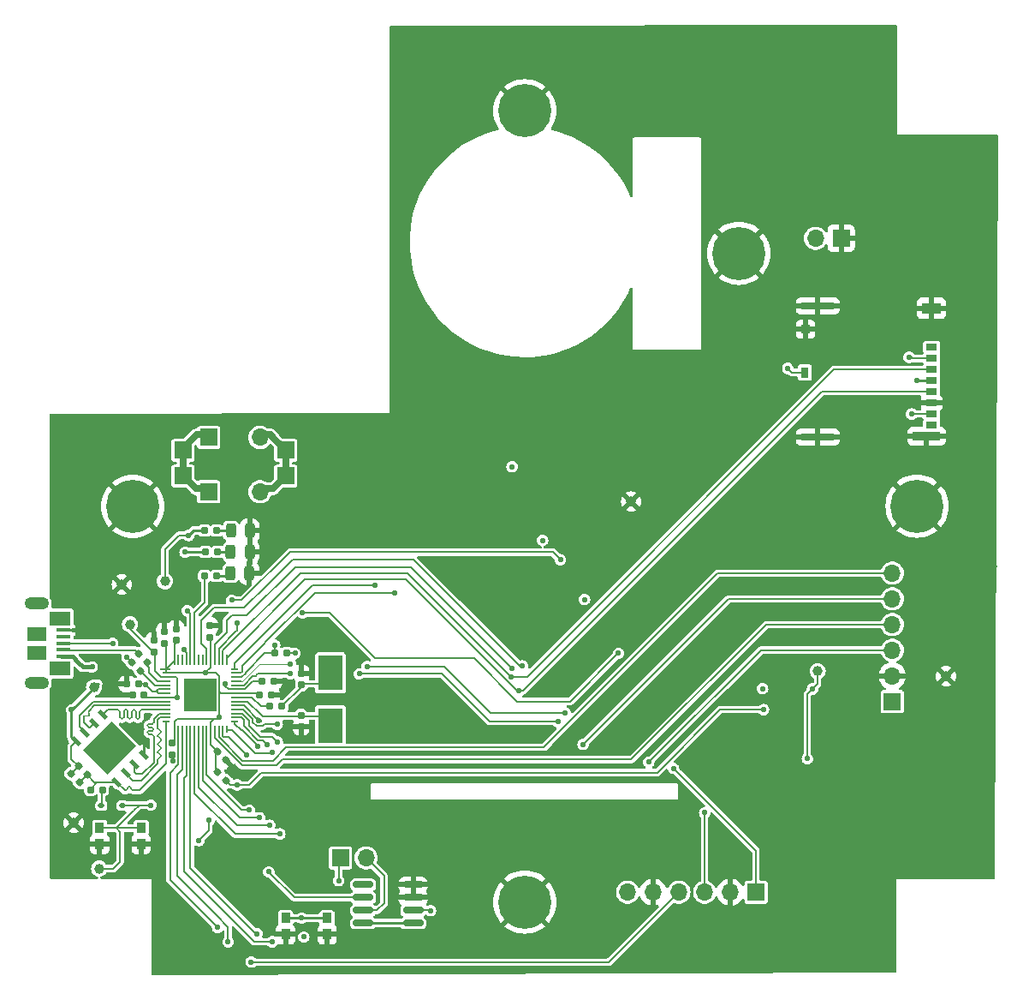
<source format=gbr>
%TF.GenerationSoftware,KiCad,Pcbnew,8.0.5-1.fc40*%
%TF.CreationDate,2024-10-23T18:06:53-04:00*%
%TF.ProjectId,payload_board,7061796c-6f61-4645-9f62-6f6172642e6b,rev?*%
%TF.SameCoordinates,Original*%
%TF.FileFunction,Copper,L1,Top*%
%TF.FilePolarity,Positive*%
%FSLAX46Y46*%
G04 Gerber Fmt 4.6, Leading zero omitted, Abs format (unit mm)*
G04 Created by KiCad (PCBNEW 8.0.5-1.fc40) date 2024-10-23 18:06:53*
%MOMM*%
%LPD*%
G01*
G04 APERTURE LIST*
G04 Aperture macros list*
%AMRoundRect*
0 Rectangle with rounded corners*
0 $1 Rounding radius*
0 $2 $3 $4 $5 $6 $7 $8 $9 X,Y pos of 4 corners*
0 Add a 4 corners polygon primitive as box body*
4,1,4,$2,$3,$4,$5,$6,$7,$8,$9,$2,$3,0*
0 Add four circle primitives for the rounded corners*
1,1,$1+$1,$2,$3*
1,1,$1+$1,$4,$5*
1,1,$1+$1,$6,$7*
1,1,$1+$1,$8,$9*
0 Add four rect primitives between the rounded corners*
20,1,$1+$1,$2,$3,$4,$5,0*
20,1,$1+$1,$4,$5,$6,$7,0*
20,1,$1+$1,$6,$7,$8,$9,0*
20,1,$1+$1,$8,$9,$2,$3,0*%
%AMRotRect*
0 Rectangle, with rotation*
0 The origin of the aperture is its center*
0 $1 length*
0 $2 width*
0 $3 Rotation angle, in degrees counterclockwise*
0 Add horizontal line*
21,1,$1,$2,0,0,$3*%
G04 Aperture macros list end*
%TA.AperFunction,SMDPad,CuDef*%
%ADD10C,1.000000*%
%TD*%
%TA.AperFunction,SMDPad,CuDef*%
%ADD11RoundRect,0.155000X0.212500X0.155000X-0.212500X0.155000X-0.212500X-0.155000X0.212500X-0.155000X0*%
%TD*%
%TA.AperFunction,SMDPad,CuDef*%
%ADD12RoundRect,0.155000X-0.212500X-0.155000X0.212500X-0.155000X0.212500X0.155000X-0.212500X0.155000X0*%
%TD*%
%TA.AperFunction,SMDPad,CuDef*%
%ADD13RoundRect,0.155000X-0.155000X0.212500X-0.155000X-0.212500X0.155000X-0.212500X0.155000X0.212500X0*%
%TD*%
%TA.AperFunction,SMDPad,CuDef*%
%ADD14RoundRect,0.160000X-0.197500X-0.160000X0.197500X-0.160000X0.197500X0.160000X-0.197500X0.160000X0*%
%TD*%
%TA.AperFunction,ComponentPad*%
%ADD15C,5.250000*%
%TD*%
%TA.AperFunction,SMDPad,CuDef*%
%ADD16RoundRect,0.160000X0.197500X0.160000X-0.197500X0.160000X-0.197500X-0.160000X0.197500X-0.160000X0*%
%TD*%
%TA.AperFunction,SMDPad,CuDef*%
%ADD17RoundRect,0.160000X0.252791X-0.026517X-0.026517X0.252791X-0.252791X0.026517X0.026517X-0.252791X0*%
%TD*%
%TA.AperFunction,SMDPad,CuDef*%
%ADD18RoundRect,0.155000X0.155000X-0.212500X0.155000X0.212500X-0.155000X0.212500X-0.155000X-0.212500X0*%
%TD*%
%TA.AperFunction,ComponentPad*%
%ADD19R,1.700000X1.700000*%
%TD*%
%TA.AperFunction,ComponentPad*%
%ADD20O,1.700000X1.700000*%
%TD*%
%TA.AperFunction,SMDPad,CuDef*%
%ADD21RoundRect,0.243750X0.243750X0.456250X-0.243750X0.456250X-0.243750X-0.456250X0.243750X-0.456250X0*%
%TD*%
%TA.AperFunction,SMDPad,CuDef*%
%ADD22RoundRect,0.160000X-0.252791X0.026517X0.026517X-0.252791X0.252791X-0.026517X-0.026517X0.252791X0*%
%TD*%
%TA.AperFunction,SMDPad,CuDef*%
%ADD23R,0.177800X1.002800*%
%TD*%
%TA.AperFunction,SMDPad,CuDef*%
%ADD24R,0.188898X1.002800*%
%TD*%
%TA.AperFunction,SMDPad,CuDef*%
%ADD25R,0.177800X0.752800*%
%TD*%
%TA.AperFunction,SMDPad,CuDef*%
%ADD26R,0.752800X0.177800*%
%TD*%
%TA.AperFunction,SMDPad,CuDef*%
%ADD27R,1.002800X0.177800*%
%TD*%
%TA.AperFunction,SMDPad,CuDef*%
%ADD28R,1.002800X0.188900*%
%TD*%
%TA.AperFunction,SMDPad,CuDef*%
%ADD29R,0.752800X0.188900*%
%TD*%
%TA.AperFunction,SMDPad,CuDef*%
%ADD30R,0.188900X1.002800*%
%TD*%
%TA.AperFunction,SMDPad,CuDef*%
%ADD31R,0.752800X0.177796*%
%TD*%
%TA.AperFunction,SMDPad,CuDef*%
%ADD32R,3.200400X3.200400*%
%TD*%
%TA.AperFunction,SMDPad,CuDef*%
%ADD33RoundRect,0.112500X0.362392X-0.203293X-0.203293X0.362392X-0.362392X0.203293X0.203293X-0.362392X0*%
%TD*%
%TA.AperFunction,SMDPad,CuDef*%
%ADD34RotRect,3.400000X4.000000X135.000000*%
%TD*%
%TA.AperFunction,SMDPad,CuDef*%
%ADD35R,1.100000X0.700000*%
%TD*%
%TA.AperFunction,SMDPad,CuDef*%
%ADD36R,0.930000X0.900000*%
%TD*%
%TA.AperFunction,SMDPad,CuDef*%
%ADD37R,0.780000X1.050000*%
%TD*%
%TA.AperFunction,SMDPad,CuDef*%
%ADD38R,1.830000X1.140000*%
%TD*%
%TA.AperFunction,SMDPad,CuDef*%
%ADD39R,2.800000X0.860000*%
%TD*%
%TA.AperFunction,SMDPad,CuDef*%
%ADD40R,3.330000X0.700000*%
%TD*%
%TA.AperFunction,SMDPad,CuDef*%
%ADD41RoundRect,0.112500X0.187500X0.112500X-0.187500X0.112500X-0.187500X-0.112500X0.187500X-0.112500X0*%
%TD*%
%TA.AperFunction,SMDPad,CuDef*%
%ADD42R,2.400000X3.500000*%
%TD*%
%TA.AperFunction,SMDPad,CuDef*%
%ADD43RoundRect,0.150000X0.825000X0.150000X-0.825000X0.150000X-0.825000X-0.150000X0.825000X-0.150000X0*%
%TD*%
%TA.AperFunction,SMDPad,CuDef*%
%ADD44R,0.900000X1.000000*%
%TD*%
%TA.AperFunction,SMDPad,CuDef*%
%ADD45RoundRect,0.155000X-0.259862X0.040659X0.040659X-0.259862X0.259862X-0.040659X-0.040659X0.259862X0*%
%TD*%
%TA.AperFunction,SMDPad,CuDef*%
%ADD46R,1.380000X0.450000*%
%TD*%
%TA.AperFunction,ComponentPad*%
%ADD47O,2.416000X1.208000*%
%TD*%
%TA.AperFunction,SMDPad,CuDef*%
%ADD48R,2.100000X1.475000*%
%TD*%
%TA.AperFunction,SMDPad,CuDef*%
%ADD49R,1.900000X1.375000*%
%TD*%
%TA.AperFunction,ViaPad*%
%ADD50C,0.550000*%
%TD*%
%TA.AperFunction,ViaPad*%
%ADD51C,0.800000*%
%TD*%
%TA.AperFunction,Conductor*%
%ADD52C,0.152400*%
%TD*%
%TA.AperFunction,Conductor*%
%ADD53C,0.254000*%
%TD*%
%TA.AperFunction,Conductor*%
%ADD54C,0.200000*%
%TD*%
%TA.AperFunction,Conductor*%
%ADD55C,0.100000*%
%TD*%
%TA.AperFunction,Conductor*%
%ADD56C,0.250000*%
%TD*%
%TA.AperFunction,Conductor*%
%ADD57C,0.381000*%
%TD*%
%TA.AperFunction,Conductor*%
%ADD58C,0.635000*%
%TD*%
G04 APERTURE END LIST*
D10*
%TO.P,TF3V3,1,P$1*%
%TO.N,+3.3V*%
X20380000Y-80870000D03*
%TD*%
D11*
%TO.P,C8,1,1*%
%TO.N,+3.3V*%
X24777500Y-80540000D03*
%TO.P,C8,2,2*%
%TO.N,GND*%
X23642500Y-80540000D03*
%TD*%
D12*
%TO.P,C10,1,1*%
%TO.N,+3.3V*%
X36762500Y-81640000D03*
%TO.P,C10,2,2*%
%TO.N,GND*%
X37897500Y-81640000D03*
%TD*%
D13*
%TO.P,C2,1,1*%
%TO.N,GND*%
X40870000Y-79462500D03*
%TO.P,C2,2,2*%
%TO.N,Net-(C2-Pad2)*%
X40870000Y-80597500D03*
%TD*%
D14*
%TO.P,R7,1,1*%
%TO.N,/QSPI_CS*%
X20027500Y-90975000D03*
%TO.P,R7,2,2*%
%TO.N,Net-(D1-A)*%
X21222500Y-90975000D03*
%TD*%
D15*
%TO.P,,1,DAT2*%
%TO.N,GND*%
X101782992Y-62956243D03*
%TD*%
D16*
%TO.P,R10,1,1*%
%TO.N,Net-(D2-A)*%
X32517500Y-69850000D03*
%TO.P,R10,2,2*%
%TO.N,Net-(IC1-GPIO25)*%
X31322500Y-69850000D03*
%TD*%
D17*
%TO.P,R5,1*%
%TO.N,Net-(IC1-USB_D-)*%
X25667496Y-78397496D03*
%TO.P,R5,2*%
%TO.N,/D-*%
X24822504Y-77552504D03*
%TD*%
D18*
%TO.P,C7,1,1*%
%TO.N,+3.3V*%
X31850000Y-75907500D03*
%TO.P,C7,2,2*%
%TO.N,GND*%
X31850000Y-74772500D03*
%TD*%
D19*
%TO.P,J2,1,Pin_1*%
%TO.N,CIN-*%
X99340000Y-82270000D03*
D20*
%TO.P,J2,2,Pin_2*%
%TO.N,GND*%
X99340000Y-79730000D03*
%TO.P,J2,3,Pin_3*%
%TO.N,SPI1_SCK_Cam*%
X99340000Y-77190000D03*
%TO.P,J2,4,Pin_4*%
%TO.N,SPI1_MISO_Cam*%
X99340000Y-74650000D03*
%TO.P,J2,5,Pin_5*%
%TO.N,SPI1_MOSI_Cam*%
X99340000Y-72110000D03*
%TO.P,J2,6,Pin_6*%
%TO.N,SPI1_CS_Cam*%
X99340000Y-69570000D03*
%TD*%
D21*
%TO.P,D2,1,K*%
%TO.N,GND*%
X35747500Y-69570000D03*
%TO.P,D2,2,A*%
%TO.N,Net-(D2-A)*%
X33872500Y-69570000D03*
%TD*%
D10*
%TO.P,T3V3,1,P$1*%
%TO.N,+3.3V*%
X27390000Y-70380000D03*
%TD*%
D21*
%TO.P,D3,1,K*%
%TO.N,GND*%
X35767500Y-67490000D03*
%TO.P,D3,2,A*%
%TO.N,Net-(D3-A)*%
X33892500Y-67490000D03*
%TD*%
D22*
%TO.P,R3,1,1*%
%TO.N,+3.3V*%
X18850632Y-88670632D03*
%TO.P,R3,2,2*%
%TO.N,/QSPI_CS*%
X19695624Y-89515624D03*
%TD*%
D19*
%TO.P,J15,1,Pin_1*%
%TO.N,SWCLK*%
X85852000Y-101092000D03*
D20*
%TO.P,J15,2,Pin_2*%
%TO.N,GND*%
X83312000Y-101092000D03*
%TO.P,J15,3*%
%TO.N,SWDIO*%
X80772000Y-101092000D03*
%TO.P,J15,4*%
%TO.N,UART1_TX*%
X78232000Y-101092000D03*
%TO.P,J15,5*%
%TO.N,GND*%
X75692000Y-101092000D03*
%TO.P,J15,6*%
%TO.N,UART1_RX*%
X73152000Y-101092000D03*
%TD*%
D11*
%TO.P,C4,1,1*%
%TO.N,GND*%
X38159500Y-80264000D03*
%TO.P,C4,2,2*%
%TO.N,1.2V*%
X37024500Y-80264000D03*
%TD*%
D10*
%TO.P,TCAM3V3,1,P$1*%
%TO.N,Cam_3.3v*%
X91948000Y-79248000D03*
%TD*%
D23*
%TO.P,IC1,1,IOVDD*%
%TO.N,+3.3V*%
X28316400Y-85148600D03*
%TO.P,IC1,2,GPIO0*%
%TO.N,UART1_TX*%
X28716399Y-85148600D03*
%TO.P,IC1,3,GPIO1*%
%TO.N,UART1_RX*%
X29116401Y-85148600D03*
%TO.P,IC1,4,GPIO2*%
%TO.N,Break_SDA*%
X29516400Y-85148600D03*
%TO.P,IC1,5,GPIO3*%
%TO.N,Break_SCL*%
X29916399Y-85148600D03*
D24*
%TO.P,IC1,6,GPIO4*%
%TO.N,I2C1_SDA*%
X30321951Y-85148600D03*
D23*
%TO.P,IC1,7,GPIO5*%
%TO.N,I2C1_SCL*%
X30716400Y-85148600D03*
%TO.P,IC1,8,GPIO6*%
%TO.N,BURN_A*%
X31116400Y-85148600D03*
%TO.P,IC1,9,GPIO7*%
%TO.N,BURN_B*%
X31516399Y-85148600D03*
%TO.P,IC1,10,IOVDD*%
%TO.N,+3.3V*%
X31916401Y-85148600D03*
%TO.P,IC1,11,GPIO8*%
%TO.N,SPI1_MISO_Cam*%
X32316400Y-85148600D03*
%TO.P,IC1,12,GPIO9*%
%TO.N,SPI1_CS_Cam*%
X32716399Y-85148600D03*
%TO.P,IC1,13,GPIO10*%
%TO.N,SPI1_SCK_Cam*%
X33116401Y-85148600D03*
D25*
%TO.P,IC1,14,GPIO11*%
%TO.N,SPI1_MOSI_Cam*%
X33516400Y-85023600D03*
D26*
%TO.P,IC1,15,GPIO12*%
%TO.N,Cam_RST*%
X34290000Y-84250000D03*
D27*
%TO.P,IC1,16,GPIO13*%
%TO.N,/USBBOOT*%
X34415000Y-83850001D03*
%TO.P,IC1,17,GPIO14*%
%TO.N,Disp_DC*%
X34415000Y-83449999D03*
D28*
%TO.P,IC1,18,GPIO15*%
%TO.N,SD_IND*%
X34415000Y-83055550D03*
D27*
%TO.P,IC1,19,TESTEN*%
%TO.N,GND*%
X34415000Y-82650001D03*
%TO.P,IC1,20,XIN*%
%TO.N,Net-(IC1-XIN)*%
X34415000Y-82249999D03*
%TO.P,IC1,21,XOUT*%
%TO.N,Net-(IC1-XOUT)*%
X34415000Y-81850000D03*
D26*
%TO.P,IC1,22,IOVDD*%
%TO.N,+3.3V*%
X34290000Y-81450000D03*
D27*
%TO.P,IC1,23,DVDD*%
%TO.N,1.2V*%
X34415000Y-81050001D03*
%TO.P,IC1,24,SWCLK*%
%TO.N,SWCLK*%
X34415000Y-80649999D03*
%TO.P,IC1,25,SWDIO*%
%TO.N,SWDIO*%
X34415000Y-80250000D03*
%TO.P,IC1,26,/RUN*%
%TO.N,/~{RESET}*%
X34415000Y-79850001D03*
%TO.P,IC1,27,GPIO16*%
%TO.N,SPI0_MISO*%
X34415000Y-79449999D03*
D29*
%TO.P,IC1,28,GPIO17*%
%TO.N,SPI0_CS_SD*%
X34290000Y-79055550D03*
D23*
%TO.P,IC1,29,GPIO18*%
%TO.N,SPI0_SCK*%
X33516400Y-78151400D03*
%TO.P,IC1,30,GPIO19*%
%TO.N,SPI0_MOSI*%
X33116401Y-78151400D03*
%TO.P,IC1,31,GPIO20*%
%TO.N,WDT_WDI*%
X32716399Y-78151400D03*
D30*
%TO.P,IC1,32,GPIO21*%
%TO.N,SPI0_CS_DISP*%
X32321950Y-78151400D03*
D23*
%TO.P,IC1,33,IOVDD*%
%TO.N,+3.3V*%
X31916401Y-78151400D03*
%TO.P,IC1,34,GPIO22*%
%TO.N,Disp_RST*%
X31516399Y-78151400D03*
%TO.P,IC1,35,GPIO23*%
%TO.N,unconnected-(IC1-GPIO23-Pad35)*%
X31116400Y-78151400D03*
%TO.P,IC1,36,GPIO24*%
%TO.N,unconnected-(IC1-GPIO24-Pad36)*%
X30716400Y-78151400D03*
%TO.P,IC1,37,GPIO25*%
%TO.N,Net-(IC1-GPIO25)*%
X30316401Y-78151400D03*
%TO.P,IC1,38,GPIO26/AD0*%
%TO.N,ADC0*%
X29916399Y-78151400D03*
%TO.P,IC1,39,GPIO27/AD1*%
%TO.N,ADC1*%
X29516400Y-78151400D03*
%TO.P,IC1,40,GPIO28/AD2*%
%TO.N,unconnected-(IC1-GPIO28{slash}AD2-Pad40)*%
X29116401Y-78151400D03*
%TO.P,IC1,41,GPIO29/AD3*%
%TO.N,unconnected-(IC1-GPIO29{slash}AD3-Pad41)*%
X28716399Y-78151400D03*
D30*
%TO.P,IC1,42,IOVDD*%
%TO.N,+3.3V*%
X28321950Y-78151400D03*
D27*
%TO.P,IC1,43,ADC_IOVDD*%
X27417800Y-79050000D03*
D26*
%TO.P,IC1,44,VREG_IOVDD*%
X27542800Y-79449999D03*
D27*
%TO.P,IC1,45,VREG_VOUT*%
%TO.N,1.2V*%
X27417800Y-79850001D03*
%TO.P,IC1,46,USB_D-*%
%TO.N,Net-(IC1-USB_D-)*%
X27417800Y-80250000D03*
%TO.P,IC1,47,USB_D+*%
%TO.N,Net-(IC1-USB_D+)*%
X27417800Y-80649999D03*
%TO.P,IC1,48,USB_IOVDD*%
%TO.N,+3.3V*%
X27417800Y-81050001D03*
%TO.P,IC1,49,IOVDD*%
X27417800Y-81450000D03*
%TO.P,IC1,50,DVDD*%
%TO.N,1.2V*%
X27417800Y-81850000D03*
%TO.P,IC1,51,QSPI_SD3*%
%TO.N,/QSPI_DATA[3]*%
X27417800Y-82249999D03*
%TO.P,IC1,52,QSPI_SCLK*%
%TO.N,/QSPI_SCK*%
X27417800Y-82650001D03*
%TO.P,IC1,53,QSPI_SD0*%
%TO.N,/QSPI_DATA[0]*%
X27417800Y-83050000D03*
%TO.P,IC1,54,QSPI_SD2*%
%TO.N,/QSPI_DATA[2]*%
X27417800Y-83449999D03*
%TO.P,IC1,55,QSPI_SD1*%
%TO.N,/QSPI_DATA[1]*%
X27417800Y-83850001D03*
D31*
%TO.P,IC1,56,~{QSPI_CS}*%
%TO.N,/QSPI_CS*%
X27542800Y-84249998D03*
D32*
%TO.P,IC1,57*%
%TO.N,N/C*%
X30916400Y-81650000D03*
%TD*%
D19*
%TO.P,J_Burn,1*%
%TO.N,BGND*%
X31705000Y-61540000D03*
X29165000Y-59980000D03*
X29165000Y-57440000D03*
X31705000Y-56170000D03*
D20*
%TO.P,J_Burn,2*%
%TO.N,BPWR*%
X36785000Y-61540000D03*
D19*
X39325000Y-59980000D03*
X39325000Y-57440000D03*
D20*
X36785000Y-56170000D03*
%TD*%
D15*
%TO.P,,1,In*%
%TO.N,GND*%
X84155749Y-37976859D03*
%TD*%
D19*
%TO.P,J12,1,Pin_1*%
%TO.N,GND*%
X94275000Y-36500000D03*
D20*
%TO.P,J12,2,Pin_2*%
%TO.N,+3.3V*%
X91735000Y-36500000D03*
%TD*%
D10*
%TO.P,T1V2,1,P$1*%
%TO.N,1.2V*%
X23940000Y-74630000D03*
%TD*%
%TO.P,TUCS1,1,P$1*%
%TO.N,/USBBOOT*%
X20880000Y-98770000D03*
%TD*%
D33*
%TO.P,U1,1,SSEL*%
%TO.N,/QSPI_CS*%
X22601229Y-90234520D03*
%TO.P,U1,2,MISO*%
%TO.N,/QSPI_DATA[1]*%
X23499255Y-89336494D03*
%TO.P,U1,3,WP#/IO2*%
%TO.N,/QSPI_DATA[2]*%
X24397280Y-88438469D03*
%TO.P,U1,4,VSS*%
%TO.N,GND*%
X25295306Y-87540443D03*
%TO.P,U1,5,MOSI*%
%TO.N,/QSPI_DATA[0]*%
X21282475Y-83527612D03*
%TO.P,U1,6,SCK*%
%TO.N,/QSPI_SCK*%
X20384449Y-84425638D03*
%TO.P,U1,7,HOLD#/IO3*%
%TO.N,/QSPI_DATA[3]*%
X19486424Y-85323663D03*
%TO.P,U1,8,VCC*%
%TO.N,+3.3V*%
X18588398Y-86221689D03*
D34*
%TO.P,U1,9*%
%TO.N,N/C*%
X21941852Y-86881066D03*
%TD*%
D35*
%TO.P,J10,1,DAT2*%
%TO.N,unconnected-(J10-DAT2-Pad1)*%
X103215000Y-47275000D03*
%TO.P,J10,2,CD/DAT3^2*%
%TO.N,SPI0_CS_SD*%
X103215000Y-48375000D03*
%TO.P,J10,3,CMD*%
%TO.N,SPI0_MOSI*%
X103215000Y-49475000D03*
%TO.P,J10,4,VDD*%
%TO.N,+3.3V*%
X103215000Y-50575000D03*
%TO.P,J10,5,CLK*%
%TO.N,SPI0_SCK*%
X103215000Y-51675000D03*
%TO.P,J10,6,VSS*%
%TO.N,GND*%
X103215000Y-52775000D03*
%TO.P,J10,7,DAT0*%
%TO.N,SPI0_MISO*%
X103215000Y-53875000D03*
%TO.P,J10,8,DAT1*%
%TO.N,unconnected-(J10-DAT1-Pad8)*%
X103215000Y-54975000D03*
D36*
%TO.P,J10,9,VSS__1*%
%TO.N,GND*%
X90750000Y-45485000D03*
D37*
%TO.P,J10,10,DETECT_SWITCH*%
%TO.N,SD_IND*%
X90675000Y-49750000D03*
D38*
%TO.P,J10,P1,SHIELD*%
%TO.N,GND*%
X103200000Y-43395000D03*
D39*
%TO.P,J10,P2,SHIELD__1*%
X102715000Y-56055000D03*
D40*
%TO.P,J10,P3,SHIELD__2*%
X91950000Y-43175000D03*
%TO.P,J10,P4,SHIELD__3*%
X91950000Y-56135000D03*
%TD*%
D41*
%TO.P,D1,1,C*%
%TO.N,/USBBOOT*%
X23210000Y-92560000D03*
%TO.P,D1,2,A*%
%TO.N,Net-(D1-A)*%
X21110000Y-92560000D03*
%TD*%
D10*
%TO.P,TDGND1,1,P$1*%
%TO.N,GND*%
X73500000Y-62500000D03*
%TD*%
D12*
%TO.P,C5,1,1*%
%TO.N,GND*%
X24182500Y-81580000D03*
%TO.P,C5,2,2*%
%TO.N,1.2V*%
X25317500Y-81580000D03*
%TD*%
D22*
%TO.P,R6,1*%
%TO.N,/D+*%
X24122504Y-78402504D03*
%TO.P,R6,2*%
%TO.N,Net-(IC1-USB_D+)*%
X24967496Y-79247496D03*
%TD*%
D21*
%TO.P,D4,1,K*%
%TO.N,GND*%
X35777500Y-65390000D03*
%TO.P,D4,2,A*%
%TO.N,Net-(D4-A)*%
X33902500Y-65390000D03*
%TD*%
D13*
%TO.P,C14,1,1*%
%TO.N,GND*%
X26300000Y-76212500D03*
%TO.P,C14,2,2*%
%TO.N,1.2V*%
X26300000Y-77347500D03*
%TD*%
D16*
%TO.P,R2,1,1*%
%TO.N,Net-(C2-Pad2)*%
X38967500Y-82730000D03*
%TO.P,R2,2,2*%
%TO.N,Net-(IC1-XOUT)*%
X37772500Y-82730000D03*
%TD*%
D18*
%TO.P,C1,1,1*%
%TO.N,GND*%
X40860000Y-84767500D03*
%TO.P,C1,2,2*%
%TO.N,Net-(IC1-XIN)*%
X40860000Y-83632500D03*
%TD*%
D42*
%TO.P,Y1,1,1*%
%TO.N,Net-(C2-Pad2)*%
X43770000Y-79440000D03*
%TO.P,Y1,2,2*%
%TO.N,Net-(IC1-XIN)*%
X43770000Y-84640000D03*
%TD*%
D16*
%TO.P,R12,1,1*%
%TO.N,Net-(D4-A)*%
X32510000Y-65360000D03*
%TO.P,R12,2,2*%
%TO.N,+3.3V*%
X31315000Y-65360000D03*
%TD*%
D18*
%TO.P,C15,1,1*%
%TO.N,+3.3V*%
X28500000Y-76227500D03*
%TO.P,C15,2,2*%
%TO.N,GND*%
X28500000Y-75092500D03*
%TD*%
D16*
%TO.P,R1,1,1*%
%TO.N,+3.3V*%
X39445000Y-77500000D03*
%TO.P,R1,2,2*%
%TO.N,/~{RESET}*%
X38250000Y-77500000D03*
%TD*%
D15*
%TO.P,,1,Pin_1*%
%TO.N,GND*%
X24195000Y-63000000D03*
%TD*%
D10*
%TO.P,TGND1,1,P$1*%
%TO.N,GND*%
X23130000Y-70690000D03*
%TD*%
D43*
%TO.P,U2,1,~{MR}*%
%TO.N,Net-(U2-~{MR})*%
X51945000Y-104170000D03*
%TO.P,U2,2,VCC*%
%TO.N,+3.3V*%
X51945000Y-102900000D03*
%TO.P,U2,3,GND*%
%TO.N,GND*%
X51945000Y-101630000D03*
%TO.P,U2,4,PFI*%
X51945000Y-100360000D03*
%TO.P,U2,5,~{PFO}*%
%TO.N,unconnected-(U2-~{PFO}-Pad5)*%
X46995000Y-100360000D03*
%TO.P,U2,6,~{WDI}*%
%TO.N,WDT_WDI*%
X46995000Y-101630000D03*
%TO.P,U2,7,~{RESET}*%
%TO.N,Net-(U2-~{RESET})*%
X46995000Y-102900000D03*
%TO.P,U2,8,~{WDO}*%
%TO.N,Net-(U2-~{MR})*%
X46995000Y-104170000D03*
%TD*%
D44*
%TO.P,SW2,1,P*%
%TO.N,/~{RESET}*%
X39330000Y-103670000D03*
X43430000Y-103670000D03*
%TO.P,SW2,2,S1*%
%TO.N,GND*%
X39330000Y-105270000D03*
X43430000Y-105270000D03*
%TD*%
D19*
%TO.P,R9,1*%
%TO.N,/~{RESET}*%
X44750000Y-97725000D03*
D20*
%TO.P,R9,2*%
%TO.N,Net-(U2-~{RESET})*%
X47290000Y-97725000D03*
%TD*%
D45*
%TO.P,C11,1,1*%
%TO.N,+3.3V*%
X32618717Y-87228717D03*
%TO.P,C11,2,2*%
%TO.N,GND*%
X33421283Y-88031283D03*
%TD*%
D46*
%TO.P,J7,1,VBUS*%
%TO.N,VBUS*%
X17360000Y-77817500D03*
%TO.P,J7,2,D-*%
%TO.N,/D-*%
X17360000Y-77167500D03*
%TO.P,J7,3,D+*%
%TO.N,/D+*%
X17360000Y-76517500D03*
%TO.P,J7,4,ID*%
%TO.N,unconnected-(J7-ID-Pad4)*%
X17360000Y-75867500D03*
%TO.P,J7,5,GND*%
%TO.N,GND*%
X17360000Y-75217500D03*
D47*
%TO.P,J7,SH1*%
%TO.N,N/C*%
X14700000Y-72567500D03*
D48*
%TO.P,J7,SH2*%
X17000000Y-74055000D03*
D49*
%TO.P,J7,SH3*%
X14700000Y-75580000D03*
%TO.P,J7,SH4*%
X14700000Y-77455000D03*
D48*
%TO.P,J7,SH5*%
X17000000Y-78980000D03*
D47*
%TO.P,J7,SH6*%
X14700000Y-80467500D03*
%TD*%
D10*
%TO.P,TCGND1,1,P$1*%
%TO.N,GND*%
X104648000Y-79756000D03*
%TD*%
D16*
%TO.P,R11,1,1*%
%TO.N,Net-(D3-A)*%
X32597500Y-67470000D03*
%TO.P,R11,2,2*%
%TO.N,VBUS*%
X31402500Y-67470000D03*
%TD*%
D13*
%TO.P,C6,1,1*%
%TO.N,GND*%
X27340000Y-75362500D03*
%TO.P,C6,2,2*%
%TO.N,+3.3V*%
X27340000Y-76497500D03*
%TD*%
D15*
%TO.P,J2,1,VTref*%
%TO.N,GND*%
X62988996Y-102081941D03*
%TD*%
D13*
%TO.P,C9,1,1*%
%TO.N,+3.3V*%
X28125000Y-86382500D03*
%TO.P,C9,2,2*%
%TO.N,GND*%
X28125000Y-87517500D03*
%TD*%
D10*
%TO.P,TFGND1,1,P$1*%
%TO.N,GND*%
X18370000Y-94240000D03*
%TD*%
D17*
%TO.P,R4,1,1*%
%TO.N,/QSPI_CS*%
X18950000Y-90240000D03*
%TO.P,R4,2,2*%
%TO.N,+3.3V*%
X18105008Y-89395008D03*
%TD*%
D44*
%TO.P,SW1,1,P1*%
%TO.N,/USBBOOT*%
X20940000Y-94750000D03*
X25040000Y-94750000D03*
%TO.P,SW1,2,S*%
%TO.N,GND*%
X20940000Y-96350000D03*
X25040000Y-96350000D03*
%TD*%
D17*
%TO.P,R8,1,1*%
%TO.N,Cam_RST*%
X33442496Y-90084496D03*
%TO.P,R8,2,2*%
%TO.N,+3.3V*%
X32597504Y-89239504D03*
%TD*%
D15*
%TO.P,J5,1,Pin_1*%
%TO.N,GND*%
X62988996Y-23896243D03*
%TD*%
D50*
%TO.N,GND*%
X19280000Y-96560000D03*
X32140348Y-106880001D03*
X39250000Y-81250000D03*
X39750000Y-85000000D03*
X25460000Y-98880000D03*
X28150000Y-88140000D03*
X33750000Y-89000000D03*
X36670000Y-84150000D03*
X32750000Y-74750000D03*
X63700000Y-77500000D03*
X24830000Y-85470000D03*
X40900000Y-82200000D03*
D51*
X109290000Y-68880000D03*
D50*
%TO.N,1.2V*%
X33390000Y-80518000D03*
X28610000Y-81840000D03*
%TO.N,Break_SDA*%
X38000000Y-106000000D03*
%TO.N,Break_SCL*%
X36500000Y-105200000D03*
%TO.N,I2C1_SDA*%
X38750000Y-95342900D03*
%TO.N,I2C1_SCL*%
X37750000Y-94500000D03*
%TO.N,SPI0_CS_DISP*%
X61750000Y-79000000D03*
%TO.N,Cam_RST*%
X34544000Y-90500000D03*
X36561699Y-86708301D03*
X86600000Y-83060000D03*
%TO.N,SPI1_SCK_Cam*%
X35500000Y-87500000D03*
X75250000Y-88250000D03*
%TO.N,SPI1_MOSI_Cam*%
X38000000Y-87250000D03*
X68750000Y-86500000D03*
%TO.N,Disp_RST*%
X62750000Y-78750000D03*
%TO.N,/USBBOOT*%
X26000000Y-92500000D03*
X31750000Y-94000000D03*
X30750000Y-96000000D03*
X37500000Y-86500000D03*
%TO.N,Disp_DC*%
X38500000Y-86250000D03*
%TO.N,SWCLK*%
X66250000Y-84250000D03*
X39800000Y-79500000D03*
X46600000Y-79540000D03*
X77690000Y-88870000D03*
%TO.N,SWDIO*%
X47400000Y-78800000D03*
X39800000Y-78540000D03*
X80772000Y-93250000D03*
X67000000Y-83400000D03*
%TO.N,/~{RESET}*%
X38250000Y-76700000D03*
X40910000Y-103670000D03*
X44570000Y-99970000D03*
%TO.N,SPI0_MISO*%
X50100000Y-71500000D03*
X101250000Y-53853300D03*
%TO.N,SPI0_CS_SD*%
X48200000Y-70800000D03*
X101000000Y-48250000D03*
%TO.N,SPI0_SCK*%
X62400000Y-81200000D03*
%TO.N,SPI0_MOSI*%
X61600000Y-79800000D03*
%TO.N,WDT_WDI*%
X37661960Y-99098040D03*
X34500000Y-74500000D03*
%TO.N,ADC0*%
X66500000Y-68250000D03*
X34000000Y-72250000D03*
X29610000Y-73290000D03*
%TO.N,ADC1*%
X29260000Y-77130000D03*
X41000000Y-73500000D03*
X72250000Y-77500000D03*
%TO.N,Cam_3.3v*%
X90930040Y-87917700D03*
X91440000Y-81020000D03*
%TO.N,+3.3V*%
X101750000Y-50553299D03*
X31430000Y-79440000D03*
X41130000Y-105530000D03*
X86500000Y-80990000D03*
X40250000Y-77500000D03*
X32766000Y-83820000D03*
X64750000Y-66343201D03*
X61730000Y-59062500D03*
X53661000Y-102922000D03*
X29730000Y-65850000D03*
X68900000Y-72181201D03*
X25460000Y-80570000D03*
X18150000Y-83090000D03*
%TO.N,SD_IND*%
X38500000Y-84500000D03*
X89000000Y-49353299D03*
%TO.N,VBUS*%
X20200000Y-78850000D03*
X29390000Y-67510000D03*
%TO.N,/D+*%
X23640000Y-77910000D03*
X22220000Y-76520000D03*
%TO.N,UART1_TX*%
X32600000Y-104600000D03*
X35920000Y-108000000D03*
%TO.N,UART1_RX*%
X33640348Y-106000000D03*
%TO.N,BURN_A*%
X36750000Y-93750000D03*
%TO.N,BURN_B*%
X35750000Y-93000000D03*
%TD*%
D52*
%TO.N,SPI1_SCK_Cam*%
X33116401Y-85148600D02*
X33116401Y-85682301D01*
X33116401Y-85682301D02*
X33160800Y-85726700D01*
X33160800Y-85726700D02*
X33656700Y-85726700D01*
X33656700Y-85726700D02*
X34215000Y-86285000D01*
%TO.N,SPI0_SCK*%
X62400000Y-81200000D02*
X62800000Y-81200000D01*
X62800000Y-81200000D02*
X92346701Y-51653299D01*
X92346701Y-51653299D02*
X103262151Y-51653299D01*
%TO.N,SPI0_MOSI*%
X61600000Y-79800000D02*
X63200000Y-79800000D01*
X63200000Y-79800000D02*
X93546699Y-49453301D01*
X93546699Y-49453301D02*
X103262151Y-49453301D01*
%TO.N,GND*%
X36670000Y-84116498D02*
X35203503Y-82650001D01*
D53*
X25295306Y-87540443D02*
X25295306Y-85945306D01*
X24830000Y-85470000D02*
X24820000Y-85470000D01*
X25295306Y-85945306D02*
X24830000Y-85480000D01*
D52*
X36670000Y-84150000D02*
X36670000Y-84116498D01*
X35203503Y-82650001D02*
X34320000Y-82650001D01*
D53*
X24820000Y-85470000D02*
X24825000Y-85475000D01*
X24830000Y-85480000D02*
X24830000Y-85470000D01*
D52*
%TO.N,Net-(IC1-XIN)*%
X40860000Y-83720000D02*
X42850000Y-83720000D01*
X36877950Y-83542050D02*
X35585899Y-82249999D01*
X35585899Y-82249999D02*
X34320000Y-82249999D01*
X37055900Y-83720000D02*
X36877950Y-83542050D01*
X40860000Y-83720000D02*
X37055900Y-83720000D01*
X42850000Y-83720000D02*
X43770000Y-84640000D01*
%TO.N,Net-(C2-Pad2)*%
X42700000Y-80510000D02*
X43770000Y-79440000D01*
X40870000Y-80510000D02*
X42700000Y-80510000D01*
X40870000Y-80827500D02*
X38967500Y-82730000D01*
X40870000Y-80510000D02*
X40870000Y-80827500D01*
%TO.N,1.2V*%
X36044934Y-80264000D02*
X35258933Y-81050001D01*
X25587500Y-81850000D02*
X25317500Y-81580000D01*
X27512800Y-79850001D02*
X28470001Y-79850001D01*
X28610000Y-81840000D02*
X28610000Y-81690000D01*
D54*
X26373922Y-77421422D02*
X26300000Y-77347500D01*
X27512800Y-79850001D02*
X26995001Y-79850001D01*
D52*
X28470001Y-79850001D02*
X28580000Y-79960000D01*
X26320000Y-77480000D02*
X23940000Y-75100000D01*
X33325000Y-80518000D02*
X33325000Y-80683699D01*
X33390000Y-80748699D02*
X33390000Y-80518000D01*
X28610000Y-81690000D02*
X28580000Y-81660000D01*
D54*
X26995001Y-79850001D02*
X26373922Y-79228922D01*
X26373922Y-79228922D02*
X26373922Y-77421422D01*
D52*
X28280000Y-81840000D02*
X28270000Y-81850000D01*
X28270000Y-81850000D02*
X25587500Y-81850000D01*
X37024500Y-80264000D02*
X36044934Y-80264000D01*
X28580000Y-79960000D02*
X28580000Y-81660000D01*
X28610000Y-81840000D02*
X28280000Y-81840000D01*
X28390000Y-81850000D02*
X28270000Y-81850000D01*
X23940000Y-75100000D02*
X23940000Y-74630000D01*
X33691302Y-81050001D02*
X34415000Y-81050001D01*
X35258933Y-81050001D02*
X34320000Y-81050001D01*
X33691302Y-81050001D02*
X33390000Y-80748699D01*
%TO.N,Break_SDA*%
X29516400Y-89600000D02*
X29516400Y-85053600D01*
X29300000Y-89816400D02*
X29516400Y-89600000D01*
X29300000Y-99033600D02*
X29300000Y-89816400D01*
X38000000Y-106000000D02*
X36266400Y-106000000D01*
X36266400Y-106000000D02*
X29300000Y-99033600D01*
%TO.N,Break_SCL*%
X29916399Y-98712479D02*
X36403920Y-105200000D01*
X36403920Y-105200000D02*
X36500000Y-105200000D01*
X29916399Y-85053600D02*
X29916399Y-98712479D01*
%TO.N,I2C1_SDA*%
X30316401Y-91316401D02*
X34342900Y-95342900D01*
X34342900Y-95342900D02*
X38750000Y-95342900D01*
X30316401Y-85053600D02*
X30316401Y-91316401D01*
%TO.N,I2C1_SCL*%
X30716400Y-85053600D02*
X30716400Y-90716400D01*
X30716400Y-90716400D02*
X34500000Y-94500000D01*
X34500000Y-94500000D02*
X37750000Y-94500000D01*
%TO.N,SPI0_CS_DISP*%
X51750000Y-69000000D02*
X61750000Y-79000000D01*
X40250000Y-69000000D02*
X51750000Y-69000000D01*
X33500000Y-74250000D02*
X34000000Y-73750000D01*
X32316400Y-78246400D02*
X32316400Y-76642839D01*
X32316400Y-76642839D02*
X33500000Y-75459239D01*
X35500000Y-73750000D02*
X40250000Y-69000000D01*
X34000000Y-73750000D02*
X35500000Y-73750000D01*
X33500000Y-75459239D02*
X33500000Y-74250000D01*
%TO.N,Cam_RST*%
X33858000Y-90500000D02*
X33442496Y-90084496D01*
X35720000Y-90500000D02*
X35985000Y-90235000D01*
X36561699Y-86708301D02*
X36561699Y-86631699D01*
X34544000Y-90500000D02*
X35720000Y-90500000D01*
X35041700Y-85111700D02*
X34945620Y-85111700D01*
X36561699Y-86631699D02*
X35041700Y-85111700D01*
X86598000Y-83058000D02*
X86600000Y-83060000D01*
X34945620Y-85111700D02*
X34320000Y-84486080D01*
X34320000Y-84486080D02*
X34320000Y-84250000D01*
X82296000Y-83058000D02*
X86598000Y-83058000D01*
X36930000Y-89290000D02*
X76064000Y-89290000D01*
X76064000Y-89290000D02*
X82296000Y-83058000D01*
X34544000Y-90500000D02*
X33858000Y-90500000D01*
X35985000Y-90235000D02*
X36930000Y-89290000D01*
%TO.N,SPI1_MISO_Cam*%
X39000000Y-88000000D02*
X73500000Y-88000000D01*
X32316400Y-85053600D02*
X32316400Y-85852168D01*
X32316400Y-85852168D02*
X35034232Y-88570000D01*
X86824000Y-74676000D02*
X99314000Y-74676000D01*
X38430000Y-88570000D02*
X39000000Y-88000000D01*
X35034232Y-88570000D02*
X38430000Y-88570000D01*
X73500000Y-88000000D02*
X86824000Y-74676000D01*
%TO.N,SPI1_CS_Cam*%
X35069166Y-88120000D02*
X38070000Y-88120000D01*
X38070000Y-88120000D02*
X39400000Y-86790000D01*
X64848000Y-86790000D02*
X82042000Y-69596000D01*
X32716399Y-85053600D02*
X32716399Y-85767233D01*
X32716399Y-85767233D02*
X35069166Y-88120000D01*
X39400000Y-86790000D02*
X64848000Y-86790000D01*
X82042000Y-69596000D02*
X99314000Y-69596000D01*
%TO.N,SPI1_SCK_Cam*%
X86310000Y-77190000D02*
X99340000Y-77190000D01*
X35430000Y-87500000D02*
X35500000Y-87500000D01*
X34215000Y-86285000D02*
X35430000Y-87500000D01*
X75250000Y-88250000D02*
X86310000Y-77190000D01*
%TO.N,SPI1_MOSI_Cam*%
X37880000Y-87370000D02*
X36316000Y-87370000D01*
X38000000Y-87250000D02*
X37880000Y-87370000D01*
X83180759Y-72136000D02*
X99314000Y-72136000D01*
X33999600Y-85053600D02*
X33516400Y-85053600D01*
X68750000Y-86500000D02*
X83114000Y-72136000D01*
X36316000Y-87370000D02*
X33999600Y-85053600D01*
X83114000Y-72136000D02*
X83180759Y-72136000D01*
%TO.N,Disp_RST*%
X40750000Y-68250000D02*
X52000000Y-68250000D01*
X52750000Y-69000000D02*
X62500000Y-78750000D01*
X31516399Y-77016399D02*
X31250000Y-76750000D01*
X39250000Y-69000000D02*
X40000000Y-68250000D01*
X62500000Y-78750000D02*
X62750000Y-78750000D01*
X40000000Y-68250000D02*
X40750000Y-68250000D01*
X37500000Y-70750000D02*
X39250000Y-69000000D01*
X31516399Y-78151400D02*
X31516399Y-77016399D01*
X52000000Y-68250000D02*
X52750000Y-69000000D01*
X33500000Y-73000000D02*
X35250000Y-73000000D01*
X32250000Y-73000000D02*
X33500000Y-73000000D01*
X31000000Y-76500000D02*
X31000000Y-74250000D01*
X31250000Y-76750000D02*
X31000000Y-76500000D01*
X35250000Y-73000000D02*
X37500000Y-70750000D01*
X31000000Y-74250000D02*
X32250000Y-73000000D01*
%TO.N,/USBBOOT*%
X31750000Y-94000000D02*
X31750000Y-95000000D01*
X25250000Y-92500000D02*
X26000000Y-92500000D01*
X37092900Y-86092900D02*
X37500000Y-86500000D01*
X22300000Y-98770000D02*
X22970000Y-98100000D01*
X36592900Y-86092900D02*
X37092900Y-86092900D01*
X20880000Y-98770000D02*
X22300000Y-98770000D01*
X31750000Y-95000000D02*
X30750000Y-96000000D01*
X22470000Y-94750000D02*
X20940000Y-94750000D01*
X22970000Y-95122000D02*
X22598000Y-94750000D01*
X35170000Y-84570000D02*
X35170000Y-84670000D01*
X35180000Y-84081300D02*
X35170000Y-84570000D01*
X22970000Y-98100000D02*
X22970000Y-95122000D01*
X34948701Y-83850001D02*
X35180000Y-84081300D01*
X24299000Y-93049000D02*
X24848000Y-92500000D01*
X24750000Y-92500000D02*
X25250000Y-92500000D01*
X35170000Y-84670000D02*
X36592900Y-86092900D01*
X24750000Y-92500000D02*
X23400000Y-92500000D01*
X34320000Y-83850001D02*
X34948701Y-83850001D01*
X25040000Y-94750000D02*
X22470000Y-94750000D01*
X24848000Y-92500000D02*
X24750000Y-92500000D01*
X24299000Y-93049000D02*
X22598000Y-94750000D01*
X22598000Y-94750000D02*
X22470000Y-94750000D01*
X24848000Y-92500000D02*
X25250000Y-92500000D01*
%TO.N,Disp_DC*%
X38000000Y-85750000D02*
X38500000Y-86250000D01*
X36840000Y-85750000D02*
X38000000Y-85750000D01*
X35711700Y-84621700D02*
X36840000Y-85750000D01*
X34320000Y-83449999D02*
X35033633Y-83449999D01*
X35033633Y-83449999D02*
X35711700Y-84128066D01*
X35711700Y-84128066D02*
X35711700Y-84621700D01*
%TO.N,Net-(IC1-XOUT)*%
X34415000Y-81850000D02*
X36004330Y-81850000D01*
X36884330Y-82730000D02*
X37772500Y-82730000D01*
X36004330Y-81850000D02*
X36884330Y-82730000D01*
%TO.N,SWCLK*%
X85852000Y-97028000D02*
X85852000Y-101092000D01*
X46600000Y-79540000D02*
X54790000Y-79540000D01*
X36361744Y-79756000D02*
X36068000Y-79756000D01*
X36068000Y-79756000D02*
X35174001Y-80649999D01*
X59500000Y-84250000D02*
X66250000Y-84250000D01*
X35174001Y-80649999D02*
X34415000Y-80649999D01*
X36508872Y-79608872D02*
X36361744Y-79756000D01*
X36608872Y-79508872D02*
X39791128Y-79508872D01*
X36508872Y-79608872D02*
X36608872Y-79508872D01*
X39791128Y-79508872D02*
X39800000Y-79500000D01*
X54790000Y-79540000D02*
X59500000Y-84250000D01*
X77697000Y-88873000D02*
X85852000Y-97028000D01*
D55*
%TO.N,SWDIO*%
X36747882Y-78540000D02*
X39800000Y-78540000D01*
X36493941Y-78793941D02*
X36747882Y-78540000D01*
X36740000Y-78547883D02*
X36493941Y-78793941D01*
D52*
X59600000Y-83400000D02*
X67000000Y-83400000D01*
D55*
X36493941Y-78793941D02*
X35037883Y-80250000D01*
D52*
X80772000Y-93250000D02*
X80772000Y-101092000D01*
X55000000Y-78800000D02*
X59600000Y-83400000D01*
D55*
X35037883Y-80250000D02*
X34320000Y-80250000D01*
D52*
X47400000Y-78800000D02*
X55000000Y-78800000D01*
%TO.N,/~{RESET}*%
X37250000Y-77500000D02*
X38250000Y-77500000D01*
D56*
X43430000Y-103670000D02*
X41350000Y-103670000D01*
D52*
X44570000Y-99970000D02*
X44570000Y-98750000D01*
D56*
X41350000Y-103670000D02*
X40910000Y-103670000D01*
X40910000Y-103670000D02*
X39330000Y-103670000D01*
D52*
X35352900Y-79487101D02*
X35352900Y-79397100D01*
X34320000Y-79850001D02*
X34990000Y-79850001D01*
X44570000Y-97905000D02*
X44750000Y-97725000D01*
X34990000Y-79850001D02*
X35352900Y-79487101D01*
X38250000Y-76700000D02*
X38250000Y-77500000D01*
X44570000Y-98750000D02*
X44570000Y-97905000D01*
X35352900Y-79397100D02*
X37250000Y-77500000D01*
%TO.N,SPI0_MISO*%
X34860001Y-79449999D02*
X35010000Y-79300000D01*
X37250000Y-76483920D02*
X42233920Y-71500000D01*
X35010000Y-79300000D02*
X35010000Y-78740000D01*
X34320000Y-79449999D02*
X34860001Y-79449999D01*
X35010000Y-78740000D02*
X37250000Y-76500000D01*
X37250000Y-76500000D02*
X37250000Y-76483920D01*
X101250000Y-53853300D02*
X103262151Y-53853300D01*
X42233920Y-71500000D02*
X50100000Y-71500000D01*
%TO.N,SPI0_CS_SD*%
X34290000Y-79055550D02*
X34290000Y-78460000D01*
X101353301Y-48353301D02*
X103262151Y-48353301D01*
X101000000Y-48250000D02*
X101250000Y-48250000D01*
X42500000Y-70800000D02*
X48200000Y-70800000D01*
X34290000Y-78460000D02*
X41950000Y-70800000D01*
X41950000Y-70800000D02*
X42500000Y-70800000D01*
X101250000Y-48250000D02*
X101353301Y-48353301D01*
%TO.N,SPI0_SCK*%
X62233920Y-81200000D02*
X51233920Y-70200000D01*
X62400000Y-81200000D02*
X62233920Y-81200000D01*
X33516400Y-78151400D02*
X33516400Y-77933600D01*
X33516400Y-77933600D02*
X41250000Y-70200000D01*
X51233920Y-70200000D02*
X41250000Y-70200000D01*
%TO.N,SPI0_MOSI*%
X40770000Y-69600000D02*
X41250000Y-69600000D01*
X33116401Y-78246400D02*
X33116401Y-77253599D01*
X41250000Y-69600000D02*
X51400000Y-69600000D01*
X51400000Y-69600000D02*
X61600000Y-79800000D01*
X33116401Y-77253599D02*
X40770000Y-69600000D01*
%TO.N,WDT_WDI*%
X37661960Y-99098040D02*
X37661960Y-99104214D01*
X34365000Y-75365000D02*
X34500000Y-75230000D01*
X37661960Y-99104214D02*
X40187746Y-101630000D01*
X40187746Y-101630000D02*
X46995000Y-101630000D01*
X34500000Y-75230000D02*
X34500000Y-74500000D01*
X32716399Y-77013601D02*
X34365000Y-75365000D01*
X32716399Y-78246400D02*
X32716399Y-77013601D01*
%TO.N,ADC0*%
X39750000Y-67500000D02*
X65750000Y-67500000D01*
X34000000Y-72250000D02*
X35000000Y-72250000D01*
X29916399Y-73596399D02*
X29610000Y-73290000D01*
X29916399Y-78246400D02*
X29916399Y-73596399D01*
X35000000Y-72250000D02*
X39750000Y-67500000D01*
X65750000Y-67500000D02*
X66500000Y-68250000D01*
%TO.N,ADC1*%
X72250000Y-77500000D02*
X67500000Y-82250000D01*
X43700000Y-73500000D02*
X41500000Y-73500000D01*
X29516400Y-78246400D02*
X29516400Y-77436400D01*
X58000000Y-78000000D02*
X48200000Y-78000000D01*
X29516400Y-77436400D02*
X29240000Y-77160000D01*
X67500000Y-82250000D02*
X62250000Y-82250000D01*
X41500000Y-73500000D02*
X41000000Y-73500000D01*
X62250000Y-82250000D02*
X58000000Y-78000000D01*
X48200000Y-78000000D02*
X43700000Y-73500000D01*
%TO.N,Net-(IC1-USB_D-)*%
X25667496Y-78767496D02*
X25667496Y-78397496D01*
X25897500Y-79502500D02*
X25822500Y-79427500D01*
X25822500Y-78922500D02*
X25667496Y-78767496D01*
X27512800Y-80250000D02*
X26645000Y-80250000D01*
X26645000Y-80250000D02*
X25897500Y-79502500D01*
X25822500Y-79427500D02*
X25822500Y-78922500D01*
%TO.N,Net-(IC1-USB_D+)*%
X26369999Y-80649999D02*
X24905624Y-79185624D01*
X27512800Y-80649999D02*
X26369999Y-80649999D01*
%TO.N,/QSPI_DATA[3]*%
X18925000Y-83650000D02*
X18925000Y-84725000D01*
X18925000Y-84725000D02*
X19486424Y-85286424D01*
X19486424Y-85286424D02*
X19486424Y-85323663D01*
X20325001Y-82249999D02*
X18925000Y-83650000D01*
X27512800Y-82249999D02*
X20325001Y-82249999D01*
%TO.N,/QSPI_SCK*%
X19382536Y-83677402D02*
X19382534Y-83677403D01*
X19867467Y-83434935D02*
X19867466Y-83434935D01*
X20409933Y-82650001D02*
X19867467Y-83192467D01*
X19350000Y-83709934D02*
X19350000Y-84300000D01*
X19630022Y-83682422D02*
X19625002Y-83677402D01*
X19872487Y-83682422D02*
X19872488Y-83682422D01*
X19350000Y-84300000D02*
X19875000Y-84825000D01*
X19382534Y-83677403D02*
X19350000Y-83709934D01*
X19867466Y-83434935D02*
X19872487Y-83439956D01*
X19985087Y-84825000D02*
X20384449Y-84425638D01*
X19875000Y-84825000D02*
X19985087Y-84825000D01*
X27512800Y-82650001D02*
X20409933Y-82650001D01*
X19872487Y-83439956D02*
G75*
G02*
X19872498Y-83682433I-121187J-121244D01*
G01*
X19872488Y-83682422D02*
G75*
G02*
X19630022Y-83682422I-121233J121231D01*
G01*
X19867467Y-83192467D02*
G75*
G03*
X19867468Y-83434934I121233J-121233D01*
G01*
X19625002Y-83677402D02*
G75*
G03*
X19382536Y-83677402I-121233J-121238D01*
G01*
%TO.N,/QSPI_DATA[0]*%
X21760087Y-83050000D02*
X22725000Y-83050000D01*
X23325000Y-83250000D02*
X23325000Y-83800000D01*
X27512800Y-83050000D02*
X25125000Y-83050000D01*
X23725000Y-83800000D02*
X23725000Y-83250000D01*
X24925000Y-83250000D02*
X24925000Y-83800000D01*
X24125000Y-83250000D02*
X24125000Y-83800000D01*
X24525000Y-83800000D02*
X24525000Y-83250000D01*
X21760087Y-83050000D02*
X21282475Y-83527612D01*
X22925000Y-83800000D02*
X22925000Y-83250000D01*
X24125000Y-83800000D02*
G75*
G02*
X23925000Y-84000000I-200000J0D01*
G01*
X22925000Y-83250000D02*
G75*
G03*
X22725000Y-83050000I-200000J0D01*
G01*
X24325000Y-83050000D02*
G75*
G03*
X24125000Y-83250000I0J-200000D01*
G01*
X23525000Y-83050000D02*
G75*
G03*
X23325000Y-83250000I0J-200000D01*
G01*
X25125000Y-83050000D02*
G75*
G03*
X24925000Y-83250000I0J-200000D01*
G01*
X23725000Y-83250000D02*
G75*
G03*
X23525000Y-83050000I-200000J0D01*
G01*
X24925000Y-83800000D02*
G75*
G02*
X24725000Y-84000000I-200000J0D01*
G01*
X23125000Y-84000000D02*
G75*
G02*
X22925000Y-83800000I0J200000D01*
G01*
X24525000Y-83250000D02*
G75*
G03*
X24325000Y-83050000I-200000J0D01*
G01*
X24725000Y-84000000D02*
G75*
G02*
X24525000Y-83800000I0J200000D01*
G01*
X23325000Y-83800000D02*
G75*
G02*
X23125000Y-84000000I-200000J0D01*
G01*
X23925000Y-84000000D02*
G75*
G02*
X23725000Y-83800000I0J200000D01*
G01*
%TO.N,/QSPI_DATA[2]*%
X25150000Y-89425000D02*
X26300000Y-88275000D01*
X26128550Y-85503550D02*
X25821450Y-85503550D01*
X24397280Y-89272280D02*
X24550000Y-89425000D01*
X24550000Y-89425000D02*
X25150000Y-89425000D01*
X25821450Y-85160650D02*
X26128550Y-85160650D01*
X26799167Y-83449999D02*
X27417800Y-83449999D01*
X26300000Y-84270803D02*
X26300000Y-83949166D01*
X26300000Y-83949166D02*
X26799167Y-83449999D01*
X25821450Y-84474850D02*
X26128550Y-84474850D01*
X26300000Y-84303400D02*
X26300000Y-84270803D01*
X26128550Y-84817750D02*
X25821450Y-84817750D01*
X26300000Y-88275000D02*
X26300000Y-85675000D01*
X26799167Y-83449999D02*
X27512800Y-83449999D01*
X24397280Y-88438469D02*
X24397280Y-89272280D01*
X26300000Y-85675000D02*
G75*
G03*
X26128550Y-85503500I-171500J0D01*
G01*
X26128550Y-84474850D02*
G75*
G03*
X26299950Y-84303400I-50J171450D01*
G01*
X25821450Y-84817750D02*
G75*
G02*
X25650050Y-84646300I50J171450D01*
G01*
X25650000Y-84646300D02*
G75*
G02*
X25821450Y-84474800I171500J0D01*
G01*
X26300000Y-84989200D02*
G75*
G03*
X26128550Y-84817700I-171500J0D01*
G01*
X26128550Y-85160650D02*
G75*
G03*
X26299950Y-84989200I-50J171450D01*
G01*
X25821450Y-85503550D02*
G75*
G02*
X25650050Y-85332100I50J171450D01*
G01*
X25650000Y-85332100D02*
G75*
G02*
X25821450Y-85160600I171500J0D01*
G01*
%TO.N,/QSPI_DATA[1]*%
X26884099Y-83850001D02*
X26675000Y-84059100D01*
X26675000Y-84059100D02*
X26675000Y-84900000D01*
X27512800Y-83850001D02*
X26884099Y-83850001D01*
X26884099Y-83850001D02*
X27417800Y-83850001D01*
X26675000Y-87214500D02*
X26675000Y-87257400D01*
X24212761Y-90050000D02*
X23499255Y-89336494D01*
X26675000Y-86428700D02*
X26675000Y-86471600D01*
X25050000Y-90050000D02*
X24212761Y-90050000D01*
X26675000Y-88043200D02*
X26675000Y-88425000D01*
X27025000Y-86821600D02*
X27025000Y-86864500D01*
X27025000Y-86035800D02*
X27025000Y-86078700D01*
X27025000Y-85250000D02*
X27025000Y-85292900D01*
X27025000Y-87607400D02*
X27025000Y-87650300D01*
X26675000Y-85642900D02*
X26675000Y-85685800D01*
X26675000Y-88425000D02*
X25050000Y-90050000D01*
X26675000Y-88000300D02*
X26675000Y-88043200D01*
X26850000Y-86253700D02*
G75*
G03*
X26675000Y-86428700I0J-175000D01*
G01*
X26675000Y-87257400D02*
G75*
G03*
X26850000Y-87432400I175000J0D01*
G01*
X27025000Y-87650300D02*
G75*
G02*
X26850000Y-87825300I-175000J0D01*
G01*
X26850000Y-85467900D02*
G75*
G03*
X26675000Y-85642900I0J-175000D01*
G01*
X26675000Y-85685800D02*
G75*
G03*
X26850000Y-85860800I175000J0D01*
G01*
X26850000Y-87039500D02*
G75*
G03*
X26675000Y-87214500I0J-175000D01*
G01*
X26850000Y-85860800D02*
G75*
G02*
X27025000Y-86035800I0J-175000D01*
G01*
X26850000Y-86646600D02*
G75*
G02*
X27025000Y-86821600I0J-175000D01*
G01*
X26850000Y-85075000D02*
G75*
G02*
X27025000Y-85250000I0J-175000D01*
G01*
X27025000Y-85292900D02*
G75*
G02*
X26850000Y-85467900I-175000J0D01*
G01*
X27025000Y-86078700D02*
G75*
G02*
X26850000Y-86253700I-175000J0D01*
G01*
X26850000Y-87825300D02*
G75*
G03*
X26675000Y-88000300I0J-175000D01*
G01*
X26675000Y-86471600D02*
G75*
G03*
X26850000Y-86646600I175000J0D01*
G01*
X26850000Y-87432400D02*
G75*
G02*
X27025000Y-87607400I0J-175000D01*
G01*
X26675000Y-84900000D02*
G75*
G03*
X26850000Y-85075000I175000J0D01*
G01*
X27025000Y-86864500D02*
G75*
G02*
X26850000Y-87039500I-175000J0D01*
G01*
%TO.N,/QSPI_CS*%
X18971248Y-90240000D02*
X19695624Y-89515624D01*
X20684520Y-90234520D02*
X20115000Y-90804040D01*
X27512800Y-84500000D02*
X27512800Y-84279998D01*
X19040000Y-90060000D02*
X19061248Y-90060000D01*
X23539200Y-91050000D02*
X23416709Y-91050000D01*
X20684520Y-90234520D02*
X20414520Y-90234520D01*
X27512800Y-84500000D02*
X27512800Y-88412200D01*
X27512800Y-84250000D02*
X27512800Y-84500000D01*
X27512800Y-88412200D02*
X24875000Y-91050000D01*
X22601229Y-90234520D02*
X20684520Y-90234520D01*
X24875000Y-91050000D02*
X24225000Y-91050000D01*
X24053550Y-90878550D02*
X24053550Y-90821450D01*
X18950000Y-90240000D02*
X18971248Y-90240000D01*
X23710650Y-90821450D02*
X23710650Y-90878550D01*
X20414520Y-90234520D02*
X19695624Y-89515624D01*
X20115000Y-90804040D02*
X20115000Y-90975000D01*
X27512800Y-84279998D02*
X27542800Y-84249998D01*
X23416709Y-91050000D02*
X22601229Y-90234520D01*
X23710650Y-90878550D02*
G75*
G02*
X23539200Y-91049950I-171450J50D01*
G01*
X23882100Y-90650000D02*
G75*
G03*
X23710600Y-90821450I0J-171500D01*
G01*
X24053550Y-90821450D02*
G75*
G03*
X23882100Y-90650050I-171450J-50D01*
G01*
X24225000Y-91050000D02*
G75*
G02*
X24053500Y-90878550I0J171500D01*
G01*
%TO.N,Cam_3.3v*%
X90930040Y-87917700D02*
X90930040Y-81529960D01*
X90930040Y-81529960D02*
X91440000Y-81020000D01*
X91446000Y-81020000D02*
X91440000Y-81020000D01*
X91948000Y-79248000D02*
X91948000Y-80518000D01*
X91948000Y-80518000D02*
X91446000Y-81020000D01*
%TO.N,+3.3V*%
X27512800Y-79449999D02*
X31341500Y-79449999D01*
D54*
X28316400Y-76658600D02*
X28570000Y-76405000D01*
D52*
X25450000Y-80570000D02*
X25455000Y-80575000D01*
X31916401Y-78246400D02*
X31916401Y-76153798D01*
X34290000Y-81450000D02*
X32953300Y-81450000D01*
X32459999Y-79449999D02*
X31439999Y-79449999D01*
X32783300Y-83802700D02*
X32783300Y-81280000D01*
X26719999Y-81050001D02*
X26545000Y-81225000D01*
X25430000Y-80540000D02*
X25460000Y-80570000D01*
D54*
X28316400Y-78246400D02*
X28316400Y-76658600D01*
D52*
X18150000Y-86660087D02*
X18588398Y-86221689D01*
X32410000Y-87561178D02*
X32410000Y-89052000D01*
X32766000Y-83874000D02*
X32640000Y-84000000D01*
X18850632Y-88670632D02*
X18150000Y-87970000D01*
D54*
X27512800Y-76797800D02*
X27320000Y-76605000D01*
D52*
X18850632Y-88670632D02*
X18829384Y-88670632D01*
X28590000Y-84000000D02*
X32220000Y-84000000D01*
X32680589Y-87290589D02*
X31916401Y-86526401D01*
X29730000Y-65850000D02*
X28770000Y-65850000D01*
X31916401Y-85053600D02*
X31916401Y-84303599D01*
D54*
X28316400Y-86278600D02*
X28125000Y-86470000D01*
D52*
X36850000Y-81640000D02*
X36660000Y-81450000D01*
X26770000Y-81450000D02*
X27512800Y-81450000D01*
X31341500Y-79449999D02*
X31916401Y-78875098D01*
X25460000Y-80570000D02*
X25450000Y-80570000D01*
X31916401Y-84303599D02*
X32220000Y-84000000D01*
X31916401Y-78875098D02*
X31916401Y-78246400D01*
X28770000Y-65850000D02*
X27390000Y-67230000D01*
X28316400Y-85053600D02*
X28316400Y-84273600D01*
X40250000Y-77500000D02*
X39445000Y-77500000D01*
X27512800Y-79050000D02*
X28316400Y-78246400D01*
X32953300Y-81450000D02*
X32783300Y-81280000D01*
X19064376Y-88614376D02*
X19043128Y-88614376D01*
X36660000Y-81450000D02*
X34290000Y-81450000D01*
D56*
X103262151Y-50553299D02*
X101750000Y-50553299D01*
D53*
X18140000Y-85773291D02*
X18588398Y-86221689D01*
D52*
X32783300Y-81280000D02*
X32783300Y-79773300D01*
X32766000Y-83820000D02*
X32766000Y-83874000D01*
X26520000Y-81250000D02*
X26130000Y-81250000D01*
X18150000Y-87970000D02*
X18150000Y-86660087D01*
D54*
X28316400Y-85053600D02*
X28316400Y-86278600D01*
D53*
X18200000Y-83090000D02*
X18150000Y-83090000D01*
X30220000Y-65360000D02*
X29730000Y-65850000D01*
D52*
X32783300Y-79773300D02*
X32459999Y-79449999D01*
X27512800Y-81050001D02*
X26719999Y-81050001D01*
X26545000Y-81225000D02*
X26770000Y-81450000D01*
X25460000Y-80580000D02*
X25460000Y-80570000D01*
X31430000Y-79440000D02*
X31420001Y-79449999D01*
D54*
X27512800Y-79050000D02*
X27512800Y-76797800D01*
D53*
X18150000Y-83090000D02*
X18150000Y-83140000D01*
D52*
X18829384Y-88670632D02*
X18105008Y-89395008D01*
X27390000Y-67230000D02*
X27390000Y-70380000D01*
D53*
X20800000Y-80490000D02*
X18200000Y-83090000D01*
D52*
X32640000Y-84000000D02*
X32220000Y-84000000D01*
X51945000Y-102900000D02*
X53639000Y-102900000D01*
X32410000Y-89052000D02*
X32659376Y-89301376D01*
D54*
X27512800Y-79449999D02*
X27512800Y-79050000D01*
D52*
X28316400Y-84273600D02*
X28590000Y-84000000D01*
X31916401Y-76153798D02*
X31931999Y-76138200D01*
D53*
X31315000Y-65360000D02*
X30220000Y-65360000D01*
D52*
X26545000Y-81225000D02*
X26520000Y-81250000D01*
D53*
X18150000Y-83140000D02*
X18140000Y-83150000D01*
D52*
X31420001Y-79449999D02*
X31341500Y-79449999D01*
X32680589Y-87290589D02*
X32410000Y-87561178D01*
X31439999Y-79449999D02*
X31430000Y-79440000D01*
D53*
X18140000Y-83150000D02*
X18140000Y-85773291D01*
D52*
X26130000Y-81250000D02*
X25460000Y-80580000D01*
X31916401Y-86526401D02*
X31916401Y-85053600D01*
X32766000Y-83820000D02*
X32783300Y-83802700D01*
X24690000Y-80540000D02*
X25430000Y-80540000D01*
%TO.N,SD_IND*%
X90675000Y-49750000D02*
X89396701Y-49750000D01*
X37250000Y-84500000D02*
X38500000Y-84500000D01*
X36445620Y-84691700D02*
X37058300Y-84691700D01*
X36054600Y-84250000D02*
X36054600Y-84300680D01*
X35118568Y-83050000D02*
X34320000Y-83050000D01*
X37058300Y-84691700D02*
X37250000Y-84500000D01*
X89396701Y-49750000D02*
X89000000Y-49353299D01*
X36054600Y-83986032D02*
X35118568Y-83050000D01*
X36054600Y-84300680D02*
X36445620Y-84691700D01*
X36054600Y-84250000D02*
X36054600Y-83986032D01*
D53*
%TO.N,VBUS*%
X31402500Y-67470000D02*
X29430000Y-67470000D01*
D57*
X20200000Y-78850000D02*
X19260000Y-78850000D01*
X17170000Y-77822500D02*
X18241000Y-77822500D01*
D53*
X29430000Y-67470000D02*
X29390000Y-67510000D01*
D57*
X18796000Y-78386000D02*
X19260000Y-78850000D01*
X18241000Y-77822500D02*
X18796000Y-78377500D01*
X18796000Y-78377500D02*
X18796000Y-78386000D01*
D52*
%TO.N,/D-*%
X24442500Y-77172500D02*
X17170000Y-77172500D01*
X24884376Y-77614376D02*
X24442500Y-77172500D01*
%TO.N,/D+*%
X17170000Y-76522500D02*
X22217500Y-76522500D01*
X22217500Y-76522500D02*
X22220000Y-76520000D01*
X24184376Y-78454376D02*
X23640000Y-77910000D01*
X24184376Y-78464376D02*
X24184376Y-78454376D01*
%TO.N,Net-(U2-~{RESET})*%
X49060000Y-102200000D02*
X49060000Y-99500000D01*
X48360000Y-102900000D02*
X49060000Y-102200000D01*
X49060000Y-99495000D02*
X47290000Y-97725000D01*
X46995000Y-102900000D02*
X48360000Y-102900000D01*
X49060000Y-99500000D02*
X49060000Y-99495000D01*
D56*
%TO.N,Net-(U2-~{MR})*%
X46995000Y-104170000D02*
X51945000Y-104170000D01*
D52*
%TO.N,UART1_TX*%
X71304000Y-108020000D02*
X78232000Y-101092000D01*
X35940000Y-108020000D02*
X71304000Y-108020000D01*
X28716399Y-88483601D02*
X28716399Y-85148600D01*
X32600000Y-104600000D02*
X27900000Y-99900000D01*
X27900000Y-99900000D02*
X27900000Y-89300000D01*
X35920000Y-108000000D02*
X35940000Y-108020000D01*
X27900000Y-89300000D02*
X28716399Y-88483601D01*
%TO.N,UART1_RX*%
X33640348Y-106000000D02*
X33640348Y-104540348D01*
X29116401Y-88983599D02*
X29000000Y-89100000D01*
X30100000Y-101000000D02*
X32500000Y-103400000D01*
X28600000Y-99500000D02*
X30100000Y-101000000D01*
X29000000Y-89100000D02*
X28600000Y-89500000D01*
X29116401Y-85148600D02*
X29116401Y-88983599D01*
X28600000Y-89500000D02*
X28600000Y-92100000D01*
X28600000Y-92100000D02*
X28600000Y-99500000D01*
X33640348Y-104540348D02*
X32500000Y-103400000D01*
%TO.N,Net-(D1-A)*%
X21135000Y-92265000D02*
X20900000Y-92500000D01*
X21135000Y-90975000D02*
X21135000Y-92265000D01*
D53*
%TO.N,Net-(D2-A)*%
X32517500Y-69850000D02*
X33592500Y-69850000D01*
X33592500Y-69850000D02*
X33872500Y-69570000D01*
%TO.N,Net-(D3-A)*%
X33872500Y-67470000D02*
X33892500Y-67490000D01*
X32597500Y-67470000D02*
X33872500Y-67470000D01*
%TO.N,Net-(D4-A)*%
X33872500Y-65360000D02*
X33902500Y-65390000D01*
X32510000Y-65360000D02*
X33872500Y-65360000D01*
D52*
%TO.N,Net-(IC1-GPIO25)*%
X31322500Y-72490302D02*
X31322500Y-69850000D01*
X30316401Y-78246400D02*
X30316401Y-73543599D01*
X30316401Y-73496401D02*
X31322500Y-72490302D01*
X30316401Y-73543599D02*
X30316401Y-73496401D01*
D58*
%TO.N,BGND*%
X31735000Y-55880000D02*
X30551800Y-55880000D01*
X29195000Y-59980000D02*
X30465000Y-61250000D01*
X29195000Y-57236800D02*
X29195000Y-59980000D01*
X30551800Y-55880000D02*
X29195000Y-57236800D01*
X30465000Y-61250000D02*
X31735000Y-61250000D01*
%TO.N,BPWR*%
X36815000Y-55880000D02*
X37804600Y-55880000D01*
X38216801Y-56292200D02*
X38216800Y-56301800D01*
X38085000Y-61250000D02*
X36815000Y-61250000D01*
X39355000Y-59980000D02*
X38085000Y-61250000D01*
X39355000Y-57440000D02*
X39355000Y-59980000D01*
X37804600Y-55880000D02*
X38216801Y-56292200D01*
X38216800Y-56301800D02*
X39355000Y-57440000D01*
D52*
%TO.N,BURN_A*%
X34750000Y-93750000D02*
X36750000Y-93750000D01*
X31116400Y-90116400D02*
X34750000Y-93750000D01*
X31116400Y-85148600D02*
X31116400Y-90116400D01*
%TO.N,BURN_B*%
X31516399Y-85148600D02*
X31516399Y-89516399D01*
X31516399Y-89516399D02*
X35000000Y-93000000D01*
X35000000Y-93000000D02*
X35750000Y-93000000D01*
%TD*%
%TA.AperFunction,Conductor*%
%TO.N,GND*%
G36*
X99752734Y-15400910D02*
G01*
X99798643Y-15453580D01*
X99810000Y-15505421D01*
X99810000Y-26210000D01*
X99840000Y-26240000D01*
X109659453Y-26240000D01*
X109726492Y-26259685D01*
X109772247Y-26312489D01*
X109783451Y-26364533D01*
X109710068Y-43399996D01*
X109467515Y-99706534D01*
X109447542Y-99773488D01*
X109394541Y-99819015D01*
X109343516Y-99830000D01*
X99789999Y-99830000D01*
X99770000Y-99849999D01*
X99770000Y-108946178D01*
X99750315Y-109013217D01*
X99697511Y-109058972D01*
X99646433Y-109070177D01*
X26204433Y-109326544D01*
X26137325Y-109307094D01*
X26091386Y-109254450D01*
X26080000Y-109202545D01*
X26080000Y-107999998D01*
X35346221Y-107999998D01*
X35346221Y-108000001D01*
X35365771Y-108148503D01*
X35365773Y-108148508D01*
X35423090Y-108286885D01*
X35423090Y-108286886D01*
X35423092Y-108286889D01*
X35423093Y-108286890D01*
X35514277Y-108405723D01*
X35633110Y-108496907D01*
X35633113Y-108496908D01*
X35633114Y-108496909D01*
X35702302Y-108525567D01*
X35771495Y-108554228D01*
X35845747Y-108564003D01*
X35919999Y-108573779D01*
X35920000Y-108573779D01*
X35920001Y-108573779D01*
X35969501Y-108567262D01*
X36068505Y-108554228D01*
X36206885Y-108496909D01*
X36206886Y-108496909D01*
X36206886Y-108496908D01*
X36206890Y-108496907D01*
X36312730Y-108415692D01*
X36377896Y-108390500D01*
X36388214Y-108390070D01*
X71352718Y-108390070D01*
X71352721Y-108390070D01*
X71446842Y-108364850D01*
X71484519Y-108343097D01*
X71531228Y-108316130D01*
X77667914Y-102179442D01*
X77729235Y-102145959D01*
X77798927Y-102150943D01*
X77800386Y-102151498D01*
X77917624Y-102196916D01*
X78126005Y-102235870D01*
X78126007Y-102235870D01*
X78337992Y-102235870D01*
X78337995Y-102235870D01*
X78546376Y-102196916D01*
X78744051Y-102120337D01*
X78924289Y-102008738D01*
X79080951Y-101865921D01*
X79208704Y-101696749D01*
X79303196Y-101506984D01*
X79361210Y-101303086D01*
X79378529Y-101116183D01*
X79387399Y-101093845D01*
X79380307Y-101080182D01*
X79378529Y-101067815D01*
X79361210Y-100880914D01*
X79361209Y-100880912D01*
X79345986Y-100827409D01*
X79303196Y-100677016D01*
X79303191Y-100677005D01*
X79208707Y-100487256D01*
X79208702Y-100487248D01*
X79080949Y-100318076D01*
X78924290Y-100175263D01*
X78924289Y-100175262D01*
X78744051Y-100063663D01*
X78744049Y-100063662D01*
X78546379Y-99987085D01*
X78546378Y-99987084D01*
X78546376Y-99987084D01*
X78337995Y-99948130D01*
X78126005Y-99948130D01*
X77917624Y-99987084D01*
X77917622Y-99987084D01*
X77917620Y-99987085D01*
X77719950Y-100063662D01*
X77719948Y-100063663D01*
X77539709Y-100175263D01*
X77383050Y-100318076D01*
X77255297Y-100487248D01*
X77255295Y-100487252D01*
X77186257Y-100625897D01*
X77138753Y-100677133D01*
X77071090Y-100694554D01*
X77004750Y-100672628D01*
X76962875Y-100623029D01*
X76865600Y-100414422D01*
X76865599Y-100414420D01*
X76730113Y-100220926D01*
X76730108Y-100220920D01*
X76563082Y-100053894D01*
X76369578Y-99918399D01*
X76155492Y-99818570D01*
X76155486Y-99818567D01*
X75942000Y-99761364D01*
X75942000Y-100658988D01*
X75884993Y-100626075D01*
X75757826Y-100592000D01*
X75626174Y-100592000D01*
X75499007Y-100626075D01*
X75442000Y-100658988D01*
X75442000Y-99761364D01*
X75441999Y-99761364D01*
X75228513Y-99818567D01*
X75228507Y-99818570D01*
X75014422Y-99918399D01*
X75014420Y-99918400D01*
X74820926Y-100053886D01*
X74820920Y-100053891D01*
X74653891Y-100220920D01*
X74653886Y-100220926D01*
X74518400Y-100414420D01*
X74518399Y-100414422D01*
X74421124Y-100623029D01*
X74374951Y-100675468D01*
X74307758Y-100694620D01*
X74240877Y-100674404D01*
X74197742Y-100625896D01*
X74128707Y-100487256D01*
X74128702Y-100487248D01*
X74000949Y-100318076D01*
X73844290Y-100175263D01*
X73844289Y-100175262D01*
X73664051Y-100063663D01*
X73664049Y-100063662D01*
X73466379Y-99987085D01*
X73466378Y-99987084D01*
X73466376Y-99987084D01*
X73257995Y-99948130D01*
X73046005Y-99948130D01*
X72837624Y-99987084D01*
X72837622Y-99987084D01*
X72837620Y-99987085D01*
X72639950Y-100063662D01*
X72639948Y-100063663D01*
X72459709Y-100175263D01*
X72303050Y-100318076D01*
X72175297Y-100487248D01*
X72175292Y-100487256D01*
X72080808Y-100677005D01*
X72080802Y-100677020D01*
X72022790Y-100880912D01*
X72022789Y-100880914D01*
X72003230Y-101091999D01*
X72003230Y-101092000D01*
X72022789Y-101303085D01*
X72022790Y-101303087D01*
X72080802Y-101506979D01*
X72080808Y-101506994D01*
X72175292Y-101696743D01*
X72175297Y-101696751D01*
X72303050Y-101865923D01*
X72434648Y-101985890D01*
X72459711Y-102008738D01*
X72639949Y-102120337D01*
X72837624Y-102196916D01*
X73046005Y-102235870D01*
X73046008Y-102235870D01*
X73257992Y-102235870D01*
X73257995Y-102235870D01*
X73466376Y-102196916D01*
X73664051Y-102120337D01*
X73844289Y-102008738D01*
X74000951Y-101865921D01*
X74128704Y-101696749D01*
X74197742Y-101558103D01*
X74245245Y-101506866D01*
X74312908Y-101489445D01*
X74379248Y-101511371D01*
X74421124Y-101560970D01*
X74518399Y-101769578D01*
X74653894Y-101963082D01*
X74820917Y-102130105D01*
X75014421Y-102265600D01*
X75228507Y-102365429D01*
X75228516Y-102365433D01*
X75442000Y-102422634D01*
X75442000Y-101525012D01*
X75499007Y-101557925D01*
X75626174Y-101592000D01*
X75757826Y-101592000D01*
X75884993Y-101557925D01*
X75942000Y-101525012D01*
X75942000Y-102422633D01*
X76090590Y-102382821D01*
X76160440Y-102384484D01*
X76218302Y-102423647D01*
X76245806Y-102487876D01*
X76234219Y-102556778D01*
X76210364Y-102590277D01*
X71187031Y-107613611D01*
X71125708Y-107647096D01*
X71099350Y-107649930D01*
X36429577Y-107649930D01*
X36362538Y-107630245D01*
X36331202Y-107601418D01*
X36325723Y-107594277D01*
X36206890Y-107503093D01*
X36206887Y-107503092D01*
X36206885Y-107503090D01*
X36068508Y-107445773D01*
X36068503Y-107445771D01*
X35920001Y-107426221D01*
X35919999Y-107426221D01*
X35771496Y-107445771D01*
X35771494Y-107445772D01*
X35633111Y-107503092D01*
X35514277Y-107594277D01*
X35423092Y-107713111D01*
X35365772Y-107851494D01*
X35365771Y-107851496D01*
X35346221Y-107999998D01*
X26080000Y-107999998D01*
X26080000Y-99790000D01*
X25852674Y-99790000D01*
X25842674Y-99790000D01*
X21098453Y-99790000D01*
X21031414Y-99770315D01*
X20985659Y-99717511D01*
X20975715Y-99648353D01*
X21004740Y-99584797D01*
X21057499Y-99548958D01*
X21093208Y-99536462D01*
X21226627Y-99489778D01*
X21378102Y-99394600D01*
X21504600Y-99268102D01*
X21548587Y-99198096D01*
X21600921Y-99151807D01*
X21653580Y-99140070D01*
X22348718Y-99140070D01*
X22348721Y-99140070D01*
X22442842Y-99114850D01*
X22442844Y-99114848D01*
X22442846Y-99114848D01*
X22442847Y-99114847D01*
X22477482Y-99094851D01*
X22477483Y-99094850D01*
X22527228Y-99066130D01*
X23266130Y-98327228D01*
X23298074Y-98271898D01*
X23314850Y-98242842D01*
X23340070Y-98148721D01*
X23340070Y-96897844D01*
X24090000Y-96897844D01*
X24096401Y-96957372D01*
X24096403Y-96957379D01*
X24146645Y-97092086D01*
X24146649Y-97092093D01*
X24232809Y-97207187D01*
X24232812Y-97207190D01*
X24347906Y-97293350D01*
X24347913Y-97293354D01*
X24482620Y-97343596D01*
X24482627Y-97343598D01*
X24542155Y-97349999D01*
X24542172Y-97350000D01*
X24790000Y-97350000D01*
X25290000Y-97350000D01*
X25537828Y-97350000D01*
X25537844Y-97349999D01*
X25597372Y-97343598D01*
X25597379Y-97343596D01*
X25732086Y-97293354D01*
X25732093Y-97293350D01*
X25847187Y-97207190D01*
X25847190Y-97207187D01*
X25933350Y-97092093D01*
X25933354Y-97092086D01*
X25983596Y-96957379D01*
X25983598Y-96957372D01*
X25989999Y-96897844D01*
X25990000Y-96897827D01*
X25990000Y-96600000D01*
X25290000Y-96600000D01*
X25290000Y-97350000D01*
X24790000Y-97350000D01*
X24790000Y-96600000D01*
X24090000Y-96600000D01*
X24090000Y-96897844D01*
X23340070Y-96897844D01*
X23340070Y-95244070D01*
X23359755Y-95177031D01*
X23412559Y-95131276D01*
X23464070Y-95120070D01*
X24172131Y-95120070D01*
X24239170Y-95139755D01*
X24284925Y-95192559D01*
X24296131Y-95244070D01*
X24296131Y-95293864D01*
X24296132Y-95293890D01*
X24298979Y-95318443D01*
X24298980Y-95318445D01*
X24300563Y-95322030D01*
X24301126Y-95326331D01*
X24301429Y-95327445D01*
X24301277Y-95327486D01*
X24309632Y-95391309D01*
X24279807Y-95454493D01*
X24261439Y-95471379D01*
X24232814Y-95492807D01*
X24232808Y-95492814D01*
X24146649Y-95607906D01*
X24146645Y-95607913D01*
X24096403Y-95742620D01*
X24096401Y-95742627D01*
X24090000Y-95802155D01*
X24090000Y-96100000D01*
X25990000Y-96100000D01*
X25990000Y-95802172D01*
X25989999Y-95802155D01*
X25983598Y-95742627D01*
X25983596Y-95742620D01*
X25933354Y-95607913D01*
X25933352Y-95607911D01*
X25847190Y-95492813D01*
X25847188Y-95492810D01*
X25818560Y-95471379D01*
X25776689Y-95415444D01*
X25771706Y-95345753D01*
X25779437Y-95322030D01*
X25781019Y-95318447D01*
X25783870Y-95293873D01*
X25783869Y-94206128D01*
X25783867Y-94206109D01*
X25781020Y-94181556D01*
X25781019Y-94181554D01*
X25781019Y-94181553D01*
X25758225Y-94129930D01*
X25736644Y-94081052D01*
X25736642Y-94081049D01*
X25736641Y-94081047D01*
X25658953Y-94003359D01*
X25626794Y-93989159D01*
X25558448Y-93958981D01*
X25533873Y-93956130D01*
X24546135Y-93956130D01*
X24546109Y-93956132D01*
X24521556Y-93958979D01*
X24521552Y-93958981D01*
X24421052Y-94003355D01*
X24421044Y-94003361D01*
X24343361Y-94081044D01*
X24343357Y-94081051D01*
X24298981Y-94181550D01*
X24298981Y-94181552D01*
X24296130Y-94206124D01*
X24296130Y-94255930D01*
X24276445Y-94322969D01*
X24223641Y-94368724D01*
X24172130Y-94379930D01*
X23790790Y-94379930D01*
X23723751Y-94360245D01*
X23677996Y-94307441D01*
X23668052Y-94238283D01*
X23697077Y-94174727D01*
X23703109Y-94168249D01*
X24964969Y-92906389D01*
X25026292Y-92872904D01*
X25052650Y-92870070D01*
X25201279Y-92870070D01*
X25507262Y-92870070D01*
X25574301Y-92889755D01*
X25590891Y-92903124D01*
X25594275Y-92905720D01*
X25594277Y-92905723D01*
X25713110Y-92996907D01*
X25713113Y-92996908D01*
X25713114Y-92996909D01*
X25733512Y-93005358D01*
X25851495Y-93054228D01*
X25924179Y-93063797D01*
X25999999Y-93073779D01*
X26000000Y-93073779D01*
X26000001Y-93073779D01*
X26049501Y-93067262D01*
X26148505Y-93054228D01*
X26286885Y-92996909D01*
X26286886Y-92996909D01*
X26286886Y-92996908D01*
X26286890Y-92996907D01*
X26405723Y-92905723D01*
X26496907Y-92786890D01*
X26554228Y-92648505D01*
X26573779Y-92500000D01*
X26570433Y-92474588D01*
X26554228Y-92351496D01*
X26554228Y-92351495D01*
X26496907Y-92213111D01*
X26491189Y-92205659D01*
X26405724Y-92094278D01*
X26405723Y-92094277D01*
X26286890Y-92003093D01*
X26286887Y-92003092D01*
X26286885Y-92003090D01*
X26148508Y-91945773D01*
X26148503Y-91945771D01*
X26000001Y-91926221D01*
X25999999Y-91926221D01*
X25851496Y-91945771D01*
X25851494Y-91945772D01*
X25713111Y-92003092D01*
X25587829Y-92099225D01*
X25586893Y-92098006D01*
X25533620Y-92127096D01*
X25507262Y-92129930D01*
X23699108Y-92129930D01*
X23642813Y-92116415D01*
X23639336Y-92114643D01*
X23639335Y-92114642D01*
X23524640Y-92056202D01*
X23524638Y-92056201D01*
X23524635Y-92056200D01*
X23429484Y-92041130D01*
X22990522Y-92041130D01*
X22908371Y-92054141D01*
X22895360Y-92056202D01*
X22791367Y-92109189D01*
X22780663Y-92114643D01*
X22780659Y-92114646D01*
X22689646Y-92205659D01*
X22689643Y-92205663D01*
X22631200Y-92320364D01*
X22616130Y-92415515D01*
X22616130Y-92704477D01*
X22623253Y-92749447D01*
X22631202Y-92799640D01*
X22689642Y-92914335D01*
X22689643Y-92914336D01*
X22689646Y-92914340D01*
X22780659Y-93005353D01*
X22780663Y-93005356D01*
X22780665Y-93005358D01*
X22895360Y-93063798D01*
X22895362Y-93063798D01*
X22895364Y-93063799D01*
X22990515Y-93078869D01*
X22990521Y-93078870D01*
X23429478Y-93078869D01*
X23429483Y-93078869D01*
X23434340Y-93078487D01*
X23434446Y-93079835D01*
X23497642Y-93087995D01*
X23551099Y-93132984D01*
X23571747Y-93199734D01*
X23553030Y-93267049D01*
X23535441Y-93289200D01*
X22481031Y-94343611D01*
X22419708Y-94377096D01*
X22393350Y-94379930D01*
X21807869Y-94379930D01*
X21740830Y-94360245D01*
X21695075Y-94307441D01*
X21683869Y-94255930D01*
X21683869Y-94206135D01*
X21683869Y-94206128D01*
X21683867Y-94206109D01*
X21681020Y-94181556D01*
X21681019Y-94181554D01*
X21681019Y-94181553D01*
X21658225Y-94129930D01*
X21636644Y-94081052D01*
X21636642Y-94081049D01*
X21636641Y-94081047D01*
X21558953Y-94003359D01*
X21526794Y-93989159D01*
X21458448Y-93958981D01*
X21433873Y-93956130D01*
X20446135Y-93956130D01*
X20446109Y-93956132D01*
X20421556Y-93958979D01*
X20421552Y-93958981D01*
X20321052Y-94003355D01*
X20321044Y-94003361D01*
X20243361Y-94081044D01*
X20243357Y-94081051D01*
X20198981Y-94181550D01*
X20198981Y-94181552D01*
X20196130Y-94206125D01*
X20196130Y-95293864D01*
X20196132Y-95293890D01*
X20198979Y-95318443D01*
X20198980Y-95318445D01*
X20200563Y-95322030D01*
X20201126Y-95326331D01*
X20201429Y-95327445D01*
X20201277Y-95327486D01*
X20209632Y-95391309D01*
X20179807Y-95454493D01*
X20161439Y-95471379D01*
X20132814Y-95492807D01*
X20132808Y-95492814D01*
X20046649Y-95607906D01*
X20046645Y-95607913D01*
X19996403Y-95742620D01*
X19996401Y-95742627D01*
X19990000Y-95802155D01*
X19990000Y-96100000D01*
X21890000Y-96100000D01*
X21890000Y-95802172D01*
X21889999Y-95802155D01*
X21883598Y-95742627D01*
X21883596Y-95742620D01*
X21833354Y-95607913D01*
X21833352Y-95607911D01*
X21747190Y-95492813D01*
X21747188Y-95492810D01*
X21718560Y-95471379D01*
X21676689Y-95415444D01*
X21671706Y-95345753D01*
X21679437Y-95322030D01*
X21681019Y-95318447D01*
X21683870Y-95293873D01*
X21683870Y-95244070D01*
X21703555Y-95177031D01*
X21756359Y-95131276D01*
X21807870Y-95120070D01*
X22393350Y-95120070D01*
X22460389Y-95139755D01*
X22481031Y-95156389D01*
X22563611Y-95238969D01*
X22597096Y-95300292D01*
X22599930Y-95326650D01*
X22599930Y-97895350D01*
X22580245Y-97962389D01*
X22563611Y-97983031D01*
X22183031Y-98363611D01*
X22121708Y-98397096D01*
X22095350Y-98399930D01*
X21653580Y-98399930D01*
X21586541Y-98380245D01*
X21548587Y-98341903D01*
X21504600Y-98271898D01*
X21378102Y-98145400D01*
X21369498Y-98139994D01*
X21226628Y-98050222D01*
X21057767Y-97991136D01*
X20880003Y-97971107D01*
X20879997Y-97971107D01*
X20702232Y-97991136D01*
X20533371Y-98050222D01*
X20381897Y-98145400D01*
X20255400Y-98271897D01*
X20160222Y-98423371D01*
X20101136Y-98592232D01*
X20081107Y-98769997D01*
X20081107Y-98770002D01*
X20101136Y-98947767D01*
X20160222Y-99116628D01*
X20214043Y-99202283D01*
X20255400Y-99268102D01*
X20381898Y-99394600D01*
X20533373Y-99489778D01*
X20640439Y-99527241D01*
X20702501Y-99548958D01*
X20759277Y-99589680D01*
X20785025Y-99654633D01*
X20771569Y-99723194D01*
X20723182Y-99773597D01*
X20661547Y-99790000D01*
X16134000Y-99790000D01*
X16066961Y-99770315D01*
X16021206Y-99717511D01*
X16010000Y-99666000D01*
X16010000Y-96897844D01*
X19990000Y-96897844D01*
X19996401Y-96957372D01*
X19996403Y-96957379D01*
X20046645Y-97092086D01*
X20046649Y-97092093D01*
X20132809Y-97207187D01*
X20132812Y-97207190D01*
X20247906Y-97293350D01*
X20247913Y-97293354D01*
X20382620Y-97343596D01*
X20382627Y-97343598D01*
X20442155Y-97349999D01*
X20442172Y-97350000D01*
X20690000Y-97350000D01*
X21190000Y-97350000D01*
X21437828Y-97350000D01*
X21437844Y-97349999D01*
X21497372Y-97343598D01*
X21497379Y-97343596D01*
X21632086Y-97293354D01*
X21632093Y-97293350D01*
X21747187Y-97207190D01*
X21747190Y-97207187D01*
X21833350Y-97092093D01*
X21833354Y-97092086D01*
X21883596Y-96957379D01*
X21883598Y-96957372D01*
X21889999Y-96897844D01*
X21890000Y-96897827D01*
X21890000Y-96600000D01*
X21190000Y-96600000D01*
X21190000Y-97350000D01*
X20690000Y-97350000D01*
X20690000Y-96600000D01*
X19990000Y-96600000D01*
X19990000Y-96897844D01*
X16010000Y-96897844D01*
X16010000Y-95102075D01*
X17861476Y-95102075D01*
X17985462Y-95168348D01*
X18173969Y-95225531D01*
X18173965Y-95225531D01*
X18370000Y-95244838D01*
X18566032Y-95225531D01*
X18754537Y-95168348D01*
X18878523Y-95102076D01*
X18878523Y-95102075D01*
X18370001Y-94593553D01*
X18370000Y-94593553D01*
X17861476Y-95102075D01*
X16010000Y-95102075D01*
X16010000Y-94240000D01*
X17365161Y-94240000D01*
X17384468Y-94436032D01*
X17441651Y-94624537D01*
X17507923Y-94748522D01*
X18016447Y-94240000D01*
X18016446Y-94239999D01*
X18723553Y-94239999D01*
X18723553Y-94240000D01*
X19232075Y-94748523D01*
X19232076Y-94748523D01*
X19298348Y-94624537D01*
X19355531Y-94436032D01*
X19374838Y-94240000D01*
X19355531Y-94043967D01*
X19298348Y-93855462D01*
X19232075Y-93731476D01*
X18723553Y-94239999D01*
X18016446Y-94239999D01*
X17507923Y-93731476D01*
X17441649Y-93855466D01*
X17384468Y-94043967D01*
X17365161Y-94240000D01*
X16010000Y-94240000D01*
X16010000Y-93377923D01*
X17861476Y-93377923D01*
X18370000Y-93886447D01*
X18370001Y-93886447D01*
X18878522Y-93377923D01*
X18754537Y-93311651D01*
X18566030Y-93254468D01*
X18566034Y-93254468D01*
X18370000Y-93235161D01*
X18173967Y-93254468D01*
X17985466Y-93311649D01*
X17861476Y-93377923D01*
X16010000Y-93377923D01*
X16010000Y-81064634D01*
X16029685Y-80997595D01*
X16030898Y-80995743D01*
X16034735Y-80990001D01*
X16099682Y-80892801D01*
X16107169Y-80874727D01*
X16129698Y-80820335D01*
X16167365Y-80729399D01*
X16201870Y-80555932D01*
X16201870Y-80379068D01*
X16201870Y-80379065D01*
X16201869Y-80379063D01*
X16179085Y-80264522D01*
X16167365Y-80205601D01*
X16157929Y-80182820D01*
X16150462Y-80113350D01*
X16181738Y-80050872D01*
X16241827Y-80015220D01*
X16272491Y-80011369D01*
X18093864Y-80011369D01*
X18093872Y-80011369D01*
X18093887Y-80011367D01*
X18093890Y-80011367D01*
X18118443Y-80008520D01*
X18118444Y-80008519D01*
X18118447Y-80008519D01*
X18208132Y-79968919D01*
X18218947Y-79964144D01*
X18218948Y-79964143D01*
X18218953Y-79964141D01*
X18296641Y-79886453D01*
X18341019Y-79785947D01*
X18343870Y-79761373D01*
X18343869Y-78918233D01*
X18363553Y-78851195D01*
X18416357Y-78805440D01*
X18485516Y-78795496D01*
X18549072Y-78824521D01*
X18555550Y-78830553D01*
X18962590Y-79237593D01*
X18962591Y-79237594D01*
X18962593Y-79237595D01*
X18993992Y-79255723D01*
X19073040Y-79301361D01*
X19196231Y-79334370D01*
X19323769Y-79334370D01*
X19858177Y-79334370D01*
X19905629Y-79343809D01*
X20005054Y-79384991D01*
X20051495Y-79404228D01*
X20125747Y-79414003D01*
X20199999Y-79423779D01*
X20200000Y-79423779D01*
X20200001Y-79423779D01*
X20249501Y-79417262D01*
X20348505Y-79404228D01*
X20486885Y-79346909D01*
X20486886Y-79346909D01*
X20486886Y-79346908D01*
X20486890Y-79346907D01*
X20605723Y-79255723D01*
X20696907Y-79136890D01*
X20754228Y-78998505D01*
X20773779Y-78850000D01*
X20770836Y-78827649D01*
X20754228Y-78701496D01*
X20754228Y-78701495D01*
X20696907Y-78563111D01*
X20605724Y-78444278D01*
X20591703Y-78433519D01*
X20486890Y-78353093D01*
X20486887Y-78353092D01*
X20486885Y-78353090D01*
X20348508Y-78295773D01*
X20348503Y-78295771D01*
X20200001Y-78276221D01*
X20199999Y-78276221D01*
X20051496Y-78295771D01*
X20051494Y-78295772D01*
X19905632Y-78356191D01*
X19858179Y-78365630D01*
X19511995Y-78365630D01*
X19444956Y-78345945D01*
X19424314Y-78329311D01*
X19206748Y-78111745D01*
X19187040Y-78086061D01*
X19183593Y-78080090D01*
X19093410Y-77989907D01*
X19093409Y-77989906D01*
X19089079Y-77985576D01*
X19089068Y-77985566D01*
X18857754Y-77754251D01*
X18824269Y-77692928D01*
X18829253Y-77623236D01*
X18871125Y-77567303D01*
X18936589Y-77542886D01*
X18945435Y-77542570D01*
X22990875Y-77542570D01*
X23057914Y-77562255D01*
X23103669Y-77615059D01*
X23113613Y-77684217D01*
X23105436Y-77714023D01*
X23085772Y-77761494D01*
X23085771Y-77761496D01*
X23066221Y-77909998D01*
X23066221Y-77910001D01*
X23085771Y-78058503D01*
X23085773Y-78058508D01*
X23143090Y-78196885D01*
X23143090Y-78196886D01*
X23143092Y-78196889D01*
X23143093Y-78196890D01*
X23234277Y-78315723D01*
X23353110Y-78406907D01*
X23354793Y-78407604D01*
X23355996Y-78408573D01*
X23360152Y-78410973D01*
X23359778Y-78411620D01*
X23409199Y-78451441D01*
X23429962Y-78503683D01*
X23431106Y-78511276D01*
X23431107Y-78511278D01*
X23490470Y-78634547D01*
X23490471Y-78634548D01*
X23490472Y-78634550D01*
X23510118Y-78658262D01*
X23866746Y-79014890D01*
X23890458Y-79034536D01*
X23890459Y-79034536D01*
X23890460Y-79034537D01*
X24013726Y-79093899D01*
X24013729Y-79093900D01*
X24149021Y-79114292D01*
X24149022Y-79114291D01*
X24151239Y-79114626D01*
X24214596Y-79144082D01*
X24251970Y-79203116D01*
X24255373Y-79218759D01*
X24276100Y-79356270D01*
X24276100Y-79356273D01*
X24335462Y-79479539D01*
X24335463Y-79479540D01*
X24335464Y-79479542D01*
X24355110Y-79503254D01*
X24355114Y-79503258D01*
X24577721Y-79725865D01*
X24611206Y-79787188D01*
X24606222Y-79856880D01*
X24564350Y-79912813D01*
X24501617Y-79937004D01*
X24487857Y-79938294D01*
X24480605Y-79938974D01*
X24446492Y-79950911D01*
X24376713Y-79954471D01*
X24317858Y-79921549D01*
X24259646Y-79863336D01*
X24259642Y-79863333D01*
X24117197Y-79779092D01*
X24117194Y-79779091D01*
X23958283Y-79732922D01*
X23958277Y-79732921D01*
X23921157Y-79730000D01*
X23892500Y-79730000D01*
X23892500Y-80666000D01*
X23872815Y-80733039D01*
X23820011Y-80778794D01*
X23768500Y-80790000D01*
X22777270Y-80790000D01*
X22777921Y-80798281D01*
X22824090Y-80957194D01*
X22824092Y-80957197D01*
X22908333Y-81099642D01*
X22908339Y-81099650D01*
X23025349Y-81216660D01*
X23025357Y-81216666D01*
X23167800Y-81300906D01*
X23289825Y-81336357D01*
X23305918Y-81330329D01*
X23314940Y-81330000D01*
X24308500Y-81330000D01*
X24375539Y-81349685D01*
X24421294Y-81402489D01*
X24432500Y-81454000D01*
X24432500Y-81706000D01*
X24412815Y-81773039D01*
X24360011Y-81818794D01*
X24308500Y-81830000D01*
X23317269Y-81830000D01*
X23307935Y-81840098D01*
X23247974Y-81875966D01*
X23216877Y-81879929D01*
X20627234Y-81879929D01*
X20560195Y-81860244D01*
X20514440Y-81807440D01*
X20504496Y-81738282D01*
X20533521Y-81674726D01*
X20586280Y-81638887D01*
X20726627Y-81589778D01*
X20878102Y-81494600D01*
X21004600Y-81368102D01*
X21099778Y-81216627D01*
X21158863Y-81047770D01*
X21173155Y-80920927D01*
X21178893Y-80870002D01*
X21178893Y-80869998D01*
X21173670Y-80823650D01*
X21165122Y-80747786D01*
X21177176Y-80678968D01*
X21180937Y-80671937D01*
X21192189Y-80652450D01*
X21220870Y-80545409D01*
X21220870Y-80434591D01*
X21192189Y-80327550D01*
X21170509Y-80290000D01*
X22777270Y-80290000D01*
X23392500Y-80290000D01*
X23392500Y-79730000D01*
X23363842Y-79730000D01*
X23326722Y-79732921D01*
X23326716Y-79732922D01*
X23167805Y-79779091D01*
X23167802Y-79779092D01*
X23025357Y-79863333D01*
X23025349Y-79863339D01*
X22908339Y-79980349D01*
X22908333Y-79980357D01*
X22824092Y-80122802D01*
X22824090Y-80122805D01*
X22777921Y-80281718D01*
X22777270Y-80290000D01*
X21170509Y-80290000D01*
X21136780Y-80231580D01*
X21058420Y-80153220D01*
X21005735Y-80122802D01*
X20962451Y-80097811D01*
X20894641Y-80079642D01*
X20855409Y-80069130D01*
X20744591Y-80069130D01*
X20744589Y-80069130D01*
X20640113Y-80097123D01*
X20570263Y-80095459D01*
X20567072Y-80094391D01*
X20557770Y-80091136D01*
X20557766Y-80091135D01*
X20380004Y-80071107D01*
X20379997Y-80071107D01*
X20202232Y-80091136D01*
X20033371Y-80150222D01*
X19881897Y-80245400D01*
X19755400Y-80371897D01*
X19660222Y-80523371D01*
X19601136Y-80692232D01*
X19581107Y-80869997D01*
X19581107Y-80870003D01*
X19599097Y-81029676D01*
X19587042Y-81098498D01*
X19563558Y-81131240D01*
X18212674Y-82482124D01*
X18151351Y-82515609D01*
X18141179Y-82517382D01*
X18001495Y-82535772D01*
X18001494Y-82535772D01*
X17863111Y-82593092D01*
X17744277Y-82684277D01*
X17653092Y-82803111D01*
X17595772Y-82941494D01*
X17595771Y-82941496D01*
X17576221Y-83089998D01*
X17576221Y-83090001D01*
X17595771Y-83238503D01*
X17595773Y-83238508D01*
X17653090Y-83376885D01*
X17653093Y-83376890D01*
X17685518Y-83419147D01*
X17693505Y-83429555D01*
X17718700Y-83494723D01*
X17719130Y-83505042D01*
X17719130Y-85717882D01*
X17719130Y-85828700D01*
X17731162Y-85873604D01*
X17747811Y-85935742D01*
X17803208Y-86031690D01*
X17818294Y-86074290D01*
X17819635Y-86082756D01*
X17819636Y-86082759D01*
X17825723Y-86101494D01*
X17859415Y-86205183D01*
X17859416Y-86205186D01*
X17890638Y-86248159D01*
X17914118Y-86313965D01*
X17898292Y-86382019D01*
X17878004Y-86408722D01*
X17853874Y-86432852D01*
X17853870Y-86432858D01*
X17826590Y-86480110D01*
X17826589Y-86480109D01*
X17805151Y-86517241D01*
X17805150Y-86517245D01*
X17779930Y-86611366D01*
X17779930Y-86611368D01*
X17779930Y-88018720D01*
X17805149Y-88112840D01*
X17807015Y-88116072D01*
X17807014Y-88116072D01*
X17807017Y-88116076D01*
X17846176Y-88183901D01*
X17853869Y-88197226D01*
X17853871Y-88197229D01*
X18115788Y-88459146D01*
X18149273Y-88520469D01*
X18150722Y-88565311D01*
X18147855Y-88584329D01*
X18118397Y-88647685D01*
X18059362Y-88685058D01*
X18043722Y-88688460D01*
X17943200Y-88703611D01*
X17943197Y-88703612D01*
X17819931Y-88762974D01*
X17796212Y-88782626D01*
X17492626Y-89086212D01*
X17472974Y-89109931D01*
X17413612Y-89233197D01*
X17413611Y-89233201D01*
X17393459Y-89366907D01*
X17393220Y-89368491D01*
X17396709Y-89391642D01*
X17413611Y-89503781D01*
X17413612Y-89503785D01*
X17472974Y-89627051D01*
X17472975Y-89627052D01*
X17472976Y-89627054D01*
X17492622Y-89650766D01*
X17849250Y-90007394D01*
X17872962Y-90027040D01*
X17872963Y-90027040D01*
X17872964Y-90027041D01*
X17996230Y-90086403D01*
X17996233Y-90086404D01*
X18131525Y-90106796D01*
X18131526Y-90106795D01*
X18133743Y-90107130D01*
X18197100Y-90136586D01*
X18234474Y-90195620D01*
X18237877Y-90211263D01*
X18258604Y-90348774D01*
X18258604Y-90348777D01*
X18317966Y-90472043D01*
X18317967Y-90472044D01*
X18317968Y-90472046D01*
X18337614Y-90495758D01*
X18694242Y-90852386D01*
X18717954Y-90872032D01*
X18717955Y-90872032D01*
X18717956Y-90872033D01*
X18841222Y-90931395D01*
X18841223Y-90931395D01*
X18841225Y-90931396D01*
X18976517Y-90951788D01*
X18976518Y-90951788D01*
X19021614Y-90944990D01*
X19111808Y-90931396D01*
X19198328Y-90889729D01*
X19267270Y-90878378D01*
X19331404Y-90906100D01*
X19370370Y-90964096D01*
X19376130Y-91001450D01*
X19376130Y-91189678D01*
X19379004Y-91220333D01*
X19379004Y-91220335D01*
X19424193Y-91349473D01*
X19424194Y-91349475D01*
X19505440Y-91459560D01*
X19615525Y-91540806D01*
X19658572Y-91555869D01*
X19744665Y-91585995D01*
X19775322Y-91588870D01*
X19775326Y-91588870D01*
X20279678Y-91588870D01*
X20310333Y-91585995D01*
X20310335Y-91585995D01*
X20393118Y-91557027D01*
X20439475Y-91540806D01*
X20549560Y-91459560D01*
X20549562Y-91459555D01*
X20551365Y-91458226D01*
X20616993Y-91434255D01*
X20685164Y-91449570D01*
X20698630Y-91458224D01*
X20700439Y-91459559D01*
X20700440Y-91459560D01*
X20714562Y-91469982D01*
X20756813Y-91525628D01*
X20764930Y-91569753D01*
X20764930Y-91995719D01*
X20745245Y-92062758D01*
X20697226Y-92106203D01*
X20680663Y-92114642D01*
X20589646Y-92205659D01*
X20589643Y-92205663D01*
X20531200Y-92320364D01*
X20516130Y-92415515D01*
X20516130Y-92704477D01*
X20523253Y-92749447D01*
X20531202Y-92799640D01*
X20589642Y-92914335D01*
X20589643Y-92914336D01*
X20589646Y-92914340D01*
X20680659Y-93005353D01*
X20680663Y-93005356D01*
X20680665Y-93005358D01*
X20795360Y-93063798D01*
X20795362Y-93063798D01*
X20795364Y-93063799D01*
X20890515Y-93078869D01*
X20890521Y-93078870D01*
X21329478Y-93078869D01*
X21424640Y-93063798D01*
X21539335Y-93005358D01*
X21630358Y-92914335D01*
X21688798Y-92799640D01*
X21690818Y-92786890D01*
X21703869Y-92704484D01*
X21703870Y-92704479D01*
X21703869Y-92415522D01*
X21688798Y-92320360D01*
X21630358Y-92205665D01*
X21630356Y-92205663D01*
X21630353Y-92205659D01*
X21541389Y-92116695D01*
X21507904Y-92055372D01*
X21505070Y-92029014D01*
X21505070Y-91674069D01*
X21524755Y-91607030D01*
X21577559Y-91561275D01*
X21588100Y-91557033D01*
X21634475Y-91540806D01*
X21744560Y-91459560D01*
X21825806Y-91349475D01*
X21848400Y-91284904D01*
X21870995Y-91220335D01*
X21870995Y-91220333D01*
X21873870Y-91189678D01*
X21873870Y-90760322D01*
X21871980Y-90740167D01*
X21885319Y-90671583D01*
X21933621Y-90621098D01*
X21995438Y-90604590D01*
X22186145Y-90604590D01*
X22253184Y-90624275D01*
X22273826Y-90640909D01*
X22539788Y-90906870D01*
X22539790Y-90906872D01*
X22573543Y-90931395D01*
X22617734Y-90963503D01*
X22740159Y-91003282D01*
X22795271Y-91003282D01*
X22862310Y-91022967D01*
X22882952Y-91039601D01*
X23189481Y-91346130D01*
X23222377Y-91365122D01*
X23273867Y-91394850D01*
X23367988Y-91420070D01*
X23367991Y-91420070D01*
X23595832Y-91420070D01*
X23596543Y-91420021D01*
X23600203Y-91420022D01*
X23719152Y-91392878D01*
X23828250Y-91340349D01*
X23897191Y-91329003D01*
X23935835Y-91340350D01*
X23971125Y-91357341D01*
X24045031Y-91392925D01*
X24163991Y-91420071D01*
X24225000Y-91420070D01*
X24278208Y-91420070D01*
X24923721Y-91420070D01*
X25017842Y-91394850D01*
X25069332Y-91365122D01*
X25102228Y-91346130D01*
X27324534Y-89123823D01*
X27385855Y-89090340D01*
X27455547Y-89095324D01*
X27511480Y-89137196D01*
X27535897Y-89202660D01*
X27531988Y-89243598D01*
X27529930Y-89251277D01*
X27529930Y-89251279D01*
X27529930Y-99948721D01*
X27555150Y-100042842D01*
X27567171Y-100063663D01*
X27603475Y-100126543D01*
X27603869Y-100127226D01*
X27603871Y-100127229D01*
X31989902Y-104513260D01*
X32023387Y-104574583D01*
X32025669Y-104595813D01*
X32045772Y-104748504D01*
X32045773Y-104748508D01*
X32103090Y-104886885D01*
X32103090Y-104886886D01*
X32103092Y-104886889D01*
X32103093Y-104886890D01*
X32194277Y-105005723D01*
X32313110Y-105096907D01*
X32313113Y-105096908D01*
X32313114Y-105096909D01*
X32379187Y-105124277D01*
X32451495Y-105154228D01*
X32525747Y-105164003D01*
X32599999Y-105173779D01*
X32600000Y-105173779D01*
X32600001Y-105173779D01*
X32649501Y-105167262D01*
X32748505Y-105154228D01*
X32886885Y-105096909D01*
X32886886Y-105096909D01*
X32886886Y-105096908D01*
X32886890Y-105096907D01*
X33005723Y-105005723D01*
X33047902Y-104950753D01*
X33104330Y-104909551D01*
X33174076Y-104905396D01*
X33234996Y-104939608D01*
X33267749Y-105001326D01*
X33270278Y-105026240D01*
X33270278Y-105507261D01*
X33250593Y-105574300D01*
X33237203Y-105590915D01*
X33143440Y-105713110D01*
X33086120Y-105851494D01*
X33086119Y-105851496D01*
X33066569Y-105999998D01*
X33066569Y-106000001D01*
X33086119Y-106148503D01*
X33086121Y-106148508D01*
X33143438Y-106286885D01*
X33143438Y-106286886D01*
X33143440Y-106286889D01*
X33143441Y-106286890D01*
X33234625Y-106405723D01*
X33353458Y-106496907D01*
X33353461Y-106496908D01*
X33353462Y-106496909D01*
X33422650Y-106525567D01*
X33491843Y-106554228D01*
X33566095Y-106564003D01*
X33640347Y-106573779D01*
X33640348Y-106573779D01*
X33640349Y-106573779D01*
X33689849Y-106567262D01*
X33788853Y-106554228D01*
X33927233Y-106496909D01*
X33927234Y-106496909D01*
X33927234Y-106496908D01*
X33927238Y-106496907D01*
X34046071Y-106405723D01*
X34137255Y-106286890D01*
X34194576Y-106148505D01*
X34214127Y-106000000D01*
X34194576Y-105851495D01*
X34137255Y-105713111D01*
X34137255Y-105713110D01*
X34041124Y-105587829D01*
X34042342Y-105586894D01*
X34013252Y-105533619D01*
X34010418Y-105507261D01*
X34010418Y-104566738D01*
X34030103Y-104499699D01*
X34082907Y-104453944D01*
X34152065Y-104444000D01*
X34215621Y-104473025D01*
X34222099Y-104479057D01*
X36039172Y-106296130D01*
X36092670Y-106327017D01*
X36123558Y-106344850D01*
X36217679Y-106370070D01*
X37507262Y-106370070D01*
X37574301Y-106389755D01*
X37590891Y-106403124D01*
X37594275Y-106405720D01*
X37594277Y-106405723D01*
X37713110Y-106496907D01*
X37713113Y-106496908D01*
X37713114Y-106496909D01*
X37782302Y-106525567D01*
X37851495Y-106554228D01*
X37925747Y-106564003D01*
X37999999Y-106573779D01*
X38000000Y-106573779D01*
X38000001Y-106573779D01*
X38049501Y-106567262D01*
X38148505Y-106554228D01*
X38286885Y-106496909D01*
X38286886Y-106496909D01*
X38286886Y-106496908D01*
X38286890Y-106496907D01*
X38405723Y-106405723D01*
X38496907Y-106286890D01*
X38496909Y-106286886D01*
X38500971Y-106279851D01*
X38502415Y-106280685D01*
X38540201Y-106233786D01*
X38606493Y-106211714D01*
X38654265Y-106219453D01*
X38772620Y-106263596D01*
X38772627Y-106263598D01*
X38832155Y-106269999D01*
X38832172Y-106270000D01*
X39080000Y-106270000D01*
X39580000Y-106270000D01*
X39827828Y-106270000D01*
X39827844Y-106269999D01*
X39887372Y-106263598D01*
X39887379Y-106263596D01*
X40022086Y-106213354D01*
X40022093Y-106213350D01*
X40137187Y-106127190D01*
X40137190Y-106127187D01*
X40223350Y-106012093D01*
X40223354Y-106012086D01*
X40273596Y-105877379D01*
X40273598Y-105877372D01*
X40279999Y-105817844D01*
X40280000Y-105817827D01*
X40280000Y-105529998D01*
X40556221Y-105529998D01*
X40556221Y-105530001D01*
X40575771Y-105678503D01*
X40575773Y-105678508D01*
X40633090Y-105816885D01*
X40633090Y-105816886D01*
X40633092Y-105816889D01*
X40633093Y-105816890D01*
X40724277Y-105935723D01*
X40843110Y-106026907D01*
X40843113Y-106026908D01*
X40843114Y-106026909D01*
X40912302Y-106055567D01*
X40981495Y-106084228D01*
X41055747Y-106094003D01*
X41129999Y-106103779D01*
X41130000Y-106103779D01*
X41130001Y-106103779D01*
X41179501Y-106097262D01*
X41278505Y-106084228D01*
X41416885Y-106026909D01*
X41416886Y-106026909D01*
X41416886Y-106026908D01*
X41416890Y-106026907D01*
X41535723Y-105935723D01*
X41626175Y-105817844D01*
X42480000Y-105817844D01*
X42486401Y-105877372D01*
X42486403Y-105877379D01*
X42536645Y-106012086D01*
X42536649Y-106012093D01*
X42622809Y-106127187D01*
X42622812Y-106127190D01*
X42737906Y-106213350D01*
X42737913Y-106213354D01*
X42872620Y-106263596D01*
X42872627Y-106263598D01*
X42932155Y-106269999D01*
X42932172Y-106270000D01*
X43180000Y-106270000D01*
X43680000Y-106270000D01*
X43927828Y-106270000D01*
X43927844Y-106269999D01*
X43987372Y-106263598D01*
X43987379Y-106263596D01*
X44122086Y-106213354D01*
X44122093Y-106213350D01*
X44237187Y-106127190D01*
X44237190Y-106127187D01*
X44323350Y-106012093D01*
X44323354Y-106012086D01*
X44373596Y-105877379D01*
X44373598Y-105877372D01*
X44379999Y-105817844D01*
X44380000Y-105817827D01*
X44380000Y-105520000D01*
X43680000Y-105520000D01*
X43680000Y-106270000D01*
X43180000Y-106270000D01*
X43180000Y-105520000D01*
X42480000Y-105520000D01*
X42480000Y-105817844D01*
X41626175Y-105817844D01*
X41626907Y-105816890D01*
X41684228Y-105678505D01*
X41703779Y-105530000D01*
X41702462Y-105520000D01*
X41684228Y-105381496D01*
X41684228Y-105381495D01*
X41626907Y-105243111D01*
X41535724Y-105124278D01*
X41500056Y-105096909D01*
X41416890Y-105033093D01*
X41416887Y-105033092D01*
X41416885Y-105033090D01*
X41278508Y-104975773D01*
X41278503Y-104975771D01*
X41130001Y-104956221D01*
X41129999Y-104956221D01*
X40981496Y-104975771D01*
X40981494Y-104975772D01*
X40843111Y-105033092D01*
X40724277Y-105124277D01*
X40633092Y-105243111D01*
X40575772Y-105381494D01*
X40575771Y-105381496D01*
X40556221Y-105529998D01*
X40280000Y-105529998D01*
X40280000Y-105520000D01*
X39580000Y-105520000D01*
X39580000Y-106270000D01*
X39080000Y-106270000D01*
X39080000Y-105520000D01*
X38349400Y-105520000D01*
X38294748Y-105505357D01*
X38294398Y-105506203D01*
X38287978Y-105503543D01*
X38287404Y-105503390D01*
X38286888Y-105503092D01*
X38148505Y-105445772D01*
X38148503Y-105445771D01*
X38000001Y-105426221D01*
X37999999Y-105426221D01*
X37851496Y-105445771D01*
X37851494Y-105445772D01*
X37713111Y-105503092D01*
X37642283Y-105557441D01*
X37598659Y-105590915D01*
X37587829Y-105599225D01*
X37586893Y-105598006D01*
X37533620Y-105627096D01*
X37507262Y-105629930D01*
X37123237Y-105629930D01*
X37056198Y-105610245D01*
X37010443Y-105557441D01*
X37000499Y-105488283D01*
X37008676Y-105458477D01*
X37054228Y-105348505D01*
X37073779Y-105200000D01*
X37054228Y-105051495D01*
X36996907Y-104913111D01*
X36905723Y-104794277D01*
X36811732Y-104722155D01*
X38380000Y-104722155D01*
X38380000Y-105020000D01*
X40280000Y-105020000D01*
X40280000Y-104722172D01*
X40279999Y-104722155D01*
X40273598Y-104662627D01*
X40273596Y-104662620D01*
X40223354Y-104527913D01*
X40223352Y-104527911D01*
X40137190Y-104412813D01*
X40137188Y-104412810D01*
X40108560Y-104391379D01*
X40066689Y-104335444D01*
X40061706Y-104265753D01*
X40069437Y-104242030D01*
X40071019Y-104238447D01*
X40073870Y-104213873D01*
X40073870Y-104212870D01*
X40073942Y-104212624D01*
X40074076Y-104210305D01*
X40074282Y-104210316D01*
X40074283Y-104210314D01*
X40074333Y-104210319D01*
X40074614Y-104210336D01*
X40093555Y-104145831D01*
X40146359Y-104100076D01*
X40197870Y-104088870D01*
X40479318Y-104088870D01*
X40546357Y-104108555D01*
X40554802Y-104114493D01*
X40623110Y-104166907D01*
X40761495Y-104224228D01*
X40835747Y-104234003D01*
X40909999Y-104243779D01*
X40910000Y-104243779D01*
X40910001Y-104243779D01*
X40959501Y-104237262D01*
X41058505Y-104224228D01*
X41196890Y-104166907D01*
X41265196Y-104114493D01*
X41330366Y-104089300D01*
X41340682Y-104088870D01*
X42562131Y-104088870D01*
X42629170Y-104108555D01*
X42674925Y-104161359D01*
X42685576Y-104210319D01*
X42685925Y-104210299D01*
X42686052Y-104212510D01*
X42686131Y-104212870D01*
X42686131Y-104213864D01*
X42686132Y-104213890D01*
X42688979Y-104238443D01*
X42688980Y-104238445D01*
X42690563Y-104242030D01*
X42691126Y-104246331D01*
X42691429Y-104247445D01*
X42691277Y-104247486D01*
X42699632Y-104311309D01*
X42669807Y-104374493D01*
X42651439Y-104391379D01*
X42622814Y-104412807D01*
X42622808Y-104412814D01*
X42536649Y-104527906D01*
X42536645Y-104527913D01*
X42486403Y-104662620D01*
X42486401Y-104662627D01*
X42480000Y-104722155D01*
X42480000Y-105020000D01*
X44380000Y-105020000D01*
X44380000Y-104722172D01*
X44379999Y-104722155D01*
X44373598Y-104662627D01*
X44373596Y-104662620D01*
X44323354Y-104527913D01*
X44323352Y-104527911D01*
X44237190Y-104412813D01*
X44237188Y-104412810D01*
X44208560Y-104391379D01*
X44166689Y-104335444D01*
X44161706Y-104265753D01*
X44169437Y-104242030D01*
X44171019Y-104238447D01*
X44173870Y-104213873D01*
X44173869Y-103126128D01*
X44171241Y-103103466D01*
X44171020Y-103101556D01*
X44171019Y-103101554D01*
X44171019Y-103101553D01*
X44145094Y-103042839D01*
X44126644Y-103001052D01*
X44126642Y-103001049D01*
X44126641Y-103001047D01*
X44048953Y-102923359D01*
X44016794Y-102909159D01*
X43948448Y-102878981D01*
X43923873Y-102876130D01*
X42936135Y-102876130D01*
X42936109Y-102876132D01*
X42911556Y-102878979D01*
X42911552Y-102878981D01*
X42811052Y-102923355D01*
X42811044Y-102923361D01*
X42733361Y-103001044D01*
X42733357Y-103001051D01*
X42688981Y-103101550D01*
X42688981Y-103101552D01*
X42686130Y-103126124D01*
X42686130Y-103127130D01*
X42686057Y-103127375D01*
X42685924Y-103129695D01*
X42685717Y-103129683D01*
X42685717Y-103129686D01*
X42685666Y-103129680D01*
X42685385Y-103129663D01*
X42666445Y-103194169D01*
X42613641Y-103239924D01*
X42562130Y-103251130D01*
X41340682Y-103251130D01*
X41273643Y-103231445D01*
X41265196Y-103225506D01*
X41196890Y-103173093D01*
X41196887Y-103173091D01*
X41196886Y-103173091D01*
X41058505Y-103115772D01*
X41058503Y-103115771D01*
X40910001Y-103096221D01*
X40909999Y-103096221D01*
X40761496Y-103115771D01*
X40761494Y-103115772D01*
X40623113Y-103173091D01*
X40623110Y-103173093D01*
X40554805Y-103225506D01*
X40489636Y-103250700D01*
X40479319Y-103251130D01*
X40197869Y-103251130D01*
X40130830Y-103231445D01*
X40085075Y-103178641D01*
X40074423Y-103129680D01*
X40074075Y-103129701D01*
X40073947Y-103127489D01*
X40073869Y-103127130D01*
X40073869Y-103126135D01*
X40073869Y-103126128D01*
X40071241Y-103103466D01*
X40071020Y-103101556D01*
X40071019Y-103101554D01*
X40071019Y-103101553D01*
X40045094Y-103042839D01*
X40026644Y-103001052D01*
X40026642Y-103001049D01*
X40026641Y-103001047D01*
X39948953Y-102923359D01*
X39916794Y-102909159D01*
X39848448Y-102878981D01*
X39823873Y-102876130D01*
X38836135Y-102876130D01*
X38836109Y-102876132D01*
X38811556Y-102878979D01*
X38811552Y-102878981D01*
X38711052Y-102923355D01*
X38711044Y-102923361D01*
X38633361Y-103001044D01*
X38633357Y-103001051D01*
X38588981Y-103101550D01*
X38588981Y-103101552D01*
X38586130Y-103126125D01*
X38586130Y-104213864D01*
X38586132Y-104213890D01*
X38588979Y-104238443D01*
X38588980Y-104238445D01*
X38590563Y-104242030D01*
X38591126Y-104246331D01*
X38591429Y-104247445D01*
X38591277Y-104247486D01*
X38599632Y-104311309D01*
X38569807Y-104374493D01*
X38551439Y-104391379D01*
X38522814Y-104412807D01*
X38522808Y-104412814D01*
X38436649Y-104527906D01*
X38436645Y-104527913D01*
X38386403Y-104662620D01*
X38386401Y-104662627D01*
X38380000Y-104722155D01*
X36811732Y-104722155D01*
X36786890Y-104703093D01*
X36786887Y-104703092D01*
X36786885Y-104703090D01*
X36648508Y-104645773D01*
X36648503Y-104645771D01*
X36500001Y-104626221D01*
X36499997Y-104626221D01*
X36431167Y-104635282D01*
X36362132Y-104624516D01*
X36327302Y-104600024D01*
X30825316Y-99098038D01*
X37088181Y-99098038D01*
X37088181Y-99098041D01*
X37107731Y-99246543D01*
X37107733Y-99246548D01*
X37165050Y-99384925D01*
X37165050Y-99384926D01*
X37165052Y-99384929D01*
X37165053Y-99384930D01*
X37256237Y-99503763D01*
X37375070Y-99594947D01*
X37375073Y-99594948D01*
X37375074Y-99594949D01*
X37444262Y-99623607D01*
X37513455Y-99652268D01*
X37587395Y-99662002D01*
X37670018Y-99672880D01*
X37669587Y-99676147D01*
X37721884Y-99691504D01*
X37742526Y-99708138D01*
X39960518Y-101926130D01*
X40014016Y-101957017D01*
X40044904Y-101974850D01*
X40139025Y-102000070D01*
X45718154Y-102000070D01*
X45785193Y-102019755D01*
X45817924Y-102050437D01*
X45852589Y-102097407D01*
X45852590Y-102097407D01*
X45852591Y-102097409D01*
X45925128Y-102150943D01*
X45944486Y-102165230D01*
X45986736Y-102220877D01*
X45992195Y-102290533D01*
X45959128Y-102352083D01*
X45944486Y-102364770D01*
X45852589Y-102432592D01*
X45773135Y-102540249D01*
X45773135Y-102540250D01*
X45728941Y-102666544D01*
X45728941Y-102666546D01*
X45726130Y-102696528D01*
X45726130Y-103103460D01*
X45727194Y-103114810D01*
X45728942Y-103133453D01*
X45728942Y-103133455D01*
X45728943Y-103133456D01*
X45728943Y-103133458D01*
X45773135Y-103259749D01*
X45773135Y-103259750D01*
X45852589Y-103367407D01*
X45852590Y-103367407D01*
X45852591Y-103367409D01*
X45922369Y-103418907D01*
X45944486Y-103435230D01*
X45986736Y-103490877D01*
X45992195Y-103560533D01*
X45959128Y-103622083D01*
X45944486Y-103634770D01*
X45852589Y-103702592D01*
X45773135Y-103810249D01*
X45773135Y-103810250D01*
X45728941Y-103936544D01*
X45728941Y-103936546D01*
X45726130Y-103966528D01*
X45726130Y-104373460D01*
X45726131Y-104373466D01*
X45728942Y-104403453D01*
X45728942Y-104403455D01*
X45728943Y-104403456D01*
X45728943Y-104403458D01*
X45773135Y-104529749D01*
X45773135Y-104529750D01*
X45848741Y-104632193D01*
X45852591Y-104637409D01*
X45960251Y-104716865D01*
X46003853Y-104732122D01*
X46086545Y-104761058D01*
X46093466Y-104761706D01*
X46116533Y-104763870D01*
X47873466Y-104763869D01*
X47903453Y-104761058D01*
X48029749Y-104716865D01*
X48137409Y-104637409D01*
X48137411Y-104637405D01*
X48143980Y-104630838D01*
X48145335Y-104632193D01*
X48191705Y-104596986D01*
X48235830Y-104588870D01*
X50704170Y-104588870D01*
X50771209Y-104608555D01*
X50795516Y-104631341D01*
X50796020Y-104630838D01*
X50802590Y-104637408D01*
X50802591Y-104637409D01*
X50910251Y-104716865D01*
X50953853Y-104732122D01*
X51036545Y-104761058D01*
X51043466Y-104761706D01*
X51066533Y-104763870D01*
X52823466Y-104763869D01*
X52853453Y-104761058D01*
X52979749Y-104716865D01*
X53087409Y-104637409D01*
X53166865Y-104529749D01*
X53196870Y-104444000D01*
X53211058Y-104403455D01*
X53211058Y-104403453D01*
X53213870Y-104373467D01*
X53213869Y-103966534D01*
X53211058Y-103936547D01*
X53166865Y-103810251D01*
X53087409Y-103702591D01*
X52995512Y-103634768D01*
X52953263Y-103579123D01*
X52947804Y-103509467D01*
X52980871Y-103447918D01*
X52995506Y-103435235D01*
X53087409Y-103367409D01*
X53091779Y-103361486D01*
X53147425Y-103319237D01*
X53217082Y-103313778D01*
X53267032Y-103336743D01*
X53374110Y-103418907D01*
X53374113Y-103418908D01*
X53374114Y-103418909D01*
X53443302Y-103447567D01*
X53512495Y-103476228D01*
X53586747Y-103486003D01*
X53660999Y-103495779D01*
X53661000Y-103495779D01*
X53661001Y-103495779D01*
X53710501Y-103489262D01*
X53809505Y-103476228D01*
X53947885Y-103418909D01*
X53947886Y-103418909D01*
X53947886Y-103418908D01*
X53947890Y-103418907D01*
X54066723Y-103327723D01*
X54157907Y-103208890D01*
X54215228Y-103070505D01*
X54234779Y-102922000D01*
X54229115Y-102878981D01*
X54215228Y-102773496D01*
X54215228Y-102773495D01*
X54157907Y-102635111D01*
X54066723Y-102516277D01*
X53947890Y-102425093D01*
X53947887Y-102425092D01*
X53947885Y-102425090D01*
X53809508Y-102367773D01*
X53809503Y-102367771D01*
X53661001Y-102348221D01*
X53660999Y-102348221D01*
X53512496Y-102367771D01*
X53512491Y-102367773D01*
X53386763Y-102419851D01*
X53317294Y-102427320D01*
X53254815Y-102396044D01*
X53219163Y-102335955D01*
X53221657Y-102266130D01*
X53251631Y-102217608D01*
X53287678Y-102181561D01*
X53287685Y-102181552D01*
X53346594Y-102081941D01*
X59859072Y-102081941D01*
X59878751Y-102432376D01*
X59878753Y-102432388D01*
X59937545Y-102778411D01*
X59937547Y-102778420D01*
X60034712Y-103115686D01*
X60169028Y-103439957D01*
X60169030Y-103439961D01*
X60338814Y-103747161D01*
X60541924Y-104033418D01*
X60608956Y-104108426D01*
X61784234Y-102933148D01*
X61863929Y-103042839D01*
X62028098Y-103207008D01*
X62137787Y-103286701D01*
X60962509Y-104461979D01*
X61037518Y-104529012D01*
X61323775Y-104732122D01*
X61630975Y-104901906D01*
X61630979Y-104901908D01*
X61955250Y-105036224D01*
X62292516Y-105133389D01*
X62292525Y-105133391D01*
X62638548Y-105192183D01*
X62638560Y-105192185D01*
X62988996Y-105211864D01*
X63339431Y-105192185D01*
X63339443Y-105192183D01*
X63685466Y-105133391D01*
X63685475Y-105133389D01*
X64022741Y-105036224D01*
X64347012Y-104901908D01*
X64347016Y-104901906D01*
X64654216Y-104732122D01*
X64940473Y-104529012D01*
X65015481Y-104461979D01*
X63840204Y-103286702D01*
X63949894Y-103207008D01*
X64114063Y-103042839D01*
X64193757Y-102933149D01*
X65369034Y-104108426D01*
X65436067Y-104033418D01*
X65639177Y-103747161D01*
X65808961Y-103439961D01*
X65808963Y-103439957D01*
X65943279Y-103115686D01*
X66040444Y-102778420D01*
X66040446Y-102778411D01*
X66099238Y-102432388D01*
X66099240Y-102432376D01*
X66118919Y-102081941D01*
X66099240Y-101731505D01*
X66099238Y-101731493D01*
X66040446Y-101385470D01*
X66040444Y-101385461D01*
X65943279Y-101048195D01*
X65808963Y-100723924D01*
X65808961Y-100723920D01*
X65639177Y-100416720D01*
X65436067Y-100130463D01*
X65369034Y-100055454D01*
X64193756Y-101230732D01*
X64114063Y-101121043D01*
X63949894Y-100956874D01*
X63840204Y-100877179D01*
X65015482Y-99701901D01*
X64940473Y-99634869D01*
X64654216Y-99431759D01*
X64347016Y-99261975D01*
X64347012Y-99261973D01*
X64022741Y-99127657D01*
X63685475Y-99030492D01*
X63685466Y-99030490D01*
X63339443Y-98971698D01*
X63339431Y-98971696D01*
X62988996Y-98952017D01*
X62638560Y-98971696D01*
X62638548Y-98971698D01*
X62292525Y-99030490D01*
X62292516Y-99030492D01*
X61955250Y-99127657D01*
X61630979Y-99261973D01*
X61630975Y-99261975D01*
X61323771Y-99431761D01*
X61323766Y-99431764D01*
X61037524Y-99634865D01*
X61037516Y-99634870D01*
X60962509Y-99701900D01*
X60962509Y-99701901D01*
X62137787Y-100877179D01*
X62028098Y-100956874D01*
X61863929Y-101121043D01*
X61784234Y-101230732D01*
X60608956Y-100055454D01*
X60608955Y-100055454D01*
X60541925Y-100130461D01*
X60541920Y-100130469D01*
X60338819Y-100416711D01*
X60338816Y-100416716D01*
X60169030Y-100723920D01*
X60169028Y-100723924D01*
X60034712Y-101048195D01*
X59937547Y-101385461D01*
X59937545Y-101385470D01*
X59878753Y-101731493D01*
X59878751Y-101731505D01*
X59859072Y-102081941D01*
X53346594Y-102081941D01*
X53371281Y-102040198D01*
X53417100Y-101882486D01*
X53417295Y-101880001D01*
X53417295Y-101880000D01*
X50472705Y-101880000D01*
X50472704Y-101880001D01*
X50472899Y-101882486D01*
X50518718Y-102040198D01*
X50602314Y-102181552D01*
X50602321Y-102181561D01*
X50718438Y-102297678D01*
X50718449Y-102297687D01*
X50728155Y-102303427D01*
X50775838Y-102354497D01*
X50788341Y-102423238D01*
X50764804Y-102483791D01*
X50723134Y-102540252D01*
X50678941Y-102666544D01*
X50678941Y-102666546D01*
X50676130Y-102696528D01*
X50676130Y-103103460D01*
X50677194Y-103114810D01*
X50678942Y-103133453D01*
X50678942Y-103133455D01*
X50678943Y-103133456D01*
X50678943Y-103133458D01*
X50723135Y-103259749D01*
X50723135Y-103259750D01*
X50802589Y-103367407D01*
X50802590Y-103367407D01*
X50802591Y-103367409D01*
X50872369Y-103418907D01*
X50894486Y-103435230D01*
X50936736Y-103490877D01*
X50942195Y-103560533D01*
X50909128Y-103622083D01*
X50894486Y-103634770D01*
X50802589Y-103702592D01*
X50796020Y-103709162D01*
X50794664Y-103707806D01*
X50748295Y-103743014D01*
X50704170Y-103751130D01*
X48235830Y-103751130D01*
X48168791Y-103731445D01*
X48144483Y-103708658D01*
X48143980Y-103709162D01*
X48137412Y-103702594D01*
X48137410Y-103702592D01*
X48137409Y-103702591D01*
X48045512Y-103634768D01*
X48003263Y-103579123D01*
X47997804Y-103509467D01*
X48030871Y-103447918D01*
X48045506Y-103435235D01*
X48137409Y-103367409D01*
X48172076Y-103320437D01*
X48227723Y-103278186D01*
X48271846Y-103270070D01*
X48408718Y-103270070D01*
X48408721Y-103270070D01*
X48502842Y-103244850D01*
X48533729Y-103227017D01*
X48587228Y-103196130D01*
X49356130Y-102427228D01*
X49404850Y-102342842D01*
X49430070Y-102248721D01*
X49430070Y-100610001D01*
X50472704Y-100610001D01*
X50472899Y-100612486D01*
X50518718Y-100770198D01*
X50602314Y-100911552D01*
X50607100Y-100917722D01*
X50604753Y-100919542D01*
X50631564Y-100968642D01*
X50626580Y-101038334D01*
X50605541Y-101071069D01*
X50607100Y-101072278D01*
X50602314Y-101078447D01*
X50518718Y-101219801D01*
X50472899Y-101377513D01*
X50472704Y-101379998D01*
X50472705Y-101380000D01*
X51695000Y-101380000D01*
X52195000Y-101380000D01*
X53417295Y-101380000D01*
X53417295Y-101379998D01*
X53417100Y-101377513D01*
X53371281Y-101219801D01*
X53287685Y-101078447D01*
X53282900Y-101072278D01*
X53285252Y-101070453D01*
X53258445Y-101021405D01*
X53263402Y-100951712D01*
X53284465Y-100918936D01*
X53282900Y-100917722D01*
X53287685Y-100911552D01*
X53371281Y-100770198D01*
X53417100Y-100612486D01*
X53417295Y-100610001D01*
X53417295Y-100610000D01*
X52195000Y-100610000D01*
X52195000Y-101380000D01*
X51695000Y-101380000D01*
X51695000Y-100610000D01*
X50472705Y-100610000D01*
X50472704Y-100610001D01*
X49430070Y-100610001D01*
X49430070Y-100109998D01*
X50472704Y-100109998D01*
X50472705Y-100110000D01*
X51695000Y-100110000D01*
X52195000Y-100110000D01*
X53417295Y-100110000D01*
X53417295Y-100109998D01*
X53417100Y-100107513D01*
X53371281Y-99949801D01*
X53287685Y-99808447D01*
X53287678Y-99808438D01*
X53171561Y-99692321D01*
X53171552Y-99692314D01*
X53030196Y-99608717D01*
X53030193Y-99608716D01*
X52872495Y-99562900D01*
X52872489Y-99562899D01*
X52835649Y-99560000D01*
X52195000Y-99560000D01*
X52195000Y-100110000D01*
X51695000Y-100110000D01*
X51695000Y-99560000D01*
X51054350Y-99560000D01*
X51017510Y-99562899D01*
X51017504Y-99562900D01*
X50859806Y-99608716D01*
X50859803Y-99608717D01*
X50718447Y-99692314D01*
X50718438Y-99692321D01*
X50602321Y-99808438D01*
X50602314Y-99808447D01*
X50518718Y-99949801D01*
X50472899Y-100107513D01*
X50472704Y-100109998D01*
X49430070Y-100109998D01*
X49430070Y-99451279D01*
X49430070Y-99446279D01*
X49404850Y-99352158D01*
X49387017Y-99321270D01*
X49356130Y-99267772D01*
X48380120Y-98291762D01*
X48346635Y-98230439D01*
X48351619Y-98160747D01*
X48356805Y-98148802D01*
X48358499Y-98145400D01*
X48361196Y-98139984D01*
X48419210Y-97936086D01*
X48438770Y-97725000D01*
X48438659Y-97723807D01*
X48419210Y-97513914D01*
X48419209Y-97513912D01*
X48361197Y-97310020D01*
X48361196Y-97310016D01*
X48361191Y-97310005D01*
X48266707Y-97120256D01*
X48266702Y-97120248D01*
X48138949Y-96951076D01*
X47982290Y-96808263D01*
X47982289Y-96808262D01*
X47802051Y-96696663D01*
X47802049Y-96696662D01*
X47604379Y-96620085D01*
X47604378Y-96620084D01*
X47604376Y-96620084D01*
X47395995Y-96581130D01*
X47184005Y-96581130D01*
X46975624Y-96620084D01*
X46975622Y-96620084D01*
X46975620Y-96620085D01*
X46777950Y-96696662D01*
X46777948Y-96696663D01*
X46597709Y-96808263D01*
X46441050Y-96951076D01*
X46313297Y-97120248D01*
X46313292Y-97120256D01*
X46218808Y-97310005D01*
X46218802Y-97310020D01*
X46160790Y-97513912D01*
X46160790Y-97513914D01*
X46141340Y-97723807D01*
X46141032Y-97724582D01*
X46141340Y-97726192D01*
X46160790Y-97936086D01*
X46160790Y-97936087D01*
X46218802Y-98139979D01*
X46218808Y-98139994D01*
X46313292Y-98329743D01*
X46313297Y-98329751D01*
X46441050Y-98498923D01*
X46572648Y-98618890D01*
X46597711Y-98641738D01*
X46777949Y-98753337D01*
X46975624Y-98829916D01*
X47184005Y-98868870D01*
X47184008Y-98868870D01*
X47395993Y-98868870D01*
X47395995Y-98868870D01*
X47604376Y-98829916D01*
X47721613Y-98784497D01*
X47791234Y-98778636D01*
X47852975Y-98811346D01*
X47854086Y-98812444D01*
X48653611Y-99611969D01*
X48687096Y-99673292D01*
X48689930Y-99699650D01*
X48689930Y-101995349D01*
X48670245Y-102062388D01*
X48653611Y-102083030D01*
X48308410Y-102428230D01*
X48247087Y-102461715D01*
X48177395Y-102456731D01*
X48146023Y-102436568D01*
X48144886Y-102438110D01*
X48137410Y-102432592D01*
X48137409Y-102432591D01*
X48045512Y-102364768D01*
X48003263Y-102309123D01*
X47997804Y-102239467D01*
X48030871Y-102177918D01*
X48045506Y-102165235D01*
X48137409Y-102097409D01*
X48216865Y-101989749D01*
X48260194Y-101865923D01*
X48261058Y-101863455D01*
X48261058Y-101863453D01*
X48262784Y-101845048D01*
X48263870Y-101833467D01*
X48263869Y-101426534D01*
X48261058Y-101396547D01*
X48216865Y-101270251D01*
X48137409Y-101162591D01*
X48045512Y-101094768D01*
X48003263Y-101039123D01*
X47997804Y-100969467D01*
X48030871Y-100907918D01*
X48045506Y-100895235D01*
X48137409Y-100827409D01*
X48216865Y-100719749D01*
X48249643Y-100626075D01*
X48261058Y-100593455D01*
X48261058Y-100593453D01*
X48261194Y-100592000D01*
X48263870Y-100563467D01*
X48263869Y-100156534D01*
X48261058Y-100126547D01*
X48216865Y-100000251D01*
X48213256Y-99995361D01*
X48137409Y-99892591D01*
X48137408Y-99892590D01*
X48029749Y-99813135D01*
X47903454Y-99768941D01*
X47873470Y-99766130D01*
X46116539Y-99766130D01*
X46102756Y-99767422D01*
X46086547Y-99768942D01*
X46086544Y-99768942D01*
X46086543Y-99768943D01*
X46086541Y-99768943D01*
X45960250Y-99813135D01*
X45960249Y-99813135D01*
X45852591Y-99892590D01*
X45852590Y-99892591D01*
X45773135Y-100000249D01*
X45773135Y-100000250D01*
X45728941Y-100126544D01*
X45728941Y-100126546D01*
X45726130Y-100156528D01*
X45726130Y-100563460D01*
X45726131Y-100563466D01*
X45728942Y-100593453D01*
X45728942Y-100593455D01*
X45728943Y-100593456D01*
X45728943Y-100593458D01*
X45773135Y-100719749D01*
X45773135Y-100719750D01*
X45852589Y-100827407D01*
X45852590Y-100827407D01*
X45852591Y-100827409D01*
X45925086Y-100880912D01*
X45944486Y-100895230D01*
X45986736Y-100950877D01*
X45992195Y-101020533D01*
X45959128Y-101082083D01*
X45944486Y-101094770D01*
X45852589Y-101162592D01*
X45817924Y-101209563D01*
X45762277Y-101251814D01*
X45718154Y-101259930D01*
X40392396Y-101259930D01*
X40325357Y-101240245D01*
X40304715Y-101223611D01*
X38272058Y-99190954D01*
X38238573Y-99129631D01*
X38235739Y-99103273D01*
X38235739Y-99098038D01*
X38219106Y-98971698D01*
X38216188Y-98949535D01*
X38158867Y-98811151D01*
X38133918Y-98778636D01*
X38067684Y-98692318D01*
X38067683Y-98692317D01*
X37948850Y-98601133D01*
X37948847Y-98601132D01*
X37948845Y-98601130D01*
X37810468Y-98543813D01*
X37810463Y-98543811D01*
X37661961Y-98524261D01*
X37661959Y-98524261D01*
X37513456Y-98543811D01*
X37513454Y-98543812D01*
X37375071Y-98601132D01*
X37256237Y-98692317D01*
X37165052Y-98811151D01*
X37107732Y-98949534D01*
X37107731Y-98949536D01*
X37088181Y-99098038D01*
X30825316Y-99098038D01*
X30322788Y-98595510D01*
X30289303Y-98534187D01*
X30286469Y-98507829D01*
X30286469Y-96831125D01*
X43606130Y-96831125D01*
X43606130Y-98618864D01*
X43606132Y-98618890D01*
X43608979Y-98643443D01*
X43608981Y-98643447D01*
X43653355Y-98743947D01*
X43653358Y-98743951D01*
X43653359Y-98743953D01*
X43731047Y-98821641D01*
X43831553Y-98866019D01*
X43856127Y-98868870D01*
X44075930Y-98868869D01*
X44142969Y-98888553D01*
X44188724Y-98941357D01*
X44199930Y-98992869D01*
X44199930Y-99477261D01*
X44180245Y-99544300D01*
X44166855Y-99560915D01*
X44073092Y-99683110D01*
X44015772Y-99821494D01*
X44015771Y-99821496D01*
X43996221Y-99969998D01*
X43996221Y-99970001D01*
X44015771Y-100118503D01*
X44015773Y-100118508D01*
X44073090Y-100256885D01*
X44073090Y-100256886D01*
X44073092Y-100256889D01*
X44073093Y-100256890D01*
X44164277Y-100375723D01*
X44283110Y-100466907D01*
X44283113Y-100466908D01*
X44283114Y-100466909D01*
X44332227Y-100487252D01*
X44421495Y-100524228D01*
X44495747Y-100534003D01*
X44569999Y-100543779D01*
X44570000Y-100543779D01*
X44570001Y-100543779D01*
X44619501Y-100537262D01*
X44718505Y-100524228D01*
X44856885Y-100466909D01*
X44856886Y-100466909D01*
X44856886Y-100466908D01*
X44856890Y-100466907D01*
X44975723Y-100375723D01*
X45066907Y-100256890D01*
X45124228Y-100118505D01*
X45140441Y-99995355D01*
X45143779Y-99970001D01*
X45143779Y-99969998D01*
X45124228Y-99821496D01*
X45124228Y-99821495D01*
X45066907Y-99683111D01*
X45066907Y-99683110D01*
X44970776Y-99557829D01*
X44971994Y-99556894D01*
X44942904Y-99503619D01*
X44940070Y-99477261D01*
X44940070Y-98992869D01*
X44959755Y-98925830D01*
X45012559Y-98880075D01*
X45064070Y-98868869D01*
X45643864Y-98868869D01*
X45643872Y-98868869D01*
X45643887Y-98868867D01*
X45643890Y-98868867D01*
X45668443Y-98866020D01*
X45668444Y-98866019D01*
X45668447Y-98866019D01*
X45750217Y-98829914D01*
X45768947Y-98821644D01*
X45768948Y-98821643D01*
X45768953Y-98821641D01*
X45846641Y-98743953D01*
X45891019Y-98643447D01*
X45893870Y-98618873D01*
X45893869Y-97737632D01*
X45895710Y-97731363D01*
X45893869Y-97712365D01*
X45893869Y-96831135D01*
X45893869Y-96831128D01*
X45893867Y-96831109D01*
X45891020Y-96806556D01*
X45891019Y-96806554D01*
X45891019Y-96806553D01*
X45872671Y-96765000D01*
X45846644Y-96706052D01*
X45846642Y-96706049D01*
X45846641Y-96706047D01*
X45768953Y-96628359D01*
X45725832Y-96609319D01*
X45668448Y-96583981D01*
X45643873Y-96581130D01*
X43856135Y-96581130D01*
X43856109Y-96581132D01*
X43831556Y-96583979D01*
X43831552Y-96583981D01*
X43731052Y-96628355D01*
X43731044Y-96628361D01*
X43653361Y-96706044D01*
X43653357Y-96706051D01*
X43608981Y-96806550D01*
X43608981Y-96806552D01*
X43606130Y-96831125D01*
X30286469Y-96831125D01*
X30286469Y-96609319D01*
X30306154Y-96542280D01*
X30358958Y-96496525D01*
X30428116Y-96486581D01*
X30457922Y-96494758D01*
X30463109Y-96496906D01*
X30463110Y-96496907D01*
X30601495Y-96554228D01*
X30675747Y-96564003D01*
X30749999Y-96573779D01*
X30750000Y-96573779D01*
X30750001Y-96573779D01*
X30799501Y-96567262D01*
X30898505Y-96554228D01*
X31036885Y-96496909D01*
X31036886Y-96496909D01*
X31036886Y-96496908D01*
X31036890Y-96496907D01*
X31155723Y-96405723D01*
X31246907Y-96286890D01*
X31304228Y-96148505D01*
X31323779Y-96000000D01*
X31324840Y-95991942D01*
X31326362Y-95992142D01*
X31343464Y-95933901D01*
X31360098Y-95913259D01*
X31679080Y-95594277D01*
X32046130Y-95227228D01*
X32094851Y-95142841D01*
X32113490Y-95073279D01*
X32120070Y-95048721D01*
X32120070Y-94492739D01*
X32139755Y-94425700D01*
X32153140Y-94409089D01*
X32155723Y-94405723D01*
X32246907Y-94286890D01*
X32304228Y-94148505D01*
X32308742Y-94114215D01*
X32337008Y-94050319D01*
X32395333Y-94011848D01*
X32465197Y-94011017D01*
X32519362Y-94042720D01*
X34115672Y-95639030D01*
X34197019Y-95685995D01*
X34197020Y-95685996D01*
X34200054Y-95687748D01*
X34200055Y-95687748D01*
X34200058Y-95687750D01*
X34294179Y-95712970D01*
X38257262Y-95712970D01*
X38324301Y-95732655D01*
X38340891Y-95746024D01*
X38344275Y-95748620D01*
X38344277Y-95748623D01*
X38463110Y-95839807D01*
X38463113Y-95839808D01*
X38463114Y-95839809D01*
X38532302Y-95868467D01*
X38601495Y-95897128D01*
X38675747Y-95906903D01*
X38749999Y-95916679D01*
X38750000Y-95916679D01*
X38750001Y-95916679D01*
X38799501Y-95910162D01*
X38898505Y-95897128D01*
X39036885Y-95839809D01*
X39036886Y-95839809D01*
X39036886Y-95839808D01*
X39036890Y-95839807D01*
X39155723Y-95748623D01*
X39246907Y-95629790D01*
X39304228Y-95491405D01*
X39317591Y-95389902D01*
X39323779Y-95342901D01*
X39323779Y-95342898D01*
X39308551Y-95227230D01*
X39304228Y-95194395D01*
X39246907Y-95056011D01*
X39241312Y-95048720D01*
X39155724Y-94937178D01*
X39085157Y-94883030D01*
X39036890Y-94845993D01*
X39036887Y-94845992D01*
X39036885Y-94845990D01*
X38898508Y-94788673D01*
X38898503Y-94788671D01*
X38750001Y-94769121D01*
X38749999Y-94769121D01*
X38601496Y-94788671D01*
X38601494Y-94788672D01*
X38455602Y-94849103D01*
X38455115Y-94847929D01*
X38395212Y-94862454D01*
X38329187Y-94839594D01*
X38286004Y-94784667D01*
X38279371Y-94715113D01*
X38286565Y-94691146D01*
X38304228Y-94648505D01*
X38323779Y-94500000D01*
X38315357Y-94436032D01*
X38310745Y-94400996D01*
X38304228Y-94351495D01*
X38246907Y-94213111D01*
X38197332Y-94148503D01*
X38155724Y-94094278D01*
X38155723Y-94094277D01*
X38036890Y-94003093D01*
X38036887Y-94003092D01*
X38036885Y-94003090D01*
X37898508Y-93945773D01*
X37898503Y-93945771D01*
X37750001Y-93926221D01*
X37749999Y-93926221D01*
X37601496Y-93945771D01*
X37601491Y-93945773D01*
X37478925Y-93996541D01*
X37409456Y-94004010D01*
X37346977Y-93972734D01*
X37311325Y-93912645D01*
X37308534Y-93865794D01*
X37309895Y-93855462D01*
X37323779Y-93750000D01*
X37318922Y-93713111D01*
X37304228Y-93601496D01*
X37304228Y-93601495D01*
X37246907Y-93463111D01*
X37230138Y-93441257D01*
X37155724Y-93344278D01*
X37155723Y-93344277D01*
X37036890Y-93253093D01*
X37036887Y-93253092D01*
X37036885Y-93253090D01*
X36898508Y-93195773D01*
X36898503Y-93195771D01*
X36750001Y-93176221D01*
X36749999Y-93176221D01*
X36601496Y-93195771D01*
X36601491Y-93195773D01*
X36478925Y-93246541D01*
X36409456Y-93254010D01*
X36346977Y-93222734D01*
X36311325Y-93162645D01*
X36308534Y-93115794D01*
X36310417Y-93101496D01*
X36323779Y-93000000D01*
X36318922Y-92963111D01*
X36309265Y-92889755D01*
X36304228Y-92851495D01*
X36246907Y-92713111D01*
X36225496Y-92685208D01*
X36155724Y-92594278D01*
X36154855Y-92593611D01*
X36036890Y-92503093D01*
X36036887Y-92503092D01*
X36036885Y-92503090D01*
X35898508Y-92445773D01*
X35898503Y-92445771D01*
X35750001Y-92426221D01*
X35749999Y-92426221D01*
X35601496Y-92445771D01*
X35601494Y-92445772D01*
X35463111Y-92503092D01*
X35337829Y-92599225D01*
X35336893Y-92598006D01*
X35283620Y-92627096D01*
X35257262Y-92629930D01*
X35204650Y-92629930D01*
X35137611Y-92610245D01*
X35116969Y-92593611D01*
X33560270Y-91036912D01*
X33526785Y-90975589D01*
X33531769Y-90905897D01*
X33573641Y-90849964D01*
X33639105Y-90825547D01*
X33707378Y-90840399D01*
X33709953Y-90841845D01*
X33715158Y-90844850D01*
X33809279Y-90870070D01*
X34051262Y-90870070D01*
X34118301Y-90889755D01*
X34134891Y-90903124D01*
X34138275Y-90905720D01*
X34138277Y-90905723D01*
X34257110Y-90996907D01*
X34257113Y-90996908D01*
X34257114Y-90996909D01*
X34320024Y-91022967D01*
X34395495Y-91054228D01*
X34469747Y-91064003D01*
X34543999Y-91073779D01*
X34544000Y-91073779D01*
X34544001Y-91073779D01*
X34593501Y-91067262D01*
X34692505Y-91054228D01*
X34830885Y-90996909D01*
X34830886Y-90996909D01*
X34830886Y-90996908D01*
X34830890Y-90996907D01*
X34949723Y-90905723D01*
X34949724Y-90905720D01*
X34956170Y-90900775D01*
X34957105Y-90901994D01*
X35010380Y-90872904D01*
X35036738Y-90870070D01*
X35768718Y-90870070D01*
X35768721Y-90870070D01*
X35862842Y-90844850D01*
X35896443Y-90825450D01*
X35947228Y-90796130D01*
X36278642Y-90464716D01*
X47748496Y-90464716D01*
X47748496Y-90464718D01*
X47748496Y-91804482D01*
X47779020Y-91878174D01*
X47835422Y-91934576D01*
X47909114Y-91965100D01*
X47909116Y-91965100D01*
X77988876Y-91965100D01*
X77988878Y-91965100D01*
X78062570Y-91934576D01*
X78118972Y-91878174D01*
X78149496Y-91804482D01*
X78149496Y-90464718D01*
X78118972Y-90391026D01*
X78062570Y-90334624D01*
X77988879Y-90304100D01*
X77988878Y-90304100D01*
X47988878Y-90304100D01*
X47909114Y-90304100D01*
X47909112Y-90304100D01*
X47835421Y-90334624D01*
X47779020Y-90391025D01*
X47748496Y-90464716D01*
X36278642Y-90464716D01*
X36281130Y-90462228D01*
X37046969Y-89696389D01*
X37108292Y-89662904D01*
X37134650Y-89660070D01*
X76112718Y-89660070D01*
X76112721Y-89660070D01*
X76206842Y-89634850D01*
X76237729Y-89617017D01*
X76291228Y-89586130D01*
X76925758Y-88951598D01*
X76987079Y-88918115D01*
X77056770Y-88923099D01*
X77112704Y-88964970D01*
X77131545Y-89011223D01*
X77133669Y-89010655D01*
X77135773Y-89018508D01*
X77193090Y-89156885D01*
X77193090Y-89156886D01*
X77193092Y-89156889D01*
X77193093Y-89156890D01*
X77284277Y-89275723D01*
X77403110Y-89366907D01*
X77403113Y-89366908D01*
X77403114Y-89366909D01*
X77466345Y-89393100D01*
X77541495Y-89424228D01*
X77615747Y-89434003D01*
X77689999Y-89443779D01*
X77693059Y-89443779D01*
X77695546Y-89444509D01*
X77698058Y-89444840D01*
X77698006Y-89445231D01*
X77760098Y-89463464D01*
X77780740Y-89480098D01*
X80775230Y-92474588D01*
X80808715Y-92535911D01*
X80803731Y-92605603D01*
X80761859Y-92661536D01*
X80703735Y-92685208D01*
X80623495Y-92695772D01*
X80623494Y-92695772D01*
X80485111Y-92753092D01*
X80366277Y-92844277D01*
X80275092Y-92963111D01*
X80217772Y-93101494D01*
X80217771Y-93101496D01*
X80198221Y-93249998D01*
X80198221Y-93250001D01*
X80217771Y-93398503D01*
X80217773Y-93398508D01*
X80275090Y-93536885D01*
X80275093Y-93536890D01*
X80371225Y-93662172D01*
X80370006Y-93663107D01*
X80399096Y-93716381D01*
X80401930Y-93742739D01*
X80401930Y-99923717D01*
X80382245Y-99990756D01*
X80329441Y-100036511D01*
X80322732Y-100039340D01*
X80313694Y-100042842D01*
X80259949Y-100063662D01*
X80259947Y-100063663D01*
X80079709Y-100175263D01*
X79923050Y-100318076D01*
X79795297Y-100487248D01*
X79795292Y-100487256D01*
X79700808Y-100677005D01*
X79700802Y-100677020D01*
X79642790Y-100880912D01*
X79642789Y-100880914D01*
X79625471Y-101067815D01*
X79616600Y-101090153D01*
X79623693Y-101103817D01*
X79625471Y-101116184D01*
X79642789Y-101303085D01*
X79642790Y-101303087D01*
X79700802Y-101506979D01*
X79700808Y-101506994D01*
X79795292Y-101696743D01*
X79795297Y-101696751D01*
X79923050Y-101865923D01*
X80054648Y-101985890D01*
X80079711Y-102008738D01*
X80259949Y-102120337D01*
X80457624Y-102196916D01*
X80666005Y-102235870D01*
X80666008Y-102235870D01*
X80877992Y-102235870D01*
X80877995Y-102235870D01*
X81086376Y-102196916D01*
X81284051Y-102120337D01*
X81464289Y-102008738D01*
X81620951Y-101865921D01*
X81748704Y-101696749D01*
X81817742Y-101558103D01*
X81865245Y-101506866D01*
X81932908Y-101489445D01*
X81999248Y-101511371D01*
X82041124Y-101560970D01*
X82138399Y-101769578D01*
X82273894Y-101963082D01*
X82440917Y-102130105D01*
X82634421Y-102265600D01*
X82848507Y-102365429D01*
X82848516Y-102365433D01*
X83062000Y-102422634D01*
X83062000Y-101525012D01*
X83119007Y-101557925D01*
X83246174Y-101592000D01*
X83377826Y-101592000D01*
X83504993Y-101557925D01*
X83562000Y-101525012D01*
X83562000Y-102422633D01*
X83775483Y-102365433D01*
X83775492Y-102365429D01*
X83989578Y-102265600D01*
X84183082Y-102130105D01*
X84350108Y-101963079D01*
X84482555Y-101773926D01*
X84537132Y-101730301D01*
X84606630Y-101723107D01*
X84668985Y-101754630D01*
X84704399Y-101814860D01*
X84708130Y-101845048D01*
X84708130Y-101985863D01*
X84708132Y-101985890D01*
X84710979Y-102010443D01*
X84710981Y-102010447D01*
X84755355Y-102110947D01*
X84755358Y-102110951D01*
X84755359Y-102110953D01*
X84833047Y-102188641D01*
X84933553Y-102233019D01*
X84958127Y-102235870D01*
X86745872Y-102235869D01*
X86745887Y-102235867D01*
X86745890Y-102235867D01*
X86770443Y-102233020D01*
X86770444Y-102233019D01*
X86770447Y-102233019D01*
X86852212Y-102196916D01*
X86870947Y-102188644D01*
X86870948Y-102188643D01*
X86870953Y-102188641D01*
X86948641Y-102110953D01*
X86993019Y-102010447D01*
X86995870Y-101985873D01*
X86995869Y-100198128D01*
X86995867Y-100198109D01*
X86993020Y-100173556D01*
X86993019Y-100173554D01*
X86993019Y-100173553D01*
X86968712Y-100118503D01*
X86948644Y-100073052D01*
X86948642Y-100073049D01*
X86948641Y-100073047D01*
X86870953Y-99995359D01*
X86813521Y-99970000D01*
X86770448Y-99950981D01*
X86745875Y-99948130D01*
X86745873Y-99948130D01*
X86346070Y-99948130D01*
X86279031Y-99928445D01*
X86233276Y-99875641D01*
X86222070Y-99824130D01*
X86222070Y-96979281D01*
X86222069Y-96979277D01*
X86214514Y-96951079D01*
X86196851Y-96885159D01*
X86148130Y-96800772D01*
X78300098Y-88952740D01*
X78266613Y-88891417D01*
X78265171Y-88878014D01*
X78264840Y-88878058D01*
X78248505Y-88753983D01*
X78244228Y-88721495D01*
X78186907Y-88583111D01*
X78151437Y-88536885D01*
X78095724Y-88464278D01*
X78083299Y-88454744D01*
X77976890Y-88373093D01*
X77976887Y-88373092D01*
X77976885Y-88373090D01*
X77838508Y-88315773D01*
X77838506Y-88315772D01*
X77838505Y-88315772D01*
X77838503Y-88315771D01*
X77830655Y-88313669D01*
X77831323Y-88311172D01*
X77779184Y-88288097D01*
X77740722Y-88229766D01*
X77739902Y-88159901D01*
X77771598Y-88105758D01*
X77959658Y-87917698D01*
X90356261Y-87917698D01*
X90356261Y-87917701D01*
X90375811Y-88066203D01*
X90375813Y-88066208D01*
X90433130Y-88204585D01*
X90433130Y-88204586D01*
X90433132Y-88204589D01*
X90433133Y-88204590D01*
X90524317Y-88323423D01*
X90643150Y-88414607D01*
X90643153Y-88414608D01*
X90643154Y-88414609D01*
X90701040Y-88438586D01*
X90781535Y-88471928D01*
X90795147Y-88473720D01*
X90930039Y-88491479D01*
X90930040Y-88491479D01*
X90930041Y-88491479D01*
X90979541Y-88484962D01*
X91078545Y-88471928D01*
X91216925Y-88414609D01*
X91216926Y-88414609D01*
X91216926Y-88414608D01*
X91216930Y-88414607D01*
X91335763Y-88323423D01*
X91426947Y-88204590D01*
X91484268Y-88066205D01*
X91503819Y-87917700D01*
X91494143Y-87844207D01*
X91484268Y-87769196D01*
X91484268Y-87769195D01*
X91444583Y-87673387D01*
X91426947Y-87630810D01*
X91330816Y-87505529D01*
X91332034Y-87504594D01*
X91302944Y-87451319D01*
X91300110Y-87424961D01*
X91300110Y-81734610D01*
X91319795Y-81667571D01*
X91336429Y-81646929D01*
X91353260Y-81630098D01*
X91414583Y-81596613D01*
X91435813Y-81594330D01*
X91439999Y-81593778D01*
X91440000Y-81593779D01*
X91588505Y-81574228D01*
X91726885Y-81516909D01*
X91726886Y-81516909D01*
X91726886Y-81516908D01*
X91726890Y-81516907D01*
X91845723Y-81425723D01*
X91936907Y-81306890D01*
X91994228Y-81168505D01*
X92011655Y-81036131D01*
X92014840Y-81011942D01*
X92018058Y-81012365D01*
X92033464Y-80959901D01*
X92050098Y-80939259D01*
X92125293Y-80864064D01*
X92244130Y-80745228D01*
X92287515Y-80670082D01*
X92292850Y-80660842D01*
X92318070Y-80566721D01*
X92318070Y-80021579D01*
X92337755Y-79954540D01*
X92376095Y-79916587D01*
X92446102Y-79872600D01*
X92572600Y-79746102D01*
X92667778Y-79594627D01*
X92726863Y-79425770D01*
X92741862Y-79292652D01*
X92746893Y-79248002D01*
X92746893Y-79247997D01*
X92726863Y-79070232D01*
X92726863Y-79070230D01*
X92667778Y-78901373D01*
X92572600Y-78749898D01*
X92446102Y-78623400D01*
X92428360Y-78612252D01*
X92294628Y-78528222D01*
X92125767Y-78469136D01*
X91948003Y-78449107D01*
X91947997Y-78449107D01*
X91770232Y-78469136D01*
X91601371Y-78528222D01*
X91449897Y-78623400D01*
X91323400Y-78749897D01*
X91228222Y-78901371D01*
X91169136Y-79070232D01*
X91149107Y-79247997D01*
X91149107Y-79248002D01*
X91169136Y-79425767D01*
X91228222Y-79594628D01*
X91302286Y-79712500D01*
X91323400Y-79746102D01*
X91449898Y-79872600D01*
X91519903Y-79916587D01*
X91566193Y-79968919D01*
X91577930Y-80021579D01*
X91577930Y-80313348D01*
X91558245Y-80380387D01*
X91541611Y-80401029D01*
X91532738Y-80409902D01*
X91471415Y-80443387D01*
X91445057Y-80446221D01*
X91439999Y-80446221D01*
X91291495Y-80465772D01*
X91291494Y-80465772D01*
X91153111Y-80523092D01*
X91034277Y-80614277D01*
X90943092Y-80733111D01*
X90885772Y-80871494D01*
X90885772Y-80871495D01*
X90865160Y-81028058D01*
X90863637Y-81027857D01*
X90846536Y-81086097D01*
X90829902Y-81106739D01*
X90633911Y-81302729D01*
X90631509Y-81306890D01*
X90605724Y-81351553D01*
X90585190Y-81387118D01*
X90559970Y-81481239D01*
X90559970Y-81481241D01*
X90559970Y-87424961D01*
X90540285Y-87492000D01*
X90526895Y-87508615D01*
X90433132Y-87630810D01*
X90375812Y-87769194D01*
X90375811Y-87769196D01*
X90356261Y-87917698D01*
X77959658Y-87917698D01*
X82412969Y-83464389D01*
X82474292Y-83430904D01*
X82500650Y-83428070D01*
X86105262Y-83428070D01*
X86172301Y-83447755D01*
X86192943Y-83464389D01*
X86194272Y-83465718D01*
X86194274Y-83465720D01*
X86194277Y-83465723D01*
X86313110Y-83556907D01*
X86313113Y-83556908D01*
X86313114Y-83556909D01*
X86375590Y-83582787D01*
X86451495Y-83614228D01*
X86507552Y-83621608D01*
X86599999Y-83633779D01*
X86600000Y-83633779D01*
X86600001Y-83633779D01*
X86649501Y-83627262D01*
X86748505Y-83614228D01*
X86886885Y-83556909D01*
X86886886Y-83556909D01*
X86886886Y-83556908D01*
X86886890Y-83556907D01*
X87005723Y-83465723D01*
X87096907Y-83346890D01*
X87154228Y-83208505D01*
X87173779Y-83060000D01*
X87165126Y-82994277D01*
X87158177Y-82941494D01*
X87154228Y-82911495D01*
X87096907Y-82773111D01*
X87028743Y-82684277D01*
X87005724Y-82654278D01*
X87005723Y-82654277D01*
X86886890Y-82563093D01*
X86886887Y-82563092D01*
X86886885Y-82563090D01*
X86748508Y-82505773D01*
X86748503Y-82505771D01*
X86600001Y-82486221D01*
X86599999Y-82486221D01*
X86451496Y-82505771D01*
X86451494Y-82505772D01*
X86313111Y-82563092D01*
X86226022Y-82629918D01*
X86195487Y-82653349D01*
X86187829Y-82659225D01*
X86186402Y-82657366D01*
X86135620Y-82685096D01*
X86109262Y-82687930D01*
X82247279Y-82687930D01*
X82153158Y-82713150D01*
X82153157Y-82713150D01*
X82153155Y-82713151D01*
X82139485Y-82721044D01*
X82125480Y-82729130D01*
X82108631Y-82738857D01*
X82068772Y-82761869D01*
X82068770Y-82761871D01*
X75947031Y-88883611D01*
X75885708Y-88917096D01*
X75859350Y-88919930D01*
X75676694Y-88919930D01*
X75609655Y-88900245D01*
X75563900Y-88847441D01*
X75553956Y-88778283D01*
X75582981Y-88714727D01*
X75601207Y-88697555D01*
X75619888Y-88683220D01*
X75655723Y-88655723D01*
X75746907Y-88536890D01*
X75804228Y-88398505D01*
X75823779Y-88250000D01*
X75823779Y-88249998D01*
X75824840Y-88241942D01*
X75826362Y-88242142D01*
X75843464Y-88183901D01*
X75860098Y-88163259D01*
X81140649Y-82882709D01*
X83033360Y-80989998D01*
X85926221Y-80989998D01*
X85926221Y-80990001D01*
X85945771Y-81138503D01*
X85945773Y-81138508D01*
X86003090Y-81276885D01*
X86003090Y-81276886D01*
X86003092Y-81276889D01*
X86003093Y-81276890D01*
X86094277Y-81395723D01*
X86213110Y-81486907D01*
X86213113Y-81486908D01*
X86213114Y-81486909D01*
X86235371Y-81496128D01*
X86351495Y-81544228D01*
X86425747Y-81554003D01*
X86499999Y-81563779D01*
X86500000Y-81563779D01*
X86500001Y-81563779D01*
X86549501Y-81557262D01*
X86648505Y-81544228D01*
X86786885Y-81486909D01*
X86786886Y-81486909D01*
X86786886Y-81486908D01*
X86786890Y-81486907D01*
X86905723Y-81395723D01*
X86996907Y-81276890D01*
X87054228Y-81138505D01*
X87073779Y-80990000D01*
X87070239Y-80963114D01*
X87054228Y-80841496D01*
X87054228Y-80841495D01*
X86996907Y-80703111D01*
X86971562Y-80670080D01*
X86905724Y-80584278D01*
X86905723Y-80584277D01*
X86786890Y-80493093D01*
X86786887Y-80493092D01*
X86786885Y-80493090D01*
X86648508Y-80435773D01*
X86648503Y-80435771D01*
X86500001Y-80416221D01*
X86499999Y-80416221D01*
X86351496Y-80435771D01*
X86351494Y-80435772D01*
X86213111Y-80493092D01*
X86094277Y-80584277D01*
X86003092Y-80703111D01*
X85945772Y-80841494D01*
X85945771Y-80841496D01*
X85926221Y-80989998D01*
X83033360Y-80989998D01*
X86426969Y-77596389D01*
X86488292Y-77562904D01*
X86514650Y-77560070D01*
X98169661Y-77560070D01*
X98236700Y-77579755D01*
X98280661Y-77628798D01*
X98363292Y-77794743D01*
X98363297Y-77794751D01*
X98491050Y-77963923D01*
X98612160Y-78074329D01*
X98647711Y-78106738D01*
X98827949Y-78218337D01*
X98827953Y-78218338D01*
X98827956Y-78218340D01*
X98845850Y-78225272D01*
X98862289Y-78231640D01*
X98917691Y-78274211D01*
X98941283Y-78339978D01*
X98925573Y-78408058D01*
X98875550Y-78456838D01*
X98869902Y-78459649D01*
X98662422Y-78556399D01*
X98662420Y-78556400D01*
X98468926Y-78691886D01*
X98468920Y-78691891D01*
X98301891Y-78858920D01*
X98301886Y-78858926D01*
X98166400Y-79052420D01*
X98166399Y-79052422D01*
X98066570Y-79266507D01*
X98066567Y-79266513D01*
X98009364Y-79479999D01*
X98009364Y-79480000D01*
X98906988Y-79480000D01*
X98874075Y-79537007D01*
X98840000Y-79664174D01*
X98840000Y-79795826D01*
X98874075Y-79922993D01*
X98906988Y-79980000D01*
X98009364Y-79980000D01*
X98066567Y-80193486D01*
X98066570Y-80193492D01*
X98166399Y-80407578D01*
X98301894Y-80601082D01*
X98468917Y-80768105D01*
X98658074Y-80900555D01*
X98701698Y-80955132D01*
X98708891Y-81024631D01*
X98677369Y-81086985D01*
X98617139Y-81122399D01*
X98586951Y-81126130D01*
X98446136Y-81126130D01*
X98446109Y-81126132D01*
X98421556Y-81128979D01*
X98421552Y-81128981D01*
X98321052Y-81173355D01*
X98321044Y-81173361D01*
X98243361Y-81251044D01*
X98243357Y-81251051D01*
X98198981Y-81351550D01*
X98198981Y-81351552D01*
X98196130Y-81376125D01*
X98196130Y-83163864D01*
X98196132Y-83163890D01*
X98198979Y-83188443D01*
X98198981Y-83188447D01*
X98243355Y-83288947D01*
X98243358Y-83288951D01*
X98243359Y-83288953D01*
X98321047Y-83366641D01*
X98421553Y-83411019D01*
X98446127Y-83413870D01*
X100233872Y-83413869D01*
X100233887Y-83413867D01*
X100233890Y-83413867D01*
X100258443Y-83411020D01*
X100258444Y-83411019D01*
X100258447Y-83411019D01*
X100339623Y-83375176D01*
X100358947Y-83366644D01*
X100358948Y-83366643D01*
X100358953Y-83366641D01*
X100436641Y-83288953D01*
X100481019Y-83188447D01*
X100483870Y-83163873D01*
X100483869Y-81376128D01*
X100483267Y-81370935D01*
X100481020Y-81351555D01*
X100481019Y-81351553D01*
X100461298Y-81306890D01*
X100436644Y-81251052D01*
X100436642Y-81251049D01*
X100436641Y-81251047D01*
X100358953Y-81173359D01*
X100299521Y-81147117D01*
X100258448Y-81128981D01*
X100233874Y-81126130D01*
X100093050Y-81126130D01*
X100026011Y-81106445D01*
X99980256Y-81053641D01*
X99970312Y-80984483D01*
X99999337Y-80920927D01*
X100021926Y-80900555D01*
X100211082Y-80768105D01*
X100361112Y-80618075D01*
X104139476Y-80618075D01*
X104263462Y-80684348D01*
X104451969Y-80741531D01*
X104451965Y-80741531D01*
X104648000Y-80760838D01*
X104844032Y-80741531D01*
X105032537Y-80684348D01*
X105156523Y-80618076D01*
X105156523Y-80618075D01*
X104648001Y-80109553D01*
X104648000Y-80109553D01*
X104139476Y-80618075D01*
X100361112Y-80618075D01*
X100378105Y-80601082D01*
X100513600Y-80407578D01*
X100613429Y-80193492D01*
X100613432Y-80193486D01*
X100670636Y-79980000D01*
X99773012Y-79980000D01*
X99805925Y-79922993D01*
X99840000Y-79795826D01*
X99840000Y-79756000D01*
X103643161Y-79756000D01*
X103662468Y-79952032D01*
X103719651Y-80140537D01*
X103785923Y-80264522D01*
X104294447Y-79756000D01*
X104294446Y-79755999D01*
X105001553Y-79755999D01*
X105001553Y-79756000D01*
X105510076Y-80264523D01*
X105576348Y-80140537D01*
X105633531Y-79952032D01*
X105652838Y-79756000D01*
X105633531Y-79559967D01*
X105576348Y-79371462D01*
X105510075Y-79247476D01*
X105001553Y-79755999D01*
X104294446Y-79755999D01*
X103785923Y-79247476D01*
X103719649Y-79371466D01*
X103662468Y-79559967D01*
X103643161Y-79756000D01*
X99840000Y-79756000D01*
X99840000Y-79664174D01*
X99805925Y-79537007D01*
X99773012Y-79480000D01*
X100670636Y-79480000D01*
X100670635Y-79479999D01*
X100613432Y-79266513D01*
X100613429Y-79266507D01*
X100513600Y-79052422D01*
X100513599Y-79052420D01*
X100402618Y-78893923D01*
X104139476Y-78893923D01*
X104648000Y-79402447D01*
X104648001Y-79402447D01*
X105156522Y-78893923D01*
X105032537Y-78827651D01*
X104844030Y-78770468D01*
X104844034Y-78770468D01*
X104648000Y-78751161D01*
X104451967Y-78770468D01*
X104263466Y-78827649D01*
X104139476Y-78893923D01*
X100402618Y-78893923D01*
X100378113Y-78858926D01*
X100378108Y-78858920D01*
X100211082Y-78691894D01*
X100017578Y-78556399D01*
X99810097Y-78459649D01*
X99757658Y-78413476D01*
X99738506Y-78346283D01*
X99758722Y-78279402D01*
X99811887Y-78234067D01*
X99817668Y-78231656D01*
X99852051Y-78218337D01*
X100032289Y-78106738D01*
X100188951Y-77963921D01*
X100316704Y-77794749D01*
X100411196Y-77604984D01*
X100469210Y-77401086D01*
X100488770Y-77190000D01*
X100469210Y-76978914D01*
X100411196Y-76775016D01*
X100411191Y-76775005D01*
X100316707Y-76585256D01*
X100316702Y-76585248D01*
X100188949Y-76416076D01*
X100032290Y-76273263D01*
X100032289Y-76273262D01*
X99852051Y-76161663D01*
X99852049Y-76161662D01*
X99654379Y-76085085D01*
X99654378Y-76085084D01*
X99654376Y-76085084D01*
X99445995Y-76046130D01*
X99234005Y-76046130D01*
X99025624Y-76085084D01*
X99025622Y-76085084D01*
X99025620Y-76085085D01*
X98827950Y-76161662D01*
X98827948Y-76161663D01*
X98647709Y-76273263D01*
X98491050Y-76416076D01*
X98363297Y-76585248D01*
X98363292Y-76585256D01*
X98280661Y-76751202D01*
X98233158Y-76802439D01*
X98169661Y-76819930D01*
X86261279Y-76819930D01*
X86204806Y-76835062D01*
X86167156Y-76845150D01*
X86151850Y-76853988D01*
X86151849Y-76853989D01*
X86082773Y-76893869D01*
X86082770Y-76893871D01*
X75336739Y-87639902D01*
X75275416Y-87673387D01*
X75254191Y-87675669D01*
X75101495Y-87695772D01*
X75101494Y-87695772D01*
X74963111Y-87753092D01*
X74844277Y-87844277D01*
X74753092Y-87963111D01*
X74695772Y-88101494D01*
X74695771Y-88101496D01*
X74676221Y-88249998D01*
X74676221Y-88250001D01*
X74695771Y-88398503D01*
X74695773Y-88398508D01*
X74753090Y-88536885D01*
X74753090Y-88536886D01*
X74753092Y-88536889D01*
X74753093Y-88536890D01*
X74844277Y-88655723D01*
X74879389Y-88682665D01*
X74898793Y-88697555D01*
X74939995Y-88753983D01*
X74944150Y-88823729D01*
X74909937Y-88884649D01*
X74848220Y-88917401D01*
X74823306Y-88919930D01*
X38902790Y-88919930D01*
X38835751Y-88900245D01*
X38789996Y-88847441D01*
X38780052Y-88778283D01*
X38809077Y-88714727D01*
X38815109Y-88708249D01*
X39116969Y-88406389D01*
X39178292Y-88372904D01*
X39204650Y-88370070D01*
X73548718Y-88370070D01*
X73548721Y-88370070D01*
X73642842Y-88344850D01*
X73679954Y-88323423D01*
X73727228Y-88296130D01*
X86940969Y-75082389D01*
X87002292Y-75048904D01*
X87028650Y-75046070D01*
X98182608Y-75046070D01*
X98249647Y-75065755D01*
X98293608Y-75114798D01*
X98363292Y-75254743D01*
X98363297Y-75254751D01*
X98491050Y-75423923D01*
X98563911Y-75490344D01*
X98647711Y-75566738D01*
X98827949Y-75678337D01*
X99025624Y-75754916D01*
X99234005Y-75793870D01*
X99234008Y-75793870D01*
X99445992Y-75793870D01*
X99445995Y-75793870D01*
X99654376Y-75754916D01*
X99852051Y-75678337D01*
X100032289Y-75566738D01*
X100188951Y-75423921D01*
X100316704Y-75254749D01*
X100411196Y-75064984D01*
X100469210Y-74861086D01*
X100488770Y-74650000D01*
X100488631Y-74648505D01*
X100469210Y-74438914D01*
X100469209Y-74438912D01*
X100459073Y-74403288D01*
X100411196Y-74235016D01*
X100411191Y-74235005D01*
X100316707Y-74045256D01*
X100316702Y-74045248D01*
X100188949Y-73876076D01*
X100032290Y-73733263D01*
X100032289Y-73733262D01*
X99852051Y-73621663D01*
X99852049Y-73621662D01*
X99654379Y-73545085D01*
X99654378Y-73545084D01*
X99654376Y-73545084D01*
X99445995Y-73506130D01*
X99234005Y-73506130D01*
X99025624Y-73545084D01*
X99025622Y-73545084D01*
X99025620Y-73545085D01*
X98827950Y-73621662D01*
X98827948Y-73621663D01*
X98647709Y-73733263D01*
X98491050Y-73876076D01*
X98363297Y-74045248D01*
X98363292Y-74045256D01*
X98267715Y-74237202D01*
X98220212Y-74288439D01*
X98156715Y-74305930D01*
X86775276Y-74305930D01*
X86750060Y-74312686D01*
X86750060Y-74312687D01*
X86681159Y-74331149D01*
X86681157Y-74331149D01*
X86681157Y-74331150D01*
X86596772Y-74379870D01*
X86596769Y-74379872D01*
X73383031Y-87593611D01*
X73321708Y-87627096D01*
X73295350Y-87629930D01*
X39382790Y-87629930D01*
X39315751Y-87610245D01*
X39269996Y-87557441D01*
X39260052Y-87488283D01*
X39289077Y-87424727D01*
X39295109Y-87418249D01*
X39516969Y-87196389D01*
X39578292Y-87162904D01*
X39604650Y-87160070D01*
X64896718Y-87160070D01*
X64896721Y-87160070D01*
X64990842Y-87134850D01*
X65026913Y-87114024D01*
X65075228Y-87086130D01*
X65661360Y-86499998D01*
X68176221Y-86499998D01*
X68176221Y-86500001D01*
X68195771Y-86648503D01*
X68195773Y-86648508D01*
X68253090Y-86786885D01*
X68253090Y-86786886D01*
X68253092Y-86786889D01*
X68253093Y-86786890D01*
X68344277Y-86905723D01*
X68463110Y-86996907D01*
X68463113Y-86996908D01*
X68463114Y-86996909D01*
X68518444Y-87019827D01*
X68601495Y-87054228D01*
X68675747Y-87064003D01*
X68749999Y-87073779D01*
X68750000Y-87073779D01*
X68750001Y-87073779D01*
X68799501Y-87067262D01*
X68898505Y-87054228D01*
X69036885Y-86996909D01*
X69036886Y-86996909D01*
X69036886Y-86996908D01*
X69036890Y-86996907D01*
X69155723Y-86905723D01*
X69246907Y-86786890D01*
X69304228Y-86648505D01*
X69323779Y-86500000D01*
X69323779Y-86499998D01*
X69324840Y-86491942D01*
X69326362Y-86492142D01*
X69343464Y-86433901D01*
X69360098Y-86413259D01*
X76293358Y-79480000D01*
X83230969Y-72542389D01*
X83292292Y-72508904D01*
X83318650Y-72506070D01*
X98182608Y-72506070D01*
X98249647Y-72525755D01*
X98293608Y-72574798D01*
X98363292Y-72714743D01*
X98363297Y-72714751D01*
X98491050Y-72883923D01*
X98564785Y-72951141D01*
X98647711Y-73026738D01*
X98827949Y-73138337D01*
X99025624Y-73214916D01*
X99234005Y-73253870D01*
X99234008Y-73253870D01*
X99445992Y-73253870D01*
X99445995Y-73253870D01*
X99654376Y-73214916D01*
X99852051Y-73138337D01*
X100032289Y-73026738D01*
X100183477Y-72888911D01*
X100188949Y-72883923D01*
X100190415Y-72881983D01*
X100316704Y-72714749D01*
X100411196Y-72524984D01*
X100469210Y-72321086D01*
X100488770Y-72110000D01*
X100469210Y-71898914D01*
X100411196Y-71695016D01*
X100411191Y-71695005D01*
X100316707Y-71505256D01*
X100316702Y-71505248D01*
X100188949Y-71336076D01*
X100032290Y-71193263D01*
X100032289Y-71193262D01*
X99852051Y-71081663D01*
X99852049Y-71081662D01*
X99654379Y-71005085D01*
X99654378Y-71005084D01*
X99654376Y-71005084D01*
X99445995Y-70966130D01*
X99234005Y-70966130D01*
X99025624Y-71005084D01*
X99025622Y-71005084D01*
X99025620Y-71005085D01*
X98827950Y-71081662D01*
X98827948Y-71081663D01*
X98647709Y-71193263D01*
X98491050Y-71336076D01*
X98363297Y-71505248D01*
X98363292Y-71505256D01*
X98267715Y-71697202D01*
X98220212Y-71748439D01*
X98156715Y-71765930D01*
X83065274Y-71765930D01*
X83043304Y-71771817D01*
X83043305Y-71771818D01*
X82971157Y-71791149D01*
X82971156Y-71791150D01*
X82886775Y-71839868D01*
X82886769Y-71839872D01*
X68836739Y-85889902D01*
X68775416Y-85923387D01*
X68754191Y-85925669D01*
X68601495Y-85945772D01*
X68601494Y-85945772D01*
X68463111Y-86003092D01*
X68344277Y-86094277D01*
X68253092Y-86213111D01*
X68195772Y-86351494D01*
X68195771Y-86351496D01*
X68176221Y-86499998D01*
X65661360Y-86499998D01*
X82158969Y-70002389D01*
X82220292Y-69968904D01*
X82246650Y-69966070D01*
X98182608Y-69966070D01*
X98249647Y-69985755D01*
X98293608Y-70034798D01*
X98363292Y-70174743D01*
X98363297Y-70174751D01*
X98491050Y-70343923D01*
X98585987Y-70430469D01*
X98647711Y-70486738D01*
X98827949Y-70598337D01*
X99025624Y-70674916D01*
X99234005Y-70713870D01*
X99234008Y-70713870D01*
X99445992Y-70713870D01*
X99445995Y-70713870D01*
X99654376Y-70674916D01*
X99852051Y-70598337D01*
X100032289Y-70486738D01*
X100188951Y-70343921D01*
X100316704Y-70174749D01*
X100411196Y-69984984D01*
X100469210Y-69781086D01*
X100488770Y-69570000D01*
X100475716Y-69429130D01*
X100469210Y-69358914D01*
X100469209Y-69358912D01*
X100452410Y-69299870D01*
X100411196Y-69155016D01*
X100369693Y-69071666D01*
X100316707Y-68965256D01*
X100316702Y-68965248D01*
X100188949Y-68796076D01*
X100032290Y-68653263D01*
X100032289Y-68653262D01*
X99852051Y-68541663D01*
X99852049Y-68541662D01*
X99654379Y-68465085D01*
X99654378Y-68465084D01*
X99654376Y-68465084D01*
X99445995Y-68426130D01*
X99234005Y-68426130D01*
X99025624Y-68465084D01*
X99025622Y-68465084D01*
X99025620Y-68465085D01*
X98827950Y-68541662D01*
X98827948Y-68541663D01*
X98647709Y-68653263D01*
X98491050Y-68796076D01*
X98363297Y-68965248D01*
X98363292Y-68965256D01*
X98267715Y-69157202D01*
X98220212Y-69208439D01*
X98156715Y-69225930D01*
X81993279Y-69225930D01*
X81927118Y-69243657D01*
X81899153Y-69251151D01*
X81868271Y-69268980D01*
X81868272Y-69268981D01*
X81814771Y-69299870D01*
X81814768Y-69299872D01*
X67767965Y-83346675D01*
X67706642Y-83380160D01*
X67636950Y-83375176D01*
X67581017Y-83333304D01*
X67557346Y-83275182D01*
X67554228Y-83251495D01*
X67496907Y-83113111D01*
X67455835Y-83059584D01*
X67405724Y-82994278D01*
X67381037Y-82975335D01*
X67286890Y-82903093D01*
X67286887Y-82903092D01*
X67286885Y-82903090D01*
X67179550Y-82858631D01*
X67125146Y-82814790D01*
X67103081Y-82748496D01*
X67120360Y-82680797D01*
X67171497Y-82633186D01*
X67227002Y-82620070D01*
X67548718Y-82620070D01*
X67548721Y-82620070D01*
X67642842Y-82594850D01*
X67673729Y-82577017D01*
X67727228Y-82546130D01*
X72163259Y-78110097D01*
X72224582Y-78076613D01*
X72245817Y-78074329D01*
X72249997Y-78073778D01*
X72250000Y-78073779D01*
X72398505Y-78054228D01*
X72536885Y-77996909D01*
X72536886Y-77996909D01*
X72536886Y-77996908D01*
X72536890Y-77996907D01*
X72655723Y-77905723D01*
X72746907Y-77786890D01*
X72804228Y-77648505D01*
X72820612Y-77524053D01*
X72823779Y-77500001D01*
X72823779Y-77499998D01*
X72807693Y-77377814D01*
X72804228Y-77351495D01*
X72746907Y-77213111D01*
X72704423Y-77157744D01*
X72655724Y-77094278D01*
X72655723Y-77094277D01*
X72536890Y-77003093D01*
X72536887Y-77003092D01*
X72536885Y-77003090D01*
X72398508Y-76945773D01*
X72398503Y-76945771D01*
X72250001Y-76926221D01*
X72249999Y-76926221D01*
X72101496Y-76945771D01*
X72101494Y-76945772D01*
X71963111Y-77003092D01*
X71844277Y-77094277D01*
X71753092Y-77213111D01*
X71695772Y-77351494D01*
X71695772Y-77351495D01*
X71675160Y-77508058D01*
X71673637Y-77507857D01*
X71656536Y-77566097D01*
X71639902Y-77586739D01*
X67383031Y-81843611D01*
X67321708Y-81877096D01*
X67295350Y-81879930D01*
X62813662Y-81879930D01*
X62746623Y-81860245D01*
X62700868Y-81807441D01*
X62690924Y-81738283D01*
X62719949Y-81674727D01*
X62738175Y-81657555D01*
X62773957Y-81630098D01*
X62805723Y-81605723D01*
X62805725Y-81605721D01*
X62811474Y-81599973D01*
X62813139Y-81601639D01*
X62859810Y-81567545D01*
X62869668Y-81564457D01*
X62942842Y-81544850D01*
X62990804Y-81517159D01*
X63027228Y-81496130D01*
X81567115Y-62956243D01*
X98653068Y-62956243D01*
X98672747Y-63306678D01*
X98672749Y-63306690D01*
X98731541Y-63652713D01*
X98731543Y-63652722D01*
X98828708Y-63989988D01*
X98963024Y-64314259D01*
X98963026Y-64314263D01*
X99132810Y-64621463D01*
X99335920Y-64907720D01*
X99402952Y-64982728D01*
X100578230Y-63807450D01*
X100657925Y-63917141D01*
X100822094Y-64081310D01*
X100931783Y-64161003D01*
X99756505Y-65336281D01*
X99831514Y-65403314D01*
X100117771Y-65606424D01*
X100424971Y-65776208D01*
X100424975Y-65776210D01*
X100749246Y-65910526D01*
X101086512Y-66007691D01*
X101086521Y-66007693D01*
X101432544Y-66066485D01*
X101432556Y-66066487D01*
X101782992Y-66086166D01*
X102133427Y-66066487D01*
X102133439Y-66066485D01*
X102479462Y-66007693D01*
X102479471Y-66007691D01*
X102816737Y-65910526D01*
X103141008Y-65776210D01*
X103141012Y-65776208D01*
X103448212Y-65606424D01*
X103734469Y-65403314D01*
X103809477Y-65336281D01*
X102634200Y-64161004D01*
X102743890Y-64081310D01*
X102908059Y-63917141D01*
X102987753Y-63807451D01*
X104163030Y-64982728D01*
X104230063Y-64907720D01*
X104433173Y-64621463D01*
X104602957Y-64314263D01*
X104602959Y-64314259D01*
X104737275Y-63989988D01*
X104834440Y-63652722D01*
X104834442Y-63652713D01*
X104893234Y-63306690D01*
X104893236Y-63306678D01*
X104912915Y-62956243D01*
X104893236Y-62605807D01*
X104893234Y-62605795D01*
X104834442Y-62259772D01*
X104834440Y-62259763D01*
X104737275Y-61922497D01*
X104602959Y-61598226D01*
X104602957Y-61598222D01*
X104433173Y-61291022D01*
X104230063Y-61004765D01*
X104163030Y-60929756D01*
X102987752Y-62105034D01*
X102908059Y-61995345D01*
X102743890Y-61831176D01*
X102634200Y-61751481D01*
X103809478Y-60576203D01*
X103734469Y-60509171D01*
X103448212Y-60306061D01*
X103141012Y-60136277D01*
X103141008Y-60136275D01*
X102816737Y-60001959D01*
X102479471Y-59904794D01*
X102479462Y-59904792D01*
X102133439Y-59846000D01*
X102133427Y-59845998D01*
X101782992Y-59826319D01*
X101432556Y-59845998D01*
X101432544Y-59846000D01*
X101086521Y-59904792D01*
X101086512Y-59904794D01*
X100749246Y-60001959D01*
X100424975Y-60136275D01*
X100424971Y-60136277D01*
X100117767Y-60306063D01*
X100117762Y-60306066D01*
X99831520Y-60509167D01*
X99831512Y-60509172D01*
X99756505Y-60576202D01*
X99756505Y-60576203D01*
X100931783Y-61751481D01*
X100822094Y-61831176D01*
X100657925Y-61995345D01*
X100578230Y-62105034D01*
X99402952Y-60929756D01*
X99402951Y-60929756D01*
X99335921Y-61004763D01*
X99335916Y-61004771D01*
X99132815Y-61291013D01*
X99132812Y-61291018D01*
X98963026Y-61598222D01*
X98963024Y-61598226D01*
X98828708Y-61922497D01*
X98731543Y-62259763D01*
X98731541Y-62259772D01*
X98672749Y-62605795D01*
X98672747Y-62605807D01*
X98653068Y-62956243D01*
X81567115Y-62956243D01*
X87990514Y-56532844D01*
X89785000Y-56532844D01*
X89791401Y-56592372D01*
X89791403Y-56592379D01*
X89841645Y-56727086D01*
X89841649Y-56727093D01*
X89927809Y-56842187D01*
X89927812Y-56842190D01*
X90042906Y-56928350D01*
X90042913Y-56928354D01*
X90177620Y-56978596D01*
X90177627Y-56978598D01*
X90237155Y-56984999D01*
X90237172Y-56985000D01*
X91700000Y-56985000D01*
X92200000Y-56985000D01*
X93662828Y-56985000D01*
X93662844Y-56984999D01*
X93722372Y-56978598D01*
X93722379Y-56978596D01*
X93857086Y-56928354D01*
X93857093Y-56928350D01*
X93972187Y-56842190D01*
X93972190Y-56842187D01*
X94058350Y-56727093D01*
X94058354Y-56727086D01*
X94108596Y-56592379D01*
X94108598Y-56592372D01*
X94114999Y-56532844D01*
X100815000Y-56532844D01*
X100821401Y-56592372D01*
X100821403Y-56592379D01*
X100871645Y-56727086D01*
X100871649Y-56727093D01*
X100957809Y-56842187D01*
X100957812Y-56842190D01*
X101072906Y-56928350D01*
X101072913Y-56928354D01*
X101207620Y-56978596D01*
X101207627Y-56978598D01*
X101267155Y-56984999D01*
X101267172Y-56985000D01*
X102465000Y-56985000D01*
X102965000Y-56985000D01*
X104162828Y-56985000D01*
X104162844Y-56984999D01*
X104222372Y-56978598D01*
X104222379Y-56978596D01*
X104357086Y-56928354D01*
X104357093Y-56928350D01*
X104472187Y-56842190D01*
X104472190Y-56842187D01*
X104558350Y-56727093D01*
X104558354Y-56727086D01*
X104608596Y-56592379D01*
X104608598Y-56592372D01*
X104614999Y-56532844D01*
X104615000Y-56532827D01*
X104615000Y-56305000D01*
X102965000Y-56305000D01*
X102965000Y-56985000D01*
X102465000Y-56985000D01*
X102465000Y-56305000D01*
X100815000Y-56305000D01*
X100815000Y-56532844D01*
X94114999Y-56532844D01*
X94115000Y-56532827D01*
X94115000Y-56385000D01*
X92200000Y-56385000D01*
X92200000Y-56985000D01*
X91700000Y-56985000D01*
X91700000Y-56385000D01*
X89785000Y-56385000D01*
X89785000Y-56532844D01*
X87990514Y-56532844D01*
X88786203Y-55737155D01*
X89785000Y-55737155D01*
X89785000Y-55885000D01*
X91700000Y-55885000D01*
X92200000Y-55885000D01*
X94115000Y-55885000D01*
X94115000Y-55737172D01*
X94114999Y-55737155D01*
X94108598Y-55677627D01*
X94108596Y-55677620D01*
X94058354Y-55542913D01*
X94058350Y-55542906D01*
X93972190Y-55427812D01*
X93972187Y-55427809D01*
X93857093Y-55341649D01*
X93857086Y-55341645D01*
X93722379Y-55291403D01*
X93722372Y-55291401D01*
X93662844Y-55285000D01*
X92200000Y-55285000D01*
X92200000Y-55885000D01*
X91700000Y-55885000D01*
X91700000Y-55285000D01*
X90237155Y-55285000D01*
X90177627Y-55291401D01*
X90177620Y-55291403D01*
X90042913Y-55341645D01*
X90042906Y-55341649D01*
X89927812Y-55427809D01*
X89927809Y-55427812D01*
X89841649Y-55542906D01*
X89841645Y-55542913D01*
X89791403Y-55677620D01*
X89791401Y-55677627D01*
X89785000Y-55737155D01*
X88786203Y-55737155D01*
X90670060Y-53853298D01*
X100676221Y-53853298D01*
X100676221Y-53853301D01*
X100695771Y-54001803D01*
X100695773Y-54001808D01*
X100753090Y-54140185D01*
X100753090Y-54140186D01*
X100753092Y-54140189D01*
X100753093Y-54140190D01*
X100844277Y-54259023D01*
X100963110Y-54350207D01*
X100963113Y-54350208D01*
X100963114Y-54350209D01*
X101032302Y-54378867D01*
X101101495Y-54407528D01*
X101175747Y-54417303D01*
X101249999Y-54427079D01*
X101250000Y-54427079D01*
X101250001Y-54427079D01*
X101299501Y-54420562D01*
X101398505Y-54407528D01*
X101536885Y-54350209D01*
X101536886Y-54350209D01*
X101536886Y-54350208D01*
X101536890Y-54350207D01*
X101655723Y-54259023D01*
X101655724Y-54259020D01*
X101662170Y-54254075D01*
X101663105Y-54255294D01*
X101716380Y-54226204D01*
X101742738Y-54223370D01*
X102262241Y-54223370D01*
X102329280Y-54243055D01*
X102375035Y-54295859D01*
X102375633Y-54297188D01*
X102399043Y-54350207D01*
X102409952Y-54374913D01*
X102419023Y-54444192D01*
X102409952Y-54475084D01*
X102373981Y-54556550D01*
X102373981Y-54556552D01*
X102371130Y-54581125D01*
X102371130Y-54581127D01*
X102371131Y-55001000D01*
X102351447Y-55068039D01*
X102298643Y-55113794D01*
X102247131Y-55125000D01*
X101267155Y-55125000D01*
X101207627Y-55131401D01*
X101207620Y-55131403D01*
X101072913Y-55181645D01*
X101072906Y-55181649D01*
X100957812Y-55267809D01*
X100957809Y-55267812D01*
X100871649Y-55382906D01*
X100871645Y-55382913D01*
X100821403Y-55517620D01*
X100821401Y-55517627D01*
X100815000Y-55577155D01*
X100815000Y-55805000D01*
X104615000Y-55805000D01*
X104615000Y-55577172D01*
X104614999Y-55577155D01*
X104608598Y-55517627D01*
X104608596Y-55517620D01*
X104558354Y-55382913D01*
X104558350Y-55382906D01*
X104472190Y-55267812D01*
X104472187Y-55267809D01*
X104357093Y-55181649D01*
X104357086Y-55181645D01*
X104222379Y-55131403D01*
X104222373Y-55131401D01*
X104169611Y-55125728D01*
X104105061Y-55098989D01*
X104065214Y-55041596D01*
X104058869Y-55002442D01*
X104058869Y-54581128D01*
X104058867Y-54581109D01*
X104056020Y-54556556D01*
X104056019Y-54556554D01*
X104056019Y-54556553D01*
X104020048Y-54475086D01*
X104010976Y-54405808D01*
X104020048Y-54374913D01*
X104056018Y-54293449D01*
X104056019Y-54293447D01*
X104058870Y-54268873D01*
X104058869Y-53591658D01*
X104078553Y-53524620D01*
X104108559Y-53492391D01*
X104122191Y-53482186D01*
X104208352Y-53367088D01*
X104208354Y-53367086D01*
X104258596Y-53232379D01*
X104258598Y-53232372D01*
X104264999Y-53172844D01*
X104265000Y-53172827D01*
X104265000Y-53025000D01*
X102165000Y-53025000D01*
X102165000Y-53172844D01*
X102171401Y-53232372D01*
X102171403Y-53232379D01*
X102202553Y-53315897D01*
X102207537Y-53385589D01*
X102174052Y-53446912D01*
X102112728Y-53480396D01*
X102086371Y-53483230D01*
X101742739Y-53483230D01*
X101675700Y-53463545D01*
X101659089Y-53450159D01*
X101536890Y-53356393D01*
X101536885Y-53356390D01*
X101398508Y-53299073D01*
X101398503Y-53299071D01*
X101250001Y-53279521D01*
X101249999Y-53279521D01*
X101101496Y-53299071D01*
X101101494Y-53299072D01*
X100963111Y-53356392D01*
X100844277Y-53447577D01*
X100753092Y-53566411D01*
X100695772Y-53704794D01*
X100695771Y-53704796D01*
X100676221Y-53853298D01*
X90670060Y-53853298D01*
X92463670Y-52059688D01*
X92524993Y-52026203D01*
X92551351Y-52023369D01*
X102102559Y-52023369D01*
X102169598Y-52043054D01*
X102215353Y-52095858D01*
X102225297Y-52165016D01*
X102218741Y-52190702D01*
X102171403Y-52317620D01*
X102171401Y-52317627D01*
X102165000Y-52377155D01*
X102165000Y-52525000D01*
X104265000Y-52525000D01*
X104265000Y-52377172D01*
X104264999Y-52377155D01*
X104258598Y-52317627D01*
X104258596Y-52317620D01*
X104208354Y-52182913D01*
X104208352Y-52182911D01*
X104122190Y-52067813D01*
X104122187Y-52067809D01*
X104108556Y-52057605D01*
X104066686Y-52001671D01*
X104058869Y-51958344D01*
X104058869Y-51281128D01*
X104056830Y-51263544D01*
X104056020Y-51256556D01*
X104056019Y-51256554D01*
X104056019Y-51256553D01*
X104035274Y-51209571D01*
X104020048Y-51175086D01*
X104010976Y-51105808D01*
X104020048Y-51074913D01*
X104030234Y-51051844D01*
X104056019Y-50993447D01*
X104058870Y-50968873D01*
X104058869Y-50181128D01*
X104058867Y-50181109D01*
X104056020Y-50156556D01*
X104056019Y-50156554D01*
X104056019Y-50156553D01*
X104028774Y-50094850D01*
X104020048Y-50075086D01*
X104010976Y-50005808D01*
X104020048Y-49974913D01*
X104025133Y-49963397D01*
X104056019Y-49893447D01*
X104058870Y-49868873D01*
X104058869Y-49081128D01*
X104058867Y-49081109D01*
X104056020Y-49056556D01*
X104056019Y-49056554D01*
X104056019Y-49056553D01*
X104020048Y-48975086D01*
X104010976Y-48905808D01*
X104020048Y-48874913D01*
X104051259Y-48804227D01*
X104056019Y-48793447D01*
X104058870Y-48768873D01*
X104058869Y-47981128D01*
X104058846Y-47980929D01*
X104056020Y-47956556D01*
X104056019Y-47956554D01*
X104056019Y-47956553D01*
X104031048Y-47899999D01*
X104020048Y-47875086D01*
X104010976Y-47805808D01*
X104020048Y-47774913D01*
X104029684Y-47753090D01*
X104056019Y-47693447D01*
X104058870Y-47668873D01*
X104058869Y-46881128D01*
X104058867Y-46881109D01*
X104056020Y-46856556D01*
X104056019Y-46856554D01*
X104056019Y-46856553D01*
X104037671Y-46815000D01*
X104011644Y-46756052D01*
X104011642Y-46756049D01*
X104011641Y-46756047D01*
X103933953Y-46678359D01*
X103901794Y-46664159D01*
X103833448Y-46633981D01*
X103808873Y-46631130D01*
X102621135Y-46631130D01*
X102621109Y-46631132D01*
X102596556Y-46633979D01*
X102596552Y-46633981D01*
X102496052Y-46678355D01*
X102496044Y-46678361D01*
X102418361Y-46756044D01*
X102418357Y-46756051D01*
X102373981Y-46856550D01*
X102373981Y-46856552D01*
X102371130Y-46881125D01*
X102371130Y-47668864D01*
X102371132Y-47668890D01*
X102373979Y-47693442D01*
X102373980Y-47693446D01*
X102373981Y-47693447D01*
X102409952Y-47774913D01*
X102419023Y-47844192D01*
X102409953Y-47875083D01*
X102394839Y-47909315D01*
X102349754Y-47962692D01*
X102282968Y-47983221D01*
X102281403Y-47983231D01*
X101573496Y-47983231D01*
X101506457Y-47963546D01*
X101475120Y-47934718D01*
X101455628Y-47909315D01*
X101405723Y-47844277D01*
X101286890Y-47753093D01*
X101286887Y-47753092D01*
X101286885Y-47753090D01*
X101148508Y-47695773D01*
X101148503Y-47695771D01*
X101000001Y-47676221D01*
X100999999Y-47676221D01*
X100851496Y-47695771D01*
X100851494Y-47695772D01*
X100713111Y-47753092D01*
X100594277Y-47844277D01*
X100503092Y-47963111D01*
X100445772Y-48101494D01*
X100445771Y-48101496D01*
X100426221Y-48249998D01*
X100426221Y-48250001D01*
X100445771Y-48398503D01*
X100445773Y-48398508D01*
X100503090Y-48536885D01*
X100503090Y-48536886D01*
X100503092Y-48536889D01*
X100503093Y-48536890D01*
X100594277Y-48655723D01*
X100713110Y-48746907D01*
X100713113Y-48746908D01*
X100713114Y-48746909D01*
X100766143Y-48768874D01*
X100851495Y-48804228D01*
X100925747Y-48814003D01*
X100999999Y-48823779D01*
X101000000Y-48823779D01*
X101000001Y-48823779D01*
X101049501Y-48817262D01*
X101148505Y-48804228D01*
X101286890Y-48746907D01*
X101286894Y-48746903D01*
X101293930Y-48742843D01*
X101295052Y-48744787D01*
X101349334Y-48723801D01*
X101359655Y-48723371D01*
X101402022Y-48723371D01*
X102262241Y-48723371D01*
X102329280Y-48743056D01*
X102375035Y-48795860D01*
X102375657Y-48797243D01*
X102387374Y-48823779D01*
X102409952Y-48874913D01*
X102419023Y-48944191D01*
X102409953Y-48975083D01*
X102394839Y-49009315D01*
X102349754Y-49062692D01*
X102282968Y-49083221D01*
X102281403Y-49083231D01*
X93497978Y-49083231D01*
X93448719Y-49096430D01*
X93403858Y-49108450D01*
X93373339Y-49126071D01*
X93319472Y-49157170D01*
X93319469Y-49157172D01*
X63520999Y-78955642D01*
X63459676Y-78989127D01*
X63389984Y-78984143D01*
X63334051Y-78942271D01*
X63309634Y-78876807D01*
X63310378Y-78851785D01*
X63323779Y-78750000D01*
X63323765Y-78749897D01*
X63306153Y-78616116D01*
X63304228Y-78601495D01*
X63246907Y-78463111D01*
X63224200Y-78433519D01*
X63155724Y-78344278D01*
X63120382Y-78317159D01*
X63036890Y-78253093D01*
X63036887Y-78253092D01*
X63036885Y-78253090D01*
X62898508Y-78195773D01*
X62898503Y-78195771D01*
X62750001Y-78176221D01*
X62749999Y-78176221D01*
X62601496Y-78195771D01*
X62601491Y-78195773D01*
X62584445Y-78202834D01*
X62514975Y-78210303D01*
X62452496Y-78179027D01*
X62449312Y-78175954D01*
X56454557Y-72181199D01*
X68326221Y-72181199D01*
X68326221Y-72181202D01*
X68345771Y-72329704D01*
X68345773Y-72329709D01*
X68403090Y-72468086D01*
X68403090Y-72468087D01*
X68403092Y-72468090D01*
X68403093Y-72468091D01*
X68494277Y-72586924D01*
X68613110Y-72678108D01*
X68613113Y-72678109D01*
X68613114Y-72678110D01*
X68675305Y-72703870D01*
X68751495Y-72735429D01*
X68825747Y-72745204D01*
X68899999Y-72754980D01*
X68900000Y-72754980D01*
X68900001Y-72754980D01*
X68949501Y-72748463D01*
X69048505Y-72735429D01*
X69186885Y-72678110D01*
X69186886Y-72678110D01*
X69186886Y-72678109D01*
X69186890Y-72678108D01*
X69305723Y-72586924D01*
X69396907Y-72468091D01*
X69454228Y-72329706D01*
X69473779Y-72181201D01*
X69454228Y-72032696D01*
X69396907Y-71894312D01*
X69380480Y-71872904D01*
X69305724Y-71775479D01*
X69300952Y-71771817D01*
X69186890Y-71684294D01*
X69186887Y-71684293D01*
X69186885Y-71684291D01*
X69048508Y-71626974D01*
X69048503Y-71626972D01*
X68900001Y-71607422D01*
X68899999Y-71607422D01*
X68751496Y-71626972D01*
X68751494Y-71626973D01*
X68613111Y-71684293D01*
X68494277Y-71775478D01*
X68403092Y-71894312D01*
X68345772Y-72032695D01*
X68345771Y-72032697D01*
X68326221Y-72181199D01*
X56454557Y-72181199D01*
X52355109Y-68081751D01*
X52321624Y-68020428D01*
X52326608Y-67950736D01*
X52368480Y-67894803D01*
X52433944Y-67870386D01*
X52442790Y-67870070D01*
X65545350Y-67870070D01*
X65612389Y-67889755D01*
X65633031Y-67906389D01*
X65889902Y-68163260D01*
X65923387Y-68224583D01*
X65925669Y-68245813D01*
X65945772Y-68398504D01*
X65945773Y-68398508D01*
X66003090Y-68536885D01*
X66003090Y-68536886D01*
X66003092Y-68536889D01*
X66003093Y-68536890D01*
X66094277Y-68655723D01*
X66213110Y-68746907D01*
X66213113Y-68746908D01*
X66213114Y-68746909D01*
X66282302Y-68775567D01*
X66351495Y-68804228D01*
X66425747Y-68814003D01*
X66499999Y-68823779D01*
X66500000Y-68823779D01*
X66500001Y-68823779D01*
X66549501Y-68817262D01*
X66648505Y-68804228D01*
X66786885Y-68746909D01*
X66786886Y-68746909D01*
X66786886Y-68746908D01*
X66786890Y-68746907D01*
X66905723Y-68655723D01*
X66996907Y-68536890D01*
X67054228Y-68398505D01*
X67073779Y-68250000D01*
X67068805Y-68212222D01*
X67054228Y-68101496D01*
X67054228Y-68101495D01*
X66996907Y-67963111D01*
X66952432Y-67905150D01*
X66905724Y-67844278D01*
X66843967Y-67796890D01*
X66786890Y-67753093D01*
X66786887Y-67753092D01*
X66786885Y-67753090D01*
X66648508Y-67695773D01*
X66648506Y-67695772D01*
X66648505Y-67695772D01*
X66574564Y-67686037D01*
X66491942Y-67675160D01*
X66492142Y-67673637D01*
X66433902Y-67656536D01*
X66413260Y-67639902D01*
X65977229Y-67203871D01*
X65977228Y-67203870D01*
X65913198Y-67166903D01*
X65892842Y-67155150D01*
X65798721Y-67129930D01*
X64960588Y-67129930D01*
X64893549Y-67110245D01*
X64847794Y-67057441D01*
X64837850Y-66988283D01*
X64866875Y-66924727D01*
X64913135Y-66891369D01*
X64933395Y-66882977D01*
X65036890Y-66840108D01*
X65155723Y-66748924D01*
X65246907Y-66630091D01*
X65304228Y-66491706D01*
X65323779Y-66343201D01*
X65321595Y-66326615D01*
X65307942Y-66222904D01*
X65304228Y-66194696D01*
X65246907Y-66056312D01*
X65202553Y-65998508D01*
X65155724Y-65937479D01*
X65155723Y-65937478D01*
X65036890Y-65846294D01*
X65036887Y-65846293D01*
X65036885Y-65846291D01*
X64898508Y-65788974D01*
X64898503Y-65788972D01*
X64750001Y-65769422D01*
X64749999Y-65769422D01*
X64601496Y-65788972D01*
X64601494Y-65788973D01*
X64463111Y-65846293D01*
X64344277Y-65937478D01*
X64253092Y-66056312D01*
X64195772Y-66194695D01*
X64195771Y-66194697D01*
X64176221Y-66343199D01*
X64176221Y-66343202D01*
X64195771Y-66491704D01*
X64195773Y-66491709D01*
X64253090Y-66630086D01*
X64253090Y-66630087D01*
X64253092Y-66630090D01*
X64253093Y-66630091D01*
X64344277Y-66748924D01*
X64463110Y-66840108D01*
X64565033Y-66882326D01*
X64586865Y-66891369D01*
X64641268Y-66935210D01*
X64663333Y-67001504D01*
X64646054Y-67069203D01*
X64594917Y-67116814D01*
X64539412Y-67129930D01*
X39701279Y-67129930D01*
X39644806Y-67145062D01*
X39607156Y-67155150D01*
X39607151Y-67155153D01*
X39522778Y-67203865D01*
X39522770Y-67203871D01*
X36908502Y-69818140D01*
X36847179Y-69851625D01*
X36777487Y-69846641D01*
X36736034Y-69820000D01*
X35997500Y-69820000D01*
X35997500Y-70677780D01*
X35977815Y-70744819D01*
X35961181Y-70765461D01*
X34883031Y-71843611D01*
X34821708Y-71877096D01*
X34795350Y-71879930D01*
X34492739Y-71879930D01*
X34425700Y-71860245D01*
X34409089Y-71846859D01*
X34286890Y-71753093D01*
X34286885Y-71753090D01*
X34148508Y-71695773D01*
X34148503Y-71695771D01*
X34000001Y-71676221D01*
X33999999Y-71676221D01*
X33851496Y-71695771D01*
X33851494Y-71695772D01*
X33713111Y-71753092D01*
X33594277Y-71844277D01*
X33503092Y-71963111D01*
X33445772Y-72101494D01*
X33445771Y-72101496D01*
X33426221Y-72249998D01*
X33426221Y-72250001D01*
X33445771Y-72398503D01*
X33445773Y-72398508D01*
X33470613Y-72458478D01*
X33478082Y-72527947D01*
X33446806Y-72590426D01*
X33386717Y-72626078D01*
X33356052Y-72629930D01*
X32201279Y-72629930D01*
X32135118Y-72647657D01*
X32107153Y-72655151D01*
X32076271Y-72672980D01*
X32076272Y-72672981D01*
X32022771Y-72703870D01*
X32022768Y-72703872D01*
X30898152Y-73828489D01*
X30836829Y-73861974D01*
X30767137Y-73856990D01*
X30711204Y-73815118D01*
X30686787Y-73749654D01*
X30686471Y-73740808D01*
X30686471Y-73701051D01*
X30706156Y-73634012D01*
X30722790Y-73613370D01*
X31163178Y-73172982D01*
X31618630Y-72717530D01*
X31654314Y-72655723D01*
X31667350Y-72633144D01*
X31692570Y-72539023D01*
X31692570Y-70509331D01*
X31712255Y-70442292D01*
X31742934Y-70409562D01*
X31844560Y-70334560D01*
X31844561Y-70334557D01*
X31846366Y-70333226D01*
X31911995Y-70309255D01*
X31980165Y-70324570D01*
X31993634Y-70333226D01*
X31995438Y-70334557D01*
X31995440Y-70334560D01*
X32105525Y-70415806D01*
X32147429Y-70430469D01*
X32234665Y-70460995D01*
X32265322Y-70463870D01*
X32265326Y-70463870D01*
X32769678Y-70463870D01*
X32800333Y-70460995D01*
X32800335Y-70460995D01*
X32864904Y-70438400D01*
X32929475Y-70415806D01*
X33036146Y-70337078D01*
X33101773Y-70313109D01*
X33169943Y-70328424D01*
X33208582Y-70361925D01*
X33245021Y-70409978D01*
X33362778Y-70499276D01*
X33362779Y-70499276D01*
X33362780Y-70499277D01*
X33500264Y-70553494D01*
X33586665Y-70563870D01*
X34158334Y-70563869D01*
X34244736Y-70553494D01*
X34382220Y-70499277D01*
X34499978Y-70409978D01*
X34589277Y-70292220D01*
X34589279Y-70292214D01*
X34589595Y-70291654D01*
X34590023Y-70291236D01*
X34594402Y-70285462D01*
X34595268Y-70286119D01*
X34639608Y-70242864D01*
X34708060Y-70228859D01*
X34773217Y-70254085D01*
X34814392Y-70310532D01*
X34815389Y-70313420D01*
X34825094Y-70342709D01*
X34825096Y-70342714D01*
X34916370Y-70490691D01*
X35039308Y-70613629D01*
X35187285Y-70704903D01*
X35187290Y-70704905D01*
X35352326Y-70759592D01*
X35454184Y-70769999D01*
X35454197Y-70770000D01*
X35497500Y-70770000D01*
X35497500Y-68729067D01*
X35997500Y-68729067D01*
X35997500Y-69320000D01*
X36735000Y-69320000D01*
X36735000Y-69064197D01*
X36734999Y-69064184D01*
X36724592Y-68962326D01*
X36669905Y-68797290D01*
X36669903Y-68797285D01*
X36578629Y-68649308D01*
X36557002Y-68627681D01*
X36523517Y-68566358D01*
X36528501Y-68496666D01*
X36557002Y-68452319D01*
X36598629Y-68410691D01*
X36689903Y-68262714D01*
X36689905Y-68262709D01*
X36744592Y-68097673D01*
X36754999Y-67995815D01*
X36755000Y-67995802D01*
X36755000Y-67740000D01*
X36017500Y-67740000D01*
X36017500Y-68661638D01*
X35997815Y-68728677D01*
X35997500Y-68729067D01*
X35497500Y-68729067D01*
X35497500Y-68398362D01*
X35517185Y-68331323D01*
X35517500Y-68330932D01*
X35517500Y-66605693D01*
X36017500Y-66605693D01*
X36017500Y-67240000D01*
X36755000Y-67240000D01*
X36755000Y-66984197D01*
X36754999Y-66984184D01*
X36744592Y-66882326D01*
X36689905Y-66717290D01*
X36689903Y-66717285D01*
X36598629Y-66569308D01*
X36562002Y-66532681D01*
X36528517Y-66471358D01*
X36533501Y-66401666D01*
X36562002Y-66357319D01*
X36608629Y-66310691D01*
X36699903Y-66162714D01*
X36699905Y-66162709D01*
X36754592Y-65997673D01*
X36764999Y-65895815D01*
X36765000Y-65895802D01*
X36765000Y-65640000D01*
X36027500Y-65640000D01*
X36027500Y-66571638D01*
X36017500Y-66605693D01*
X35517500Y-66605693D01*
X35517500Y-66308362D01*
X35527500Y-66274306D01*
X35527500Y-65140000D01*
X36027500Y-65140000D01*
X36765000Y-65140000D01*
X36765000Y-64884197D01*
X36764999Y-64884184D01*
X36754592Y-64782326D01*
X36699905Y-64617290D01*
X36699903Y-64617285D01*
X36608629Y-64469308D01*
X36485691Y-64346370D01*
X36337714Y-64255096D01*
X36337709Y-64255094D01*
X36172673Y-64200407D01*
X36070815Y-64190000D01*
X36027500Y-64190000D01*
X36027500Y-65140000D01*
X35527500Y-65140000D01*
X35527500Y-64190000D01*
X35484184Y-64190000D01*
X35382326Y-64200407D01*
X35217290Y-64255094D01*
X35217285Y-64255096D01*
X35069308Y-64346370D01*
X34946370Y-64469308D01*
X34855096Y-64617285D01*
X34855095Y-64617288D01*
X34845389Y-64646580D01*
X34805616Y-64704025D01*
X34741099Y-64730847D01*
X34672324Y-64718532D01*
X34624701Y-64674310D01*
X34624402Y-64674538D01*
X34623104Y-64672827D01*
X34621124Y-64670988D01*
X34619598Y-64668351D01*
X34619276Y-64667778D01*
X34529978Y-64550021D01*
X34412221Y-64460723D01*
X34274733Y-64406505D01*
X34188335Y-64396130D01*
X33616672Y-64396130D01*
X33530265Y-64406505D01*
X33392778Y-64460723D01*
X33275021Y-64550021D01*
X33185722Y-64667780D01*
X33146835Y-64766390D01*
X33103929Y-64821533D01*
X33038021Y-64844726D01*
X32970037Y-64828605D01*
X32957851Y-64820671D01*
X32921975Y-64794194D01*
X32921973Y-64794193D01*
X32792834Y-64749004D01*
X32762178Y-64746130D01*
X32762174Y-64746130D01*
X32257826Y-64746130D01*
X32257822Y-64746130D01*
X32227166Y-64749004D01*
X32227164Y-64749004D01*
X32098024Y-64794194D01*
X32098023Y-64794194D01*
X31986133Y-64876773D01*
X31920504Y-64900744D01*
X31852334Y-64885428D01*
X31838867Y-64876773D01*
X31726975Y-64794194D01*
X31597834Y-64749004D01*
X31567178Y-64746130D01*
X31567174Y-64746130D01*
X31062826Y-64746130D01*
X31062822Y-64746130D01*
X31032166Y-64749004D01*
X31032164Y-64749004D01*
X30903026Y-64794193D01*
X30792938Y-64875441D01*
X30783107Y-64888763D01*
X30727460Y-64931014D01*
X30683337Y-64939130D01*
X30164591Y-64939130D01*
X30057548Y-64967811D01*
X29961581Y-65023219D01*
X29735094Y-65249705D01*
X29673771Y-65283189D01*
X29663600Y-65284962D01*
X29581495Y-65295772D01*
X29443111Y-65353092D01*
X29317829Y-65449225D01*
X29316893Y-65448006D01*
X29263620Y-65477096D01*
X29237262Y-65479930D01*
X28721277Y-65479930D01*
X28661608Y-65495918D01*
X28661607Y-65495917D01*
X28627160Y-65505148D01*
X28627159Y-65505148D01*
X28542772Y-65553870D01*
X28542769Y-65553872D01*
X27093869Y-67002772D01*
X27067107Y-67049128D01*
X27045149Y-67087159D01*
X27033689Y-67129930D01*
X27019930Y-67181279D01*
X27019930Y-67181281D01*
X27019930Y-69606419D01*
X27000245Y-69673458D01*
X26961903Y-69711412D01*
X26891899Y-69755398D01*
X26765400Y-69881897D01*
X26670222Y-70033371D01*
X26611136Y-70202232D01*
X26591107Y-70379997D01*
X26591107Y-70380002D01*
X26611136Y-70557767D01*
X26670222Y-70726628D01*
X26690935Y-70759592D01*
X26765400Y-70878102D01*
X26891898Y-71004600D01*
X26975994Y-71057441D01*
X27040552Y-71098006D01*
X27043373Y-71099778D01*
X27212230Y-71158863D01*
X27283338Y-71166875D01*
X27389997Y-71178893D01*
X27390000Y-71178893D01*
X27390003Y-71178893D01*
X27478885Y-71168878D01*
X27567770Y-71158863D01*
X27736627Y-71099778D01*
X27888102Y-71004600D01*
X28014600Y-70878102D01*
X28109778Y-70726627D01*
X28168863Y-70557770D01*
X28181874Y-70442292D01*
X28188893Y-70380002D01*
X28188893Y-70379997D01*
X28168863Y-70202232D01*
X28168863Y-70202230D01*
X28109778Y-70033373D01*
X28090309Y-70002389D01*
X28014599Y-69881897D01*
X27888100Y-69755398D01*
X27818097Y-69711412D01*
X27771806Y-69659077D01*
X27760070Y-69606419D01*
X27760070Y-67434650D01*
X27779755Y-67367611D01*
X27796389Y-67346969D01*
X28886969Y-66256389D01*
X28948292Y-66222904D01*
X28974650Y-66220070D01*
X29237262Y-66220070D01*
X29304301Y-66239755D01*
X29320891Y-66253124D01*
X29324275Y-66255720D01*
X29324277Y-66255723D01*
X29443110Y-66346907D01*
X29443113Y-66346908D01*
X29443114Y-66346909D01*
X29507297Y-66373494D01*
X29581495Y-66404228D01*
X29655747Y-66414003D01*
X29729999Y-66423779D01*
X29730000Y-66423779D01*
X29730001Y-66423779D01*
X29779501Y-66417262D01*
X29878505Y-66404228D01*
X30016885Y-66346909D01*
X30016886Y-66346909D01*
X30016886Y-66346908D01*
X30016890Y-66346907D01*
X30135723Y-66255723D01*
X30226907Y-66136890D01*
X30284228Y-65998505D01*
X30295037Y-65916399D01*
X30323301Y-65852505D01*
X30330297Y-65844902D01*
X30358015Y-65817186D01*
X30419339Y-65783703D01*
X30445693Y-65780870D01*
X30683337Y-65780870D01*
X30750376Y-65800555D01*
X30783107Y-65831237D01*
X30792938Y-65844558D01*
X30792939Y-65844558D01*
X30792940Y-65844560D01*
X30903025Y-65925806D01*
X30946072Y-65940869D01*
X31032165Y-65970995D01*
X31062822Y-65973870D01*
X31062826Y-65973870D01*
X31567178Y-65973870D01*
X31597833Y-65970995D01*
X31597835Y-65970995D01*
X31662404Y-65948400D01*
X31726975Y-65925806D01*
X31837060Y-65844560D01*
X31837061Y-65844557D01*
X31838866Y-65843226D01*
X31904495Y-65819255D01*
X31972665Y-65834570D01*
X31986134Y-65843226D01*
X31987938Y-65844557D01*
X31987940Y-65844560D01*
X32098025Y-65925806D01*
X32141072Y-65940869D01*
X32227165Y-65970995D01*
X32257822Y-65973870D01*
X32257826Y-65973870D01*
X32762178Y-65973870D01*
X32792833Y-65970995D01*
X32792835Y-65970995D01*
X32878927Y-65940869D01*
X32921975Y-65925806D01*
X32939545Y-65912838D01*
X33005173Y-65888867D01*
X33073343Y-65904182D01*
X33122412Y-65953921D01*
X33127746Y-65967672D01*
X33128590Y-65967340D01*
X33131505Y-65974733D01*
X33131506Y-65974736D01*
X33161758Y-66051450D01*
X33185723Y-66112221D01*
X33275021Y-66229978D01*
X33392780Y-66319277D01*
X33392782Y-66319278D01*
X33401392Y-66322674D01*
X33456536Y-66365580D01*
X33479729Y-66431487D01*
X33463608Y-66499472D01*
X33413291Y-66547948D01*
X33401394Y-66553382D01*
X33382779Y-66560722D01*
X33265021Y-66650021D01*
X33175722Y-66767780D01*
X33175721Y-66767782D01*
X33152040Y-66827833D01*
X33109134Y-66882977D01*
X33043226Y-66906170D01*
X32995731Y-66899384D01*
X32880335Y-66859005D01*
X32880333Y-66859004D01*
X32849678Y-66856130D01*
X32849674Y-66856130D01*
X32345326Y-66856130D01*
X32345322Y-66856130D01*
X32314666Y-66859004D01*
X32314664Y-66859004D01*
X32185524Y-66904194D01*
X32185523Y-66904194D01*
X32073633Y-66986773D01*
X32008004Y-67010744D01*
X31939834Y-66995428D01*
X31926367Y-66986773D01*
X31814475Y-66904194D01*
X31685334Y-66859004D01*
X31654678Y-66856130D01*
X31654674Y-66856130D01*
X31150326Y-66856130D01*
X31150322Y-66856130D01*
X31119666Y-66859004D01*
X31119664Y-66859004D01*
X30990526Y-66904193D01*
X30880438Y-66985441D01*
X30870607Y-66998763D01*
X30814960Y-67041014D01*
X30770837Y-67049130D01*
X29765947Y-67049130D01*
X29698908Y-67029445D01*
X29690462Y-67023507D01*
X29676889Y-67013092D01*
X29676885Y-67013090D01*
X29538508Y-66955773D01*
X29538503Y-66955771D01*
X29390001Y-66936221D01*
X29389999Y-66936221D01*
X29241496Y-66955771D01*
X29241494Y-66955772D01*
X29103111Y-67013092D01*
X28984277Y-67104277D01*
X28893092Y-67223111D01*
X28835772Y-67361494D01*
X28835771Y-67361496D01*
X28816221Y-67509998D01*
X28816221Y-67510001D01*
X28835771Y-67658503D01*
X28835773Y-67658508D01*
X28893090Y-67796885D01*
X28893090Y-67796886D01*
X28893092Y-67796889D01*
X28893093Y-67796890D01*
X28984277Y-67915723D01*
X29103110Y-68006907D01*
X29103113Y-68006908D01*
X29103114Y-68006909D01*
X29172302Y-68035567D01*
X29241495Y-68064228D01*
X29315747Y-68074003D01*
X29389999Y-68083779D01*
X29390000Y-68083779D01*
X29390001Y-68083779D01*
X29444302Y-68076630D01*
X29538505Y-68064228D01*
X29676890Y-68006907D01*
X29778088Y-67929255D01*
X29794719Y-67916494D01*
X29859888Y-67891300D01*
X29870205Y-67890870D01*
X30770837Y-67890870D01*
X30837876Y-67910555D01*
X30870607Y-67941237D01*
X30880438Y-67954558D01*
X30880439Y-67954558D01*
X30880440Y-67954560D01*
X30990525Y-68035806D01*
X31018129Y-68045465D01*
X31119665Y-68080995D01*
X31150322Y-68083870D01*
X31150326Y-68083870D01*
X31654678Y-68083870D01*
X31685333Y-68080995D01*
X31685335Y-68080995D01*
X31749904Y-68058400D01*
X31814475Y-68035806D01*
X31924560Y-67954560D01*
X31924561Y-67954557D01*
X31926366Y-67953226D01*
X31991995Y-67929255D01*
X32060165Y-67944570D01*
X32073634Y-67953226D01*
X32075438Y-67954557D01*
X32075440Y-67954560D01*
X32185525Y-68035806D01*
X32213129Y-68045465D01*
X32314665Y-68080995D01*
X32345322Y-68083870D01*
X32345326Y-68083870D01*
X32849678Y-68083870D01*
X32874201Y-68081570D01*
X32880333Y-68080995D01*
X32981871Y-68045464D01*
X33051646Y-68041902D01*
X33112274Y-68076630D01*
X33138178Y-68117015D01*
X33175722Y-68212219D01*
X33265021Y-68329978D01*
X33389538Y-68424402D01*
X33387973Y-68426465D01*
X33427539Y-68467028D01*
X33441540Y-68535480D01*
X33416311Y-68600636D01*
X33369713Y-68635746D01*
X33370174Y-68636565D01*
X33364078Y-68639992D01*
X33363474Y-68640448D01*
X33362784Y-68640719D01*
X33362780Y-68640722D01*
X33245021Y-68730021D01*
X33155723Y-68847778D01*
X33101505Y-68985265D01*
X33101505Y-68985266D01*
X33091130Y-69071664D01*
X33091130Y-69165998D01*
X33071445Y-69233037D01*
X33018641Y-69278792D01*
X32949483Y-69288736D01*
X32926175Y-69283039D01*
X32800334Y-69239004D01*
X32769678Y-69236130D01*
X32769674Y-69236130D01*
X32265326Y-69236130D01*
X32265322Y-69236130D01*
X32234666Y-69239004D01*
X32234664Y-69239004D01*
X32105524Y-69284194D01*
X32105523Y-69284194D01*
X31993633Y-69366773D01*
X31928004Y-69390744D01*
X31859834Y-69375428D01*
X31846367Y-69366773D01*
X31734475Y-69284194D01*
X31605334Y-69239004D01*
X31574678Y-69236130D01*
X31574674Y-69236130D01*
X31070326Y-69236130D01*
X31070322Y-69236130D01*
X31039666Y-69239004D01*
X31039664Y-69239004D01*
X30910526Y-69284193D01*
X30800440Y-69365440D01*
X30719193Y-69475526D01*
X30674004Y-69604664D01*
X30674004Y-69604666D01*
X30671130Y-69635321D01*
X30671130Y-70064678D01*
X30674004Y-70095333D01*
X30674004Y-70095335D01*
X30719193Y-70224473D01*
X30719194Y-70224475D01*
X30800440Y-70334560D01*
X30800441Y-70334561D01*
X30902063Y-70409561D01*
X30944314Y-70465208D01*
X30952430Y-70509331D01*
X30952430Y-72285651D01*
X30932745Y-72352690D01*
X30916111Y-72373332D01*
X30284790Y-73004653D01*
X30223467Y-73038138D01*
X30153775Y-73033154D01*
X30098733Y-72992458D01*
X30015724Y-72884278D01*
X30015723Y-72884277D01*
X29896890Y-72793093D01*
X29896887Y-72793092D01*
X29896885Y-72793090D01*
X29758508Y-72735773D01*
X29758503Y-72735771D01*
X29610001Y-72716221D01*
X29609999Y-72716221D01*
X29461496Y-72735771D01*
X29461494Y-72735772D01*
X29323111Y-72793092D01*
X29204277Y-72884277D01*
X29113092Y-73003111D01*
X29055772Y-73141494D01*
X29055771Y-73141496D01*
X29036221Y-73289998D01*
X29036221Y-73290001D01*
X29055771Y-73438503D01*
X29055773Y-73438508D01*
X29113090Y-73576885D01*
X29113090Y-73576886D01*
X29113092Y-73576889D01*
X29113093Y-73576890D01*
X29204277Y-73695723D01*
X29323110Y-73786907D01*
X29323113Y-73786908D01*
X29323114Y-73786909D01*
X29469003Y-73847338D01*
X29467715Y-73850446D01*
X29514036Y-73878646D01*
X29544601Y-73941476D01*
X29546329Y-73962107D01*
X29546329Y-74728958D01*
X29526644Y-74795997D01*
X29473840Y-74841752D01*
X29404682Y-74851696D01*
X29341126Y-74822671D01*
X29303352Y-74763893D01*
X29303253Y-74763553D01*
X29260909Y-74617805D01*
X29260907Y-74617802D01*
X29176666Y-74475357D01*
X29176660Y-74475349D01*
X29059650Y-74358339D01*
X29059642Y-74358333D01*
X28917197Y-74274092D01*
X28917194Y-74274090D01*
X28758280Y-74227921D01*
X28758281Y-74227921D01*
X28750000Y-74227269D01*
X28750000Y-75218500D01*
X28730315Y-75285539D01*
X28677511Y-75331294D01*
X28626000Y-75342500D01*
X28374000Y-75342500D01*
X28306961Y-75322815D01*
X28261206Y-75270011D01*
X28250000Y-75218500D01*
X28250000Y-74227269D01*
X28241718Y-74227921D01*
X28082805Y-74274090D01*
X28082802Y-74274092D01*
X27940357Y-74358333D01*
X27940349Y-74358339D01*
X27823334Y-74475354D01*
X27819304Y-74480550D01*
X27762659Y-74521453D01*
X27692892Y-74525239D01*
X27686734Y-74523620D01*
X27598280Y-74497921D01*
X27598281Y-74497921D01*
X27590000Y-74497269D01*
X27590000Y-75488500D01*
X27570315Y-75555539D01*
X27517511Y-75601294D01*
X27466000Y-75612500D01*
X27214000Y-75612500D01*
X27146961Y-75592815D01*
X27101206Y-75540011D01*
X27090000Y-75488500D01*
X27090000Y-74497269D01*
X27081718Y-74497921D01*
X26922805Y-74544090D01*
X26922802Y-74544092D01*
X26780357Y-74628333D01*
X26780349Y-74628339D01*
X26663339Y-74745349D01*
X26663333Y-74745357D01*
X26579092Y-74887802D01*
X26579091Y-74887805D01*
X26532922Y-75046716D01*
X26532921Y-75046722D01*
X26530000Y-75083842D01*
X26530000Y-75315566D01*
X26547166Y-75347004D01*
X26550000Y-75373362D01*
X26550000Y-76338500D01*
X26530315Y-76405539D01*
X26477511Y-76451294D01*
X26426000Y-76462500D01*
X26174000Y-76462500D01*
X26106961Y-76442815D01*
X26061206Y-76390011D01*
X26050000Y-76338500D01*
X26050000Y-75347269D01*
X26041718Y-75347921D01*
X25882805Y-75394090D01*
X25882802Y-75394092D01*
X25740357Y-75478333D01*
X25740349Y-75478339D01*
X25623339Y-75595349D01*
X25623333Y-75595357D01*
X25539092Y-75737802D01*
X25539091Y-75737805D01*
X25499000Y-75875799D01*
X25461394Y-75934685D01*
X25397921Y-75963891D01*
X25328735Y-75954145D01*
X25292243Y-75928885D01*
X24606300Y-75242942D01*
X24572815Y-75181619D01*
X24577799Y-75111927D01*
X24588988Y-75089288D01*
X24659778Y-74976627D01*
X24718863Y-74807770D01*
X24737106Y-74645859D01*
X24738893Y-74630002D01*
X24738893Y-74629997D01*
X24723553Y-74493857D01*
X24718863Y-74452230D01*
X24659778Y-74283373D01*
X24653946Y-74274092D01*
X24564599Y-74131897D01*
X24438102Y-74005400D01*
X24286628Y-73910222D01*
X24117767Y-73851136D01*
X23940003Y-73831107D01*
X23939997Y-73831107D01*
X23762232Y-73851136D01*
X23593371Y-73910222D01*
X23441897Y-74005400D01*
X23315400Y-74131897D01*
X23220222Y-74283371D01*
X23161136Y-74452232D01*
X23141107Y-74629997D01*
X23141107Y-74630002D01*
X23161136Y-74807767D01*
X23220222Y-74976628D01*
X23315400Y-75128102D01*
X23441898Y-75254600D01*
X23593373Y-75349778D01*
X23679022Y-75379747D01*
X23725750Y-75409108D01*
X24955032Y-76638390D01*
X24988517Y-76699713D01*
X24983533Y-76769405D01*
X24941661Y-76825338D01*
X24876197Y-76849755D01*
X24848871Y-76848686D01*
X24795989Y-76840716D01*
X24795986Y-76840716D01*
X24689800Y-76856721D01*
X24620576Y-76847248D01*
X24609376Y-76841526D01*
X24609102Y-76841368D01*
X24609043Y-76841334D01*
X24585344Y-76827651D01*
X24585343Y-76827650D01*
X24585342Y-76827650D01*
X24491221Y-76802430D01*
X24491218Y-76802430D01*
X22897991Y-76802430D01*
X22830952Y-76782745D01*
X22785197Y-76729941D01*
X22775052Y-76662245D01*
X22793779Y-76520000D01*
X22793779Y-76519998D01*
X22774228Y-76371496D01*
X22774228Y-76371495D01*
X22716907Y-76233111D01*
X22649889Y-76145771D01*
X22625724Y-76114278D01*
X22587679Y-76085085D01*
X22506890Y-76023093D01*
X22506887Y-76023092D01*
X22506885Y-76023090D01*
X22368508Y-75965773D01*
X22368503Y-75965771D01*
X22220001Y-75946221D01*
X22219999Y-75946221D01*
X22071496Y-75965771D01*
X22071494Y-75965772D01*
X21933111Y-76023092D01*
X21814272Y-76114280D01*
X21812436Y-76116117D01*
X21810506Y-76117170D01*
X21807829Y-76119225D01*
X21807508Y-76118807D01*
X21751111Y-76149598D01*
X21724761Y-76152430D01*
X18467870Y-76152430D01*
X18400831Y-76132745D01*
X18355076Y-76079941D01*
X18343870Y-76028431D01*
X18343870Y-75982011D01*
X18343869Y-75909158D01*
X18363553Y-75842120D01*
X18393559Y-75809891D01*
X18407191Y-75799686D01*
X18493352Y-75684588D01*
X18493354Y-75684586D01*
X18543596Y-75549879D01*
X18543598Y-75549872D01*
X18549999Y-75490344D01*
X18550000Y-75490327D01*
X18550000Y-75442500D01*
X18316956Y-75442500D01*
X18249917Y-75422815D01*
X18229275Y-75406181D01*
X18218955Y-75395861D01*
X18218953Y-75395859D01*
X18169484Y-75374016D01*
X18118448Y-75351481D01*
X18093875Y-75348630D01*
X17259000Y-75348630D01*
X17191961Y-75328945D01*
X17146206Y-75276141D01*
X17135000Y-75224630D01*
X17135000Y-75210369D01*
X17154685Y-75143330D01*
X17207489Y-75097575D01*
X17259000Y-75086369D01*
X18093864Y-75086369D01*
X18093872Y-75086369D01*
X18093887Y-75086367D01*
X18093890Y-75086367D01*
X18118443Y-75083520D01*
X18118444Y-75083519D01*
X18118447Y-75083519D01*
X18201784Y-75046722D01*
X18218947Y-75039144D01*
X18218948Y-75039143D01*
X18218953Y-75039141D01*
X18229275Y-75028819D01*
X18290598Y-74995334D01*
X18316956Y-74992500D01*
X18550000Y-74992500D01*
X18550000Y-74944672D01*
X18549999Y-74944655D01*
X18543598Y-74885127D01*
X18543596Y-74885120D01*
X18493354Y-74750413D01*
X18493352Y-74750411D01*
X18407190Y-74635313D01*
X18407187Y-74635309D01*
X18393556Y-74625105D01*
X18351686Y-74569171D01*
X18343869Y-74525844D01*
X18343869Y-73273628D01*
X18343867Y-73273609D01*
X18341020Y-73249056D01*
X18341019Y-73249054D01*
X18341019Y-73249053D01*
X18307431Y-73172983D01*
X18296644Y-73148552D01*
X18296642Y-73148549D01*
X18296641Y-73148547D01*
X18218953Y-73070859D01*
X18186794Y-73056659D01*
X18118448Y-73026481D01*
X18093875Y-73023630D01*
X18093873Y-73023630D01*
X16272491Y-73023630D01*
X16205452Y-73003945D01*
X16159697Y-72951141D01*
X16149753Y-72881983D01*
X16157930Y-72852178D01*
X16167363Y-72829403D01*
X16167365Y-72829399D01*
X16201870Y-72655932D01*
X16201870Y-72479068D01*
X16201870Y-72479065D01*
X16201869Y-72479063D01*
X16167365Y-72305601D01*
X16167363Y-72305596D01*
X16099683Y-72142201D01*
X16030898Y-72039256D01*
X16010020Y-71972578D01*
X16010000Y-71970365D01*
X16010000Y-71552075D01*
X22621476Y-71552075D01*
X22745462Y-71618348D01*
X22933969Y-71675531D01*
X22933965Y-71675531D01*
X23130000Y-71694838D01*
X23326032Y-71675531D01*
X23514537Y-71618348D01*
X23638523Y-71552076D01*
X23638523Y-71552075D01*
X23130001Y-71043553D01*
X23130000Y-71043553D01*
X22621476Y-71552075D01*
X16010000Y-71552075D01*
X16010000Y-70690000D01*
X22125161Y-70690000D01*
X22144468Y-70886032D01*
X22201651Y-71074537D01*
X22267923Y-71198522D01*
X22776447Y-70690000D01*
X22776446Y-70689999D01*
X23483553Y-70689999D01*
X23483553Y-70690000D01*
X23992075Y-71198523D01*
X23992076Y-71198523D01*
X24058348Y-71074537D01*
X24115531Y-70886032D01*
X24134838Y-70690000D01*
X24115531Y-70493967D01*
X24058348Y-70305462D01*
X23992075Y-70181476D01*
X23483553Y-70689999D01*
X22776446Y-70689999D01*
X22267923Y-70181476D01*
X22201649Y-70305466D01*
X22144468Y-70493967D01*
X22125161Y-70690000D01*
X16010000Y-70690000D01*
X16010000Y-69827923D01*
X22621476Y-69827923D01*
X23130000Y-70336447D01*
X23130001Y-70336447D01*
X23638522Y-69827923D01*
X23514537Y-69761651D01*
X23326030Y-69704468D01*
X23326034Y-69704468D01*
X23130000Y-69685161D01*
X22933967Y-69704468D01*
X22745466Y-69761649D01*
X22621476Y-69827923D01*
X16010000Y-69827923D01*
X16010000Y-63000000D01*
X21065076Y-63000000D01*
X21084755Y-63350435D01*
X21084757Y-63350447D01*
X21143549Y-63696470D01*
X21143551Y-63696479D01*
X21240716Y-64033745D01*
X21375032Y-64358016D01*
X21375034Y-64358020D01*
X21544818Y-64665220D01*
X21747928Y-64951477D01*
X21814960Y-65026485D01*
X22990238Y-63851207D01*
X23069933Y-63960898D01*
X23234102Y-64125067D01*
X23343791Y-64204760D01*
X22168513Y-65380038D01*
X22243522Y-65447071D01*
X22529779Y-65650181D01*
X22836979Y-65819965D01*
X22836983Y-65819967D01*
X23161254Y-65954283D01*
X23498520Y-66051448D01*
X23498529Y-66051450D01*
X23844552Y-66110242D01*
X23844564Y-66110244D01*
X24195000Y-66129923D01*
X24545435Y-66110244D01*
X24545447Y-66110242D01*
X24891470Y-66051450D01*
X24891479Y-66051448D01*
X25228745Y-65954283D01*
X25553016Y-65819967D01*
X25553020Y-65819965D01*
X25860220Y-65650181D01*
X26146477Y-65447071D01*
X26221485Y-65380038D01*
X25046208Y-64204761D01*
X25155898Y-64125067D01*
X25320067Y-63960898D01*
X25399761Y-63851208D01*
X26575038Y-65026485D01*
X26642071Y-64951477D01*
X26845181Y-64665220D01*
X27014965Y-64358020D01*
X27014967Y-64358016D01*
X27149283Y-64033745D01*
X27246448Y-63696479D01*
X27246450Y-63696470D01*
X27303266Y-63362075D01*
X72991476Y-63362075D01*
X73115462Y-63428348D01*
X73303969Y-63485531D01*
X73303965Y-63485531D01*
X73500000Y-63504838D01*
X73696032Y-63485531D01*
X73884537Y-63428348D01*
X74008523Y-63362076D01*
X74008523Y-63362075D01*
X73500001Y-62853553D01*
X73500000Y-62853553D01*
X72991476Y-63362075D01*
X27303266Y-63362075D01*
X27305242Y-63350447D01*
X27305244Y-63350435D01*
X27324923Y-63000000D01*
X27305244Y-62649564D01*
X27305242Y-62649552D01*
X27246450Y-62303529D01*
X27246448Y-62303520D01*
X27149283Y-61966254D01*
X27014967Y-61641983D01*
X27014965Y-61641979D01*
X26845181Y-61334779D01*
X26642071Y-61048522D01*
X26575038Y-60973513D01*
X25399760Y-62148791D01*
X25320067Y-62039102D01*
X25155898Y-61874933D01*
X25046208Y-61795238D01*
X26221486Y-60619960D01*
X26146477Y-60552928D01*
X25860220Y-60349818D01*
X25553020Y-60180034D01*
X25553016Y-60180032D01*
X25228745Y-60045716D01*
X24891479Y-59948551D01*
X24891470Y-59948549D01*
X24545447Y-59889757D01*
X24545435Y-59889755D01*
X24195000Y-59870076D01*
X23844564Y-59889755D01*
X23844552Y-59889757D01*
X23498529Y-59948549D01*
X23498520Y-59948551D01*
X23161254Y-60045716D01*
X22836983Y-60180032D01*
X22836979Y-60180034D01*
X22529775Y-60349820D01*
X22529770Y-60349823D01*
X22243528Y-60552924D01*
X22243520Y-60552929D01*
X22168513Y-60619959D01*
X22168513Y-60619960D01*
X23343791Y-61795238D01*
X23234102Y-61874933D01*
X23069933Y-62039102D01*
X22990238Y-62148791D01*
X21814960Y-60973513D01*
X21814959Y-60973513D01*
X21747929Y-61048520D01*
X21747924Y-61048528D01*
X21544823Y-61334770D01*
X21544820Y-61334775D01*
X21375034Y-61641979D01*
X21375032Y-61641983D01*
X21240716Y-61966254D01*
X21143551Y-62303520D01*
X21143549Y-62303529D01*
X21084757Y-62649552D01*
X21084755Y-62649564D01*
X21065076Y-63000000D01*
X16010000Y-63000000D01*
X16010000Y-56546125D01*
X28021130Y-56546125D01*
X28021130Y-58333864D01*
X28021132Y-58333890D01*
X28023979Y-58358443D01*
X28023981Y-58358447D01*
X28068355Y-58458947D01*
X28068358Y-58458951D01*
X28068359Y-58458953D01*
X28146047Y-58536641D01*
X28246553Y-58581019D01*
X28271127Y-58583870D01*
X28459630Y-58583869D01*
X28526669Y-58603553D01*
X28572424Y-58656357D01*
X28583630Y-58707869D01*
X28583630Y-58712130D01*
X28563945Y-58779169D01*
X28511141Y-58824924D01*
X28459631Y-58836130D01*
X28271134Y-58836130D01*
X28271111Y-58836132D01*
X28246555Y-58838980D01*
X28246552Y-58838981D01*
X28146052Y-58883355D01*
X28146044Y-58883361D01*
X28068361Y-58961044D01*
X28068357Y-58961051D01*
X28023981Y-59061550D01*
X28023981Y-59061552D01*
X28021130Y-59086125D01*
X28021130Y-60873864D01*
X28021132Y-60873890D01*
X28023979Y-60898443D01*
X28023981Y-60898447D01*
X28068355Y-60998947D01*
X28068358Y-60998951D01*
X28068359Y-60998953D01*
X28146047Y-61076641D01*
X28246553Y-61121019D01*
X28271127Y-61123870D01*
X29422899Y-61123869D01*
X29489938Y-61143554D01*
X29510580Y-61160188D01*
X29990117Y-61639725D01*
X29990118Y-61639726D01*
X30075274Y-61724882D01*
X30175408Y-61791789D01*
X30175411Y-61791791D01*
X30270497Y-61831176D01*
X30286670Y-61837875D01*
X30286674Y-61837875D01*
X30286675Y-61837876D01*
X30404782Y-61861370D01*
X30404785Y-61861370D01*
X30437131Y-61861370D01*
X30504170Y-61881055D01*
X30549925Y-61933859D01*
X30561131Y-61985370D01*
X30561131Y-62433864D01*
X30561132Y-62433890D01*
X30563979Y-62458443D01*
X30563981Y-62458447D01*
X30608355Y-62558947D01*
X30608358Y-62558951D01*
X30608359Y-62558953D01*
X30686047Y-62636641D01*
X30786553Y-62681019D01*
X30811127Y-62683870D01*
X32598872Y-62683869D01*
X32598887Y-62683867D01*
X32598890Y-62683867D01*
X32623443Y-62681020D01*
X32623444Y-62681019D01*
X32623447Y-62681019D01*
X32705217Y-62644914D01*
X32723947Y-62636644D01*
X32723948Y-62636643D01*
X32723953Y-62636641D01*
X32801641Y-62558953D01*
X32846019Y-62458447D01*
X32848870Y-62433873D01*
X32848869Y-60646128D01*
X32848867Y-60646109D01*
X32846020Y-60621556D01*
X32846019Y-60621554D01*
X32846019Y-60621553D01*
X32825995Y-60576203D01*
X32801644Y-60521052D01*
X32801642Y-60521049D01*
X32801641Y-60521047D01*
X32723953Y-60443359D01*
X32691794Y-60429159D01*
X32623448Y-60398981D01*
X32598873Y-60396130D01*
X30811135Y-60396130D01*
X30811109Y-60396132D01*
X30786556Y-60398979D01*
X30786552Y-60398981D01*
X30686052Y-60443355D01*
X30676570Y-60449852D01*
X30674524Y-60446866D01*
X30630834Y-60470710D01*
X30561143Y-60465708D01*
X30516826Y-60437219D01*
X30440682Y-60361075D01*
X30345188Y-60265580D01*
X30311703Y-60204257D01*
X30308869Y-60177899D01*
X30308869Y-59086135D01*
X30308869Y-59086128D01*
X30308867Y-59086109D01*
X30306020Y-59061556D01*
X30306019Y-59061554D01*
X30306019Y-59061553D01*
X30287671Y-59020000D01*
X30261644Y-58961052D01*
X30261642Y-58961049D01*
X30261641Y-58961047D01*
X30183953Y-58883359D01*
X30151794Y-58869159D01*
X30083448Y-58838981D01*
X30058875Y-58836130D01*
X30058873Y-58836130D01*
X29930370Y-58836130D01*
X29863331Y-58816445D01*
X29817576Y-58763641D01*
X29806370Y-58712130D01*
X29806370Y-58707869D01*
X29826055Y-58640830D01*
X29878859Y-58595075D01*
X29930370Y-58583869D01*
X30058864Y-58583869D01*
X30058872Y-58583869D01*
X30058887Y-58583867D01*
X30058890Y-58583867D01*
X30083443Y-58581020D01*
X30083444Y-58581019D01*
X30083447Y-58581019D01*
X30157851Y-58548166D01*
X30183947Y-58536644D01*
X30183948Y-58536643D01*
X30183953Y-58536641D01*
X30261641Y-58458953D01*
X30306019Y-58358447D01*
X30308870Y-58333873D01*
X30308869Y-57038897D01*
X30328554Y-56971859D01*
X30345183Y-56951222D01*
X30349451Y-56946954D01*
X30410772Y-56913471D01*
X30480464Y-56918455D01*
X30536397Y-56960327D01*
X30560814Y-57025791D01*
X30561130Y-57034633D01*
X30561130Y-57063863D01*
X30561132Y-57063888D01*
X30563980Y-57088444D01*
X30563981Y-57088447D01*
X30608355Y-57188947D01*
X30608358Y-57188951D01*
X30608359Y-57188953D01*
X30686047Y-57266641D01*
X30786553Y-57311019D01*
X30811127Y-57313870D01*
X32598872Y-57313869D01*
X32598887Y-57313867D01*
X32598890Y-57313867D01*
X32623443Y-57311020D01*
X32623444Y-57311019D01*
X32623447Y-57311019D01*
X32705217Y-57274914D01*
X32723947Y-57266644D01*
X32723948Y-57266643D01*
X32723953Y-57266641D01*
X32801641Y-57188953D01*
X32846019Y-57088447D01*
X32848870Y-57063873D01*
X32848869Y-56169999D01*
X35636230Y-56169999D01*
X35636230Y-56170000D01*
X35655789Y-56381085D01*
X35655790Y-56381087D01*
X35713802Y-56584979D01*
X35713808Y-56584994D01*
X35808292Y-56774743D01*
X35808297Y-56774751D01*
X35936050Y-56943923D01*
X36067646Y-57063888D01*
X36092711Y-57086738D01*
X36272949Y-57198337D01*
X36470624Y-57274916D01*
X36679005Y-57313870D01*
X36679008Y-57313870D01*
X36890992Y-57313870D01*
X36890995Y-57313870D01*
X37099376Y-57274916D01*
X37297051Y-57198337D01*
X37477289Y-57086738D01*
X37633951Y-56943921D01*
X37703125Y-56852318D01*
X37759232Y-56810684D01*
X37828944Y-56805992D01*
X37889759Y-56839366D01*
X38144811Y-57094418D01*
X38178296Y-57155741D01*
X38181130Y-57182099D01*
X38181130Y-58333864D01*
X38181132Y-58333890D01*
X38183979Y-58358443D01*
X38183981Y-58358447D01*
X38228355Y-58458947D01*
X38228358Y-58458951D01*
X38228359Y-58458953D01*
X38306047Y-58536641D01*
X38406553Y-58581019D01*
X38431127Y-58583870D01*
X38619630Y-58583869D01*
X38686669Y-58603553D01*
X38732424Y-58656357D01*
X38743630Y-58707869D01*
X38743630Y-58712130D01*
X38723945Y-58779169D01*
X38671141Y-58824924D01*
X38619631Y-58836130D01*
X38431134Y-58836130D01*
X38431111Y-58836132D01*
X38406555Y-58838980D01*
X38406552Y-58838981D01*
X38306052Y-58883355D01*
X38306044Y-58883361D01*
X38228361Y-58961044D01*
X38228357Y-58961051D01*
X38183981Y-59061550D01*
X38183981Y-59061552D01*
X38181130Y-59086124D01*
X38181130Y-60237899D01*
X38161445Y-60304938D01*
X38144815Y-60325575D01*
X37868080Y-60602312D01*
X37806760Y-60635796D01*
X37780401Y-60638630D01*
X37537391Y-60638630D01*
X37472114Y-60620057D01*
X37297056Y-60511666D01*
X37297049Y-60511662D01*
X37099379Y-60435085D01*
X37099378Y-60435084D01*
X37099376Y-60435084D01*
X36890995Y-60396130D01*
X36679005Y-60396130D01*
X36470624Y-60435084D01*
X36470622Y-60435084D01*
X36470620Y-60435085D01*
X36272950Y-60511662D01*
X36272948Y-60511663D01*
X36092709Y-60623263D01*
X35936050Y-60766076D01*
X35808297Y-60935248D01*
X35808292Y-60935256D01*
X35713808Y-61125005D01*
X35713802Y-61125020D01*
X35655790Y-61328912D01*
X35655789Y-61328914D01*
X35636230Y-61539999D01*
X35636230Y-61540000D01*
X35655789Y-61751085D01*
X35655790Y-61751087D01*
X35713802Y-61954979D01*
X35713808Y-61954994D01*
X35808292Y-62144743D01*
X35808297Y-62144751D01*
X35936050Y-62313923D01*
X36067648Y-62433890D01*
X36092711Y-62456738D01*
X36272949Y-62568337D01*
X36470624Y-62644916D01*
X36679005Y-62683870D01*
X36679008Y-62683870D01*
X36890992Y-62683870D01*
X36890995Y-62683870D01*
X37099376Y-62644916D01*
X37297051Y-62568337D01*
X37407419Y-62500000D01*
X72495161Y-62500000D01*
X72514468Y-62696032D01*
X72571651Y-62884537D01*
X72637923Y-63008522D01*
X73146447Y-62500000D01*
X73146446Y-62499999D01*
X73853553Y-62499999D01*
X73853553Y-62500000D01*
X74362076Y-63008523D01*
X74428348Y-62884537D01*
X74485531Y-62696032D01*
X74504838Y-62500000D01*
X74485531Y-62303967D01*
X74428348Y-62115462D01*
X74362075Y-61991476D01*
X73853553Y-62499999D01*
X73146446Y-62499999D01*
X72637923Y-61991476D01*
X72571649Y-62115466D01*
X72514468Y-62303967D01*
X72495161Y-62500000D01*
X37407419Y-62500000D01*
X37477289Y-62456738D01*
X37633951Y-62313921D01*
X37761704Y-62144749D01*
X37856196Y-61954984D01*
X37857204Y-61951439D01*
X37858150Y-61949939D01*
X37858267Y-61949639D01*
X37858325Y-61949661D01*
X37894482Y-61892345D01*
X37957790Y-61862785D01*
X37976472Y-61861370D01*
X38145217Y-61861370D01*
X38224676Y-61845563D01*
X38263330Y-61837875D01*
X38318961Y-61814832D01*
X38374588Y-61791791D01*
X38374589Y-61791790D01*
X38374592Y-61791789D01*
X38474726Y-61724882D01*
X38559882Y-61639726D01*
X38559882Y-61639724D01*
X38561683Y-61637923D01*
X72991476Y-61637923D01*
X73500000Y-62146447D01*
X73500001Y-62146447D01*
X74008522Y-61637923D01*
X73884537Y-61571651D01*
X73696030Y-61514468D01*
X73696034Y-61514468D01*
X73500000Y-61495161D01*
X73303967Y-61514468D01*
X73115466Y-61571649D01*
X72991476Y-61637923D01*
X38561683Y-61637923D01*
X38570090Y-61629517D01*
X38570092Y-61629514D01*
X39039418Y-61160188D01*
X39100741Y-61126703D01*
X39127099Y-61123869D01*
X40218864Y-61123869D01*
X40218872Y-61123869D01*
X40218887Y-61123867D01*
X40218890Y-61123867D01*
X40243443Y-61121020D01*
X40243444Y-61121019D01*
X40243447Y-61121019D01*
X40317851Y-61088166D01*
X40343947Y-61076644D01*
X40343948Y-61076643D01*
X40343953Y-61076641D01*
X40421641Y-60998953D01*
X40466019Y-60898447D01*
X40468870Y-60873873D01*
X40468869Y-59086128D01*
X40468867Y-59086109D01*
X40466129Y-59062498D01*
X61156221Y-59062498D01*
X61156221Y-59062501D01*
X61175771Y-59211003D01*
X61175773Y-59211008D01*
X61233090Y-59349385D01*
X61233090Y-59349386D01*
X61233092Y-59349389D01*
X61233093Y-59349390D01*
X61324277Y-59468223D01*
X61443110Y-59559407D01*
X61443113Y-59559408D01*
X61443114Y-59559409D01*
X61512302Y-59588067D01*
X61581495Y-59616728D01*
X61655747Y-59626503D01*
X61729999Y-59636279D01*
X61730000Y-59636279D01*
X61730001Y-59636279D01*
X61779501Y-59629762D01*
X61878505Y-59616728D01*
X62016885Y-59559409D01*
X62016886Y-59559409D01*
X62016886Y-59559408D01*
X62016890Y-59559407D01*
X62135723Y-59468223D01*
X62226907Y-59349390D01*
X62284228Y-59211005D01*
X62300668Y-59086128D01*
X62303779Y-59062501D01*
X62303779Y-59062498D01*
X62284228Y-58913996D01*
X62284228Y-58913995D01*
X62226907Y-58775611D01*
X62135723Y-58656777D01*
X62016890Y-58565593D01*
X62016887Y-58565592D01*
X62016885Y-58565590D01*
X61878508Y-58508273D01*
X61878503Y-58508271D01*
X61730001Y-58488721D01*
X61729999Y-58488721D01*
X61581496Y-58508271D01*
X61581494Y-58508272D01*
X61443111Y-58565592D01*
X61324277Y-58656777D01*
X61233092Y-58775611D01*
X61175772Y-58913994D01*
X61175771Y-58913996D01*
X61156221Y-59062498D01*
X40466129Y-59062498D01*
X40466020Y-59061556D01*
X40466019Y-59061554D01*
X40466019Y-59061553D01*
X40447671Y-59020000D01*
X40421644Y-58961052D01*
X40421642Y-58961049D01*
X40421641Y-58961047D01*
X40343953Y-58883359D01*
X40311794Y-58869159D01*
X40243448Y-58838981D01*
X40218875Y-58836130D01*
X40218873Y-58836130D01*
X40090370Y-58836130D01*
X40023331Y-58816445D01*
X39977576Y-58763641D01*
X39966370Y-58712130D01*
X39966370Y-58707869D01*
X39986055Y-58640830D01*
X40038859Y-58595075D01*
X40090370Y-58583869D01*
X40218864Y-58583869D01*
X40218872Y-58583869D01*
X40218887Y-58583867D01*
X40218890Y-58583867D01*
X40243443Y-58581020D01*
X40243444Y-58581019D01*
X40243447Y-58581019D01*
X40317851Y-58548166D01*
X40343947Y-58536644D01*
X40343948Y-58536643D01*
X40343953Y-58536641D01*
X40421641Y-58458953D01*
X40466019Y-58358447D01*
X40468870Y-58333873D01*
X40468869Y-56546128D01*
X40468867Y-56546109D01*
X40466020Y-56521556D01*
X40466019Y-56521554D01*
X40466019Y-56521553D01*
X40447671Y-56480000D01*
X40421644Y-56421052D01*
X40421642Y-56421049D01*
X40421641Y-56421047D01*
X40343953Y-56343359D01*
X40257079Y-56305000D01*
X40243448Y-56298981D01*
X40218875Y-56296130D01*
X40218873Y-56296130D01*
X39127099Y-56296130D01*
X39060060Y-56276445D01*
X39039418Y-56259811D01*
X38719670Y-55940063D01*
X38704246Y-55921268D01*
X38691724Y-55902523D01*
X38691720Y-55902519D01*
X38691685Y-55902477D01*
X38691683Y-55902474D01*
X38649600Y-55860391D01*
X38606576Y-55817359D01*
X38606573Y-55817357D01*
X38602491Y-55813274D01*
X38602401Y-55813192D01*
X38194327Y-55405119D01*
X38194326Y-55405118D01*
X38194325Y-55405117D01*
X38140081Y-55368873D01*
X38140080Y-55368872D01*
X38094198Y-55338214D01*
X38094185Y-55338207D01*
X37982934Y-55292126D01*
X37982924Y-55292123D01*
X37864817Y-55268630D01*
X37864815Y-55268630D01*
X37537391Y-55268630D01*
X37472114Y-55250057D01*
X37297056Y-55141666D01*
X37297049Y-55141662D01*
X37099379Y-55065085D01*
X37099378Y-55065084D01*
X37099376Y-55065084D01*
X36890995Y-55026130D01*
X36679005Y-55026130D01*
X36470624Y-55065084D01*
X36470622Y-55065084D01*
X36470620Y-55065085D01*
X36272950Y-55141662D01*
X36272948Y-55141663D01*
X36092709Y-55253263D01*
X35936050Y-55396076D01*
X35808297Y-55565248D01*
X35808292Y-55565256D01*
X35713808Y-55755005D01*
X35713802Y-55755020D01*
X35655790Y-55958912D01*
X35655789Y-55958914D01*
X35636230Y-56169999D01*
X32848869Y-56169999D01*
X32848869Y-55276128D01*
X32848867Y-55276109D01*
X32846020Y-55251556D01*
X32846019Y-55251554D01*
X32846019Y-55251553D01*
X32827671Y-55210000D01*
X32801644Y-55151052D01*
X32801642Y-55151049D01*
X32801641Y-55151047D01*
X32723953Y-55073359D01*
X32691794Y-55059159D01*
X32623448Y-55028981D01*
X32598873Y-55026130D01*
X30811135Y-55026130D01*
X30811109Y-55026132D01*
X30786556Y-55028979D01*
X30786552Y-55028981D01*
X30686052Y-55073355D01*
X30686044Y-55073361D01*
X30608361Y-55151044D01*
X30608357Y-55151049D01*
X30588628Y-55195732D01*
X30543541Y-55249108D01*
X30497185Y-55265558D01*
X30497560Y-55267441D01*
X30373475Y-55292123D01*
X30373465Y-55292126D01*
X30262211Y-55338208D01*
X30195306Y-55382913D01*
X30162074Y-55405118D01*
X30076918Y-55490274D01*
X30076915Y-55490277D01*
X29307380Y-56259811D01*
X29246057Y-56293296D01*
X29219699Y-56296130D01*
X28271135Y-56296130D01*
X28271109Y-56296132D01*
X28246556Y-56298979D01*
X28246552Y-56298981D01*
X28146052Y-56343355D01*
X28146044Y-56343361D01*
X28068361Y-56421044D01*
X28068357Y-56421051D01*
X28023981Y-56521550D01*
X28023981Y-56521552D01*
X28021130Y-56546125D01*
X16010000Y-56546125D01*
X16010000Y-53943712D01*
X16029685Y-53876673D01*
X16082489Y-53830918D01*
X16133923Y-53819712D01*
X49600000Y-53800000D01*
X49600000Y-49353297D01*
X88426221Y-49353297D01*
X88426221Y-49353300D01*
X88445771Y-49501802D01*
X88445773Y-49501807D01*
X88503090Y-49640184D01*
X88503090Y-49640185D01*
X88503092Y-49640188D01*
X88503093Y-49640189D01*
X88594277Y-49759022D01*
X88713110Y-49850206D01*
X88713113Y-49850207D01*
X88713114Y-49850208D01*
X88758176Y-49868873D01*
X88851495Y-49907527D01*
X88925435Y-49917261D01*
X89008058Y-49928139D01*
X89007857Y-49929661D01*
X89066098Y-49946763D01*
X89086740Y-49963397D01*
X89169473Y-50046130D01*
X89169475Y-50046131D01*
X89169479Y-50046134D01*
X89213655Y-50071639D01*
X89213659Y-50071640D01*
X89213660Y-50071641D01*
X89253859Y-50094850D01*
X89347980Y-50120070D01*
X89867131Y-50120070D01*
X89934170Y-50139755D01*
X89979925Y-50192559D01*
X89991131Y-50244070D01*
X89991131Y-50318864D01*
X89991132Y-50318890D01*
X89993979Y-50343443D01*
X89993981Y-50343447D01*
X90038355Y-50443947D01*
X90038358Y-50443951D01*
X90038359Y-50443953D01*
X90116047Y-50521641D01*
X90216553Y-50566019D01*
X90241127Y-50568870D01*
X91108872Y-50568869D01*
X91108887Y-50568867D01*
X91108890Y-50568867D01*
X91133443Y-50566020D01*
X91133444Y-50566019D01*
X91133447Y-50566019D01*
X91207851Y-50533166D01*
X91233947Y-50521644D01*
X91233948Y-50521643D01*
X91233953Y-50521641D01*
X91311641Y-50443953D01*
X91356019Y-50343447D01*
X91358870Y-50318873D01*
X91358869Y-49181128D01*
X91356091Y-49157170D01*
X91356020Y-49156556D01*
X91356019Y-49156554D01*
X91356019Y-49156553D01*
X91323640Y-49083221D01*
X91311644Y-49056052D01*
X91311642Y-49056049D01*
X91311641Y-49056047D01*
X91233953Y-48978359D01*
X91201794Y-48964159D01*
X91133448Y-48933981D01*
X91108873Y-48931130D01*
X90241135Y-48931130D01*
X90241109Y-48931132D01*
X90216556Y-48933979D01*
X90216552Y-48933981D01*
X90116052Y-48978355D01*
X90116044Y-48978361D01*
X90038361Y-49056044D01*
X90038357Y-49056051D01*
X89993981Y-49156550D01*
X89993981Y-49156552D01*
X89991130Y-49181124D01*
X89991130Y-49255930D01*
X89971445Y-49322969D01*
X89918641Y-49368724D01*
X89867130Y-49379930D01*
X89686030Y-49379930D01*
X89618991Y-49360245D01*
X89573236Y-49307441D01*
X89563091Y-49272116D01*
X89560960Y-49255930D01*
X89554228Y-49204794D01*
X89496907Y-49066410D01*
X89429345Y-48978361D01*
X89405724Y-48947577D01*
X89405723Y-48947576D01*
X89286890Y-48856392D01*
X89286887Y-48856391D01*
X89286885Y-48856389D01*
X89148508Y-48799072D01*
X89148503Y-48799070D01*
X89000001Y-48779520D01*
X88999999Y-48779520D01*
X88851496Y-48799070D01*
X88851494Y-48799071D01*
X88713111Y-48856391D01*
X88594277Y-48947576D01*
X88503092Y-49066410D01*
X88445772Y-49204793D01*
X88445771Y-49204795D01*
X88426221Y-49353297D01*
X49600000Y-49353297D01*
X49600000Y-36868317D01*
X51599796Y-36868317D01*
X51600000Y-37100000D01*
X51600000Y-37499995D01*
X51600001Y-37500015D01*
X51699996Y-38299981D01*
X51783333Y-38800000D01*
X51899216Y-39495299D01*
X51900000Y-39499999D01*
X51900002Y-39500010D01*
X52099998Y-40199994D01*
X52299997Y-40799993D01*
X52300009Y-40800024D01*
X52499994Y-41299988D01*
X52649998Y-41649996D01*
X52800000Y-42000000D01*
X52800003Y-42000005D01*
X53199991Y-42699986D01*
X53200002Y-42700004D01*
X53600000Y-43300000D01*
X54199997Y-44099997D01*
X54377752Y-44322190D01*
X54553122Y-44541403D01*
X54600001Y-44600001D01*
X54600007Y-44600008D01*
X55000005Y-45000005D01*
X55000006Y-45000006D01*
X55899995Y-45799996D01*
X55899997Y-45799997D01*
X55900000Y-45800000D01*
X56900000Y-46500000D01*
X57600000Y-46900000D01*
X58400000Y-47300000D01*
X58832696Y-47462261D01*
X59200005Y-47600002D01*
X59533333Y-47700000D01*
X60200000Y-47900000D01*
X61200000Y-48100000D01*
X62000000Y-48200000D01*
X62976865Y-48245312D01*
X62976869Y-48245311D01*
X62976871Y-48245312D01*
X63792288Y-48215104D01*
X64200000Y-48200000D01*
X64900000Y-48100000D01*
X64900014Y-48099996D01*
X64900020Y-48099996D01*
X65425460Y-47983231D01*
X65800000Y-47900000D01*
X66500000Y-47700000D01*
X67500000Y-47300000D01*
X68200000Y-47000000D01*
X68900000Y-46600000D01*
X69500000Y-46200000D01*
X69900000Y-45900000D01*
X70500000Y-45400000D01*
X71600000Y-44300000D01*
X72000000Y-43800000D01*
X72300000Y-43400000D01*
X72800000Y-42600000D01*
X73200000Y-41900000D01*
X73406515Y-41418130D01*
X73451016Y-41364266D01*
X73517574Y-41343011D01*
X73585058Y-41361115D01*
X73632041Y-41412829D01*
X73644489Y-41466977D01*
X73644489Y-47332168D01*
X73675013Y-47405860D01*
X73731415Y-47462262D01*
X73805107Y-47492786D01*
X73805109Y-47492786D01*
X80295629Y-47492786D01*
X80295631Y-47492786D01*
X80369323Y-47462262D01*
X80425725Y-47405860D01*
X80456249Y-47332168D01*
X80456249Y-45982844D01*
X89785000Y-45982844D01*
X89791401Y-46042372D01*
X89791403Y-46042379D01*
X89841645Y-46177086D01*
X89841649Y-46177093D01*
X89927809Y-46292187D01*
X89927812Y-46292190D01*
X90042906Y-46378350D01*
X90042913Y-46378354D01*
X90177620Y-46428596D01*
X90177627Y-46428598D01*
X90237155Y-46434999D01*
X90237172Y-46435000D01*
X90500000Y-46435000D01*
X91000000Y-46435000D01*
X91262828Y-46435000D01*
X91262844Y-46434999D01*
X91322372Y-46428598D01*
X91322379Y-46428596D01*
X91457086Y-46378354D01*
X91457093Y-46378350D01*
X91572187Y-46292190D01*
X91572190Y-46292187D01*
X91658350Y-46177093D01*
X91658354Y-46177086D01*
X91708596Y-46042379D01*
X91708598Y-46042372D01*
X91714999Y-45982844D01*
X91715000Y-45982827D01*
X91715000Y-45735000D01*
X91000000Y-45735000D01*
X91000000Y-46435000D01*
X90500000Y-46435000D01*
X90500000Y-45735000D01*
X89785000Y-45735000D01*
X89785000Y-45982844D01*
X80456249Y-45982844D01*
X80456249Y-44987155D01*
X89785000Y-44987155D01*
X89785000Y-45235000D01*
X90500000Y-45235000D01*
X91000000Y-45235000D01*
X91715000Y-45235000D01*
X91715000Y-44987172D01*
X91714999Y-44987155D01*
X91708598Y-44927627D01*
X91708596Y-44927620D01*
X91658354Y-44792913D01*
X91658350Y-44792906D01*
X91572190Y-44677812D01*
X91572187Y-44677809D01*
X91457093Y-44591649D01*
X91457086Y-44591645D01*
X91322379Y-44541403D01*
X91322372Y-44541401D01*
X91262844Y-44535000D01*
X91000000Y-44535000D01*
X91000000Y-45235000D01*
X90500000Y-45235000D01*
X90500000Y-44535000D01*
X90237155Y-44535000D01*
X90177627Y-44541401D01*
X90177620Y-44541403D01*
X90042913Y-44591645D01*
X90042906Y-44591649D01*
X89927812Y-44677809D01*
X89927809Y-44677812D01*
X89841649Y-44792906D01*
X89841645Y-44792913D01*
X89791403Y-44927620D01*
X89791401Y-44927627D01*
X89785000Y-44987155D01*
X80456249Y-44987155D01*
X80456249Y-43572844D01*
X89785000Y-43572844D01*
X89791401Y-43632372D01*
X89791403Y-43632379D01*
X89841645Y-43767086D01*
X89841649Y-43767093D01*
X89927809Y-43882187D01*
X89927812Y-43882190D01*
X90042906Y-43968350D01*
X90042913Y-43968354D01*
X90177620Y-44018596D01*
X90177627Y-44018598D01*
X90237155Y-44024999D01*
X90237172Y-44025000D01*
X91700000Y-44025000D01*
X92200000Y-44025000D01*
X93662828Y-44025000D01*
X93662844Y-44024999D01*
X93722372Y-44018598D01*
X93722379Y-44018596D01*
X93737801Y-44012844D01*
X101785000Y-44012844D01*
X101791401Y-44072372D01*
X101791403Y-44072379D01*
X101841645Y-44207086D01*
X101841649Y-44207093D01*
X101927809Y-44322187D01*
X101927812Y-44322190D01*
X102042906Y-44408350D01*
X102042913Y-44408354D01*
X102177620Y-44458596D01*
X102177627Y-44458598D01*
X102237155Y-44464999D01*
X102237172Y-44465000D01*
X102950000Y-44465000D01*
X103450000Y-44465000D01*
X104162828Y-44465000D01*
X104162844Y-44464999D01*
X104222372Y-44458598D01*
X104222379Y-44458596D01*
X104357086Y-44408354D01*
X104357093Y-44408350D01*
X104472187Y-44322190D01*
X104472190Y-44322187D01*
X104558350Y-44207093D01*
X104558354Y-44207086D01*
X104608596Y-44072379D01*
X104608598Y-44072372D01*
X104614999Y-44012844D01*
X104615000Y-44012827D01*
X104615000Y-43645000D01*
X103450000Y-43645000D01*
X103450000Y-44465000D01*
X102950000Y-44465000D01*
X102950000Y-43645000D01*
X101785000Y-43645000D01*
X101785000Y-44012844D01*
X93737801Y-44012844D01*
X93857086Y-43968354D01*
X93857093Y-43968350D01*
X93972187Y-43882190D01*
X93972190Y-43882187D01*
X94058350Y-43767093D01*
X94058354Y-43767086D01*
X94108596Y-43632379D01*
X94108598Y-43632372D01*
X94114999Y-43572844D01*
X94115000Y-43572827D01*
X94115000Y-43425000D01*
X92200000Y-43425000D01*
X92200000Y-44025000D01*
X91700000Y-44025000D01*
X91700000Y-43425000D01*
X89785000Y-43425000D01*
X89785000Y-43572844D01*
X80456249Y-43572844D01*
X80456249Y-42777155D01*
X89785000Y-42777155D01*
X89785000Y-42925000D01*
X91700000Y-42925000D01*
X92200000Y-42925000D01*
X94115000Y-42925000D01*
X94115000Y-42777172D01*
X94114999Y-42777155D01*
X101785000Y-42777155D01*
X101785000Y-43145000D01*
X102950000Y-43145000D01*
X103450000Y-43145000D01*
X104615000Y-43145000D01*
X104615000Y-42777172D01*
X104614999Y-42777155D01*
X104608598Y-42717627D01*
X104608596Y-42717620D01*
X104558354Y-42582913D01*
X104558350Y-42582906D01*
X104472
... [35276 chars truncated]
</source>
